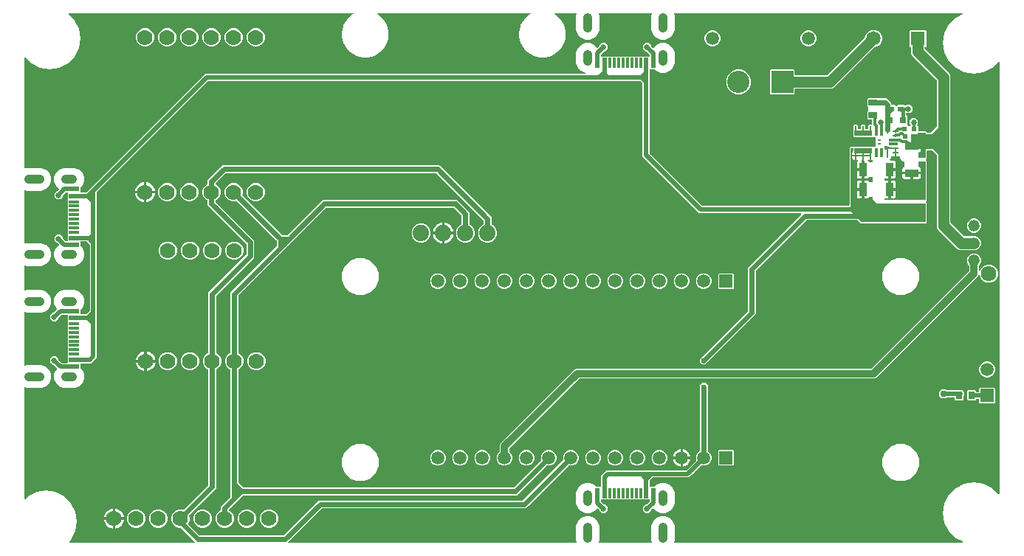
<source format=gbr>
G04 EAGLE Gerber RS-274X export*
G75*
%MOMM*%
%FSLAX34Y34*%
%LPD*%
%INTop Copper*%
%IPPOS*%
%AMOC8*
5,1,8,0,0,1.08239X$1,22.5*%
G01*
%ADD10C,1.879600*%
%ADD11C,1.778000*%
%ADD12R,1.500000X1.500000*%
%ADD13C,1.500000*%
%ADD14C,1.320800*%
%ADD15C,1.790700*%
%ADD16R,2.550000X2.550000*%
%ADD17C,2.550000*%
%ADD18R,0.254000X0.812800*%
%ADD19R,0.304800X1.092200*%
%ADD20R,0.254000X0.508000*%
%ADD21R,0.254000X0.711200*%
%ADD22R,0.711200X0.254000*%
%ADD23R,1.092200X0.304800*%
%ADD24R,0.406400X0.254000*%
%ADD25R,0.855600X1.600000*%
%ADD26R,1.600000X0.855600*%
%ADD27R,0.660400X0.558800*%
%ADD28R,0.605600X0.500000*%
%ADD29R,0.508000X0.558800*%
%ADD30R,0.990600X0.711200*%
%ADD31R,0.755600X0.799997*%
%ADD32R,1.650000X1.650000*%
%ADD33C,1.650000*%
%ADD34R,0.650000X0.900000*%
%ADD35R,0.609600X1.143000*%
%ADD36R,0.304800X1.143000*%
%ADD37C,0.990600*%
%ADD38C,0.914400*%
%ADD39R,1.143000X0.609600*%
%ADD40R,1.143000X0.304800*%
%ADD41C,0.655600*%
%ADD42C,0.508000*%
%ADD43C,0.609600*%
%ADD44C,1.270000*%
%ADD45C,0.304800*%
%ADD46C,0.406400*%
%ADD47C,0.605600*%
%ADD48C,0.812800*%
%ADD49C,0.755600*%

G36*
X285886Y55923D02*
X285886Y55923D01*
X285960Y55925D01*
X286006Y55942D01*
X286054Y55950D01*
X286119Y55985D01*
X286188Y56011D01*
X286226Y56042D01*
X286270Y56065D01*
X286320Y56119D01*
X286377Y56166D01*
X286403Y56207D01*
X286436Y56243D01*
X286467Y56310D01*
X286506Y56373D01*
X286517Y56421D01*
X286537Y56466D01*
X286544Y56539D01*
X286561Y56610D01*
X286556Y56659D01*
X286561Y56709D01*
X286545Y56780D01*
X286538Y56853D01*
X286517Y56898D01*
X286506Y56946D01*
X286467Y57009D01*
X286437Y57076D01*
X286390Y57132D01*
X286377Y57154D01*
X286364Y57164D01*
X286343Y57190D01*
X270467Y73066D01*
X270388Y73123D01*
X270313Y73185D01*
X270289Y73193D01*
X270269Y73208D01*
X270176Y73236D01*
X270085Y73271D01*
X270052Y73274D01*
X270036Y73279D01*
X270011Y73278D01*
X269938Y73285D01*
X267808Y73285D01*
X263981Y74871D01*
X261051Y77801D01*
X259465Y81628D01*
X259465Y85772D01*
X261051Y89599D01*
X263981Y92529D01*
X267808Y94115D01*
X271952Y94115D01*
X272816Y93757D01*
X272931Y93730D01*
X273053Y93701D01*
X273185Y93714D01*
X273296Y93725D01*
X273415Y93779D01*
X273518Y93826D01*
X273519Y93826D01*
X273632Y93919D01*
X301368Y121655D01*
X301425Y121734D01*
X301487Y121809D01*
X301495Y121833D01*
X301510Y121853D01*
X301538Y121946D01*
X301573Y122037D01*
X301576Y122070D01*
X301581Y122086D01*
X301580Y122111D01*
X301587Y122184D01*
X301587Y254431D01*
X301566Y254560D01*
X301548Y254671D01*
X301486Y254787D01*
X301433Y254886D01*
X301433Y254887D01*
X301363Y254952D01*
X301255Y255053D01*
X301254Y255054D01*
X301125Y255123D01*
X300261Y255481D01*
X297331Y258411D01*
X295745Y262238D01*
X295745Y266382D01*
X297331Y270209D01*
X300261Y273139D01*
X301124Y273497D01*
X301125Y273497D01*
X301213Y273552D01*
X301332Y273626D01*
X301407Y273717D01*
X301487Y273814D01*
X301487Y273815D01*
X301535Y273942D01*
X301573Y274042D01*
X301573Y274043D01*
X301573Y274044D01*
X301587Y274189D01*
X301587Y343054D01*
X345208Y386675D01*
X345265Y386754D01*
X345327Y386829D01*
X345335Y386853D01*
X345350Y386873D01*
X345378Y386966D01*
X345413Y387057D01*
X345416Y387090D01*
X345421Y387106D01*
X345420Y387131D01*
X345427Y387204D01*
X345427Y398796D01*
X345411Y398892D01*
X345402Y398989D01*
X345392Y399012D01*
X345388Y399036D01*
X345342Y399122D01*
X345301Y399211D01*
X345280Y399237D01*
X345273Y399252D01*
X345254Y399269D01*
X345208Y399325D01*
X300927Y443606D01*
X300927Y448561D01*
X300906Y448690D01*
X300888Y448801D01*
X300826Y448917D01*
X300773Y449016D01*
X300773Y449017D01*
X300703Y449082D01*
X300595Y449183D01*
X300594Y449184D01*
X300465Y449253D01*
X299601Y449611D01*
X296671Y452541D01*
X295085Y456368D01*
X295085Y460512D01*
X296671Y464339D01*
X299601Y467269D01*
X300464Y467627D01*
X300465Y467627D01*
X300553Y467682D01*
X300672Y467756D01*
X300744Y467844D01*
X300827Y467944D01*
X300827Y467945D01*
X300875Y468072D01*
X300913Y468172D01*
X300913Y468173D01*
X300913Y468174D01*
X300927Y468319D01*
X300927Y472394D01*
X318106Y489573D01*
X566894Y489573D01*
X626693Y429774D01*
X626693Y421879D01*
X626719Y421722D01*
X626732Y421639D01*
X626732Y421638D01*
X626804Y421505D01*
X626847Y421424D01*
X626847Y421423D01*
X626939Y421338D01*
X627025Y421257D01*
X627025Y421256D01*
X627026Y421256D01*
X627155Y421187D01*
X628307Y420710D01*
X631380Y417637D01*
X633043Y413623D01*
X633043Y409277D01*
X631380Y405263D01*
X628307Y402190D01*
X624293Y400527D01*
X619947Y400527D01*
X615933Y402190D01*
X612860Y405263D01*
X611197Y409277D01*
X611197Y413623D01*
X612860Y417637D01*
X615933Y420710D01*
X617084Y421187D01*
X617085Y421187D01*
X617173Y421242D01*
X617292Y421315D01*
X617292Y421316D01*
X617353Y421390D01*
X617447Y421504D01*
X617496Y421636D01*
X617533Y421732D01*
X617533Y421733D01*
X617533Y421734D01*
X617547Y421879D01*
X617547Y425676D01*
X617531Y425772D01*
X617522Y425869D01*
X617512Y425892D01*
X617508Y425916D01*
X617462Y426002D01*
X617421Y426091D01*
X617400Y426117D01*
X617393Y426132D01*
X617374Y426149D01*
X617328Y426205D01*
X563325Y480208D01*
X563246Y480265D01*
X563171Y480327D01*
X563147Y480335D01*
X563127Y480350D01*
X563034Y480378D01*
X562943Y480413D01*
X562910Y480416D01*
X562894Y480421D01*
X562869Y480420D01*
X562796Y480427D01*
X322204Y480427D01*
X322108Y480411D01*
X322011Y480402D01*
X321988Y480392D01*
X321964Y480388D01*
X321878Y480342D01*
X321789Y480301D01*
X321763Y480280D01*
X321748Y480273D01*
X321731Y480254D01*
X321675Y480208D01*
X310309Y468842D01*
X310280Y468802D01*
X310245Y468769D01*
X310210Y468704D01*
X310167Y468644D01*
X310153Y468597D01*
X310129Y468554D01*
X310117Y468481D01*
X310096Y468410D01*
X310098Y468361D01*
X310090Y468313D01*
X310102Y468240D01*
X310104Y468166D01*
X310121Y468121D01*
X310129Y468072D01*
X310164Y468007D01*
X310190Y467938D01*
X310221Y467900D01*
X310244Y467857D01*
X310298Y467806D01*
X310344Y467749D01*
X310386Y467723D01*
X310422Y467690D01*
X310551Y467621D01*
X310552Y467620D01*
X311399Y467269D01*
X314329Y464339D01*
X315915Y460512D01*
X315915Y456368D01*
X314329Y452541D01*
X311399Y449611D01*
X310536Y449253D01*
X310535Y449253D01*
X310447Y449198D01*
X310328Y449124D01*
X310240Y449017D01*
X310173Y448936D01*
X310173Y448935D01*
X310122Y448799D01*
X310087Y448708D01*
X310087Y448707D01*
X310087Y448706D01*
X310073Y448561D01*
X310073Y447704D01*
X310089Y447608D01*
X310098Y447511D01*
X310108Y447488D01*
X310112Y447464D01*
X310158Y447378D01*
X310199Y447289D01*
X310220Y447263D01*
X310227Y447248D01*
X310246Y447231D01*
X310292Y447175D01*
X354573Y402894D01*
X354573Y383106D01*
X310952Y339485D01*
X310895Y339406D01*
X310833Y339331D01*
X310825Y339307D01*
X310810Y339287D01*
X310782Y339194D01*
X310747Y339103D01*
X310744Y339070D01*
X310739Y339054D01*
X310740Y339029D01*
X310733Y338956D01*
X310733Y274189D01*
X310759Y274032D01*
X310772Y273949D01*
X310839Y273824D01*
X310887Y273734D01*
X310887Y273733D01*
X310976Y273650D01*
X311065Y273567D01*
X311066Y273566D01*
X311195Y273497D01*
X312059Y273139D01*
X314989Y270209D01*
X316575Y266382D01*
X316575Y262238D01*
X314989Y258411D01*
X312059Y255481D01*
X311196Y255123D01*
X311195Y255123D01*
X311107Y255068D01*
X310988Y254994D01*
X310900Y254887D01*
X310833Y254806D01*
X310833Y254805D01*
X310783Y254671D01*
X310747Y254578D01*
X310747Y254577D01*
X310747Y254576D01*
X310733Y254431D01*
X310733Y118086D01*
X307835Y115188D01*
X280099Y87452D01*
X280018Y87340D01*
X279957Y87255D01*
X279957Y87254D01*
X279917Y87124D01*
X279886Y87021D01*
X279891Y86886D01*
X279894Y86777D01*
X279894Y86776D01*
X279937Y86636D01*
X280295Y85772D01*
X280295Y81628D01*
X278888Y78233D01*
X278860Y78111D01*
X278833Y77996D01*
X278833Y77995D01*
X278846Y77864D01*
X278857Y77753D01*
X278857Y77752D01*
X278910Y77634D01*
X278957Y77530D01*
X278958Y77529D01*
X279051Y77416D01*
X291675Y64792D01*
X291754Y64735D01*
X291829Y64673D01*
X291853Y64665D01*
X291873Y64650D01*
X291966Y64622D01*
X292057Y64587D01*
X292090Y64584D01*
X292106Y64579D01*
X292131Y64580D01*
X292204Y64573D01*
X387796Y64573D01*
X387892Y64589D01*
X387989Y64598D01*
X388012Y64608D01*
X388036Y64612D01*
X388122Y64658D01*
X388211Y64699D01*
X388237Y64720D01*
X388252Y64727D01*
X388269Y64746D01*
X388325Y64792D01*
X428106Y104573D01*
X662006Y104573D01*
X662102Y104589D01*
X662199Y104598D01*
X662222Y104608D01*
X662246Y104612D01*
X662332Y104658D01*
X662421Y104699D01*
X662447Y104720D01*
X662462Y104727D01*
X662479Y104746D01*
X662535Y104792D01*
X708549Y150805D01*
X708623Y150909D01*
X708691Y151003D01*
X708691Y151004D01*
X708714Y151080D01*
X708762Y151237D01*
X708758Y151351D01*
X708754Y151481D01*
X708753Y151482D01*
X708711Y151622D01*
X708679Y151699D01*
X708679Y155289D01*
X710053Y158606D01*
X712592Y161145D01*
X715909Y162519D01*
X719499Y162519D01*
X722816Y161145D01*
X725355Y158606D01*
X726729Y155289D01*
X726729Y151699D01*
X725355Y148382D01*
X722816Y145843D01*
X719499Y144469D01*
X715909Y144469D01*
X715833Y144501D01*
X715832Y144501D01*
X715730Y144525D01*
X715595Y144556D01*
X715594Y144557D01*
X715468Y144544D01*
X715352Y144533D01*
X715224Y144475D01*
X715130Y144432D01*
X715129Y144432D01*
X715129Y144431D01*
X715015Y144339D01*
X669002Y98325D01*
X666104Y95427D01*
X432204Y95427D01*
X432108Y95411D01*
X432011Y95402D01*
X431988Y95392D01*
X431964Y95388D01*
X431878Y95342D01*
X431789Y95301D01*
X431763Y95280D01*
X431748Y95273D01*
X431731Y95254D01*
X431675Y95208D01*
X394792Y58325D01*
X393657Y57190D01*
X393614Y57130D01*
X393564Y57076D01*
X393543Y57032D01*
X393514Y56991D01*
X393493Y56921D01*
X393463Y56854D01*
X393458Y56805D01*
X393444Y56758D01*
X393446Y56685D01*
X393439Y56611D01*
X393450Y56563D01*
X393451Y56514D01*
X393477Y56445D01*
X393494Y56374D01*
X393520Y56332D01*
X393537Y56286D01*
X393584Y56229D01*
X393623Y56166D01*
X393661Y56135D01*
X393692Y56097D01*
X393754Y56058D01*
X393811Y56011D01*
X393857Y55994D01*
X393899Y55968D01*
X393971Y55951D01*
X394039Y55925D01*
X394113Y55918D01*
X394137Y55912D01*
X394153Y55914D01*
X394186Y55911D01*
X723594Y55911D01*
X723643Y55919D01*
X723692Y55917D01*
X723762Y55938D01*
X723835Y55950D01*
X723878Y55974D01*
X723925Y55988D01*
X723985Y56031D01*
X724050Y56065D01*
X724084Y56101D01*
X724124Y56130D01*
X724167Y56190D01*
X724217Y56243D01*
X724237Y56288D01*
X724266Y56328D01*
X724287Y56399D01*
X724318Y56466D01*
X724323Y56515D01*
X724337Y56561D01*
X724335Y56635D01*
X724342Y56709D01*
X724331Y56756D01*
X724329Y56805D01*
X724287Y56945D01*
X724287Y56946D01*
X724286Y56947D01*
X723611Y58577D01*
X723611Y75769D01*
X725622Y80624D01*
X729338Y84340D01*
X734193Y86351D01*
X739447Y86351D01*
X744302Y84340D01*
X748018Y80624D01*
X750029Y75769D01*
X750029Y58577D01*
X749354Y56947D01*
X749342Y56899D01*
X749322Y56854D01*
X749315Y56781D01*
X749298Y56709D01*
X749303Y56660D01*
X749298Y56611D01*
X749315Y56540D01*
X749322Y56466D01*
X749342Y56422D01*
X749353Y56374D01*
X749392Y56311D01*
X749423Y56244D01*
X749456Y56208D01*
X749482Y56166D01*
X749539Y56120D01*
X749589Y56066D01*
X749633Y56043D01*
X749671Y56011D01*
X749739Y55985D01*
X749805Y55951D01*
X749853Y55943D01*
X749899Y55925D01*
X750044Y55911D01*
X750045Y55911D01*
X750046Y55911D01*
X809954Y55911D01*
X810003Y55919D01*
X810052Y55917D01*
X810122Y55938D01*
X810195Y55950D01*
X810238Y55974D01*
X810285Y55988D01*
X810345Y56031D01*
X810410Y56065D01*
X810444Y56101D01*
X810484Y56130D01*
X810527Y56190D01*
X810577Y56243D01*
X810597Y56288D01*
X810626Y56328D01*
X810647Y56399D01*
X810678Y56466D01*
X810683Y56515D01*
X810697Y56561D01*
X810695Y56635D01*
X810702Y56709D01*
X810691Y56756D01*
X810689Y56805D01*
X810647Y56945D01*
X810647Y56946D01*
X810646Y56947D01*
X809971Y58577D01*
X809971Y75769D01*
X811982Y80624D01*
X815698Y84340D01*
X820553Y86351D01*
X825807Y86351D01*
X830662Y84340D01*
X834378Y80624D01*
X836389Y75769D01*
X836389Y58577D01*
X835714Y56947D01*
X835702Y56899D01*
X835682Y56854D01*
X835675Y56781D01*
X835658Y56709D01*
X835663Y56660D01*
X835658Y56611D01*
X835675Y56540D01*
X835682Y56466D01*
X835702Y56422D01*
X835713Y56374D01*
X835752Y56311D01*
X835783Y56244D01*
X835816Y56208D01*
X835842Y56166D01*
X835899Y56120D01*
X835949Y56066D01*
X835993Y56043D01*
X836031Y56011D01*
X836099Y55985D01*
X836165Y55951D01*
X836213Y55943D01*
X836259Y55925D01*
X836404Y55911D01*
X836405Y55911D01*
X836406Y55911D01*
X1166439Y55911D01*
X1166506Y55922D01*
X1166575Y55923D01*
X1166626Y55942D01*
X1166679Y55950D01*
X1166740Y55983D01*
X1166804Y56006D01*
X1166847Y56040D01*
X1166895Y56065D01*
X1166941Y56116D01*
X1166995Y56158D01*
X1167024Y56204D01*
X1167061Y56243D01*
X1167090Y56306D01*
X1167127Y56364D01*
X1167140Y56416D01*
X1167162Y56466D01*
X1167169Y56534D01*
X1167185Y56601D01*
X1167181Y56655D01*
X1167186Y56709D01*
X1167171Y56775D01*
X1167165Y56844D01*
X1167143Y56893D01*
X1167131Y56946D01*
X1167095Y57005D01*
X1167067Y57067D01*
X1167031Y57108D01*
X1167002Y57154D01*
X1166949Y57197D01*
X1166903Y57248D01*
X1166833Y57293D01*
X1166814Y57308D01*
X1166801Y57313D01*
X1166779Y57328D01*
X1159103Y61238D01*
X1151238Y69103D01*
X1146189Y79014D01*
X1144449Y90000D01*
X1146189Y100986D01*
X1151238Y110897D01*
X1159103Y118762D01*
X1169014Y123811D01*
X1180000Y125551D01*
X1190986Y123811D01*
X1200897Y118762D01*
X1207810Y111848D01*
X1207870Y111805D01*
X1207924Y111755D01*
X1207968Y111735D01*
X1208009Y111706D01*
X1208079Y111685D01*
X1208146Y111654D01*
X1208195Y111649D01*
X1208242Y111635D01*
X1208315Y111637D01*
X1208389Y111630D01*
X1208437Y111641D01*
X1208486Y111643D01*
X1208555Y111669D01*
X1208626Y111685D01*
X1208668Y111711D01*
X1208714Y111729D01*
X1208771Y111775D01*
X1208834Y111814D01*
X1208865Y111852D01*
X1208903Y111883D01*
X1208942Y111946D01*
X1208989Y112003D01*
X1209006Y112049D01*
X1209032Y112091D01*
X1209049Y112162D01*
X1209075Y112231D01*
X1209082Y112304D01*
X1209088Y112328D01*
X1209086Y112345D01*
X1209089Y112378D01*
X1209089Y607622D01*
X1209077Y607695D01*
X1209075Y607768D01*
X1209058Y607814D01*
X1209050Y607863D01*
X1209015Y607928D01*
X1208989Y607996D01*
X1208958Y608035D01*
X1208935Y608078D01*
X1208881Y608128D01*
X1208834Y608185D01*
X1208793Y608211D01*
X1208757Y608245D01*
X1208690Y608275D01*
X1208627Y608314D01*
X1208579Y608325D01*
X1208534Y608346D01*
X1208461Y608353D01*
X1208390Y608370D01*
X1208341Y608365D01*
X1208291Y608370D01*
X1208220Y608353D01*
X1208147Y608346D01*
X1208102Y608326D01*
X1208054Y608315D01*
X1207991Y608276D01*
X1207924Y608246D01*
X1207868Y608199D01*
X1207846Y608186D01*
X1207836Y608173D01*
X1207810Y608152D01*
X1200897Y601238D01*
X1190986Y596189D01*
X1180000Y594449D01*
X1169014Y596189D01*
X1159103Y601238D01*
X1151238Y609103D01*
X1146189Y619014D01*
X1144449Y630000D01*
X1146189Y640986D01*
X1151238Y650897D01*
X1159103Y658762D01*
X1166779Y662672D01*
X1166834Y662713D01*
X1166895Y662745D01*
X1166932Y662785D01*
X1166975Y662817D01*
X1167014Y662873D01*
X1167061Y662924D01*
X1167084Y662973D01*
X1167115Y663017D01*
X1167134Y663083D01*
X1167162Y663146D01*
X1167168Y663200D01*
X1167183Y663252D01*
X1167179Y663320D01*
X1167186Y663389D01*
X1167174Y663441D01*
X1167172Y663495D01*
X1167147Y663559D01*
X1167131Y663626D01*
X1167102Y663672D01*
X1167083Y663723D01*
X1167039Y663775D01*
X1167002Y663834D01*
X1166960Y663868D01*
X1166926Y663909D01*
X1166867Y663945D01*
X1166814Y663989D01*
X1166763Y664008D01*
X1166717Y664036D01*
X1166650Y664051D01*
X1166586Y664075D01*
X1166502Y664083D01*
X1166478Y664088D01*
X1166465Y664087D01*
X1166439Y664089D01*
X836406Y664089D01*
X836357Y664081D01*
X836308Y664083D01*
X836238Y664062D01*
X836165Y664050D01*
X836122Y664026D01*
X836075Y664012D01*
X836015Y663969D01*
X835950Y663935D01*
X835916Y663899D01*
X835876Y663870D01*
X835833Y663810D01*
X835783Y663757D01*
X835763Y663712D01*
X835734Y663672D01*
X835713Y663601D01*
X835682Y663534D01*
X835677Y663485D01*
X835663Y663439D01*
X835665Y663365D01*
X835658Y663291D01*
X835669Y663244D01*
X835671Y663195D01*
X835713Y663055D01*
X835713Y663054D01*
X835714Y663054D01*
X835714Y663053D01*
X836389Y661423D01*
X836389Y644231D01*
X834378Y639376D01*
X830662Y635660D01*
X825807Y633649D01*
X820553Y633649D01*
X815698Y635660D01*
X811982Y639376D01*
X809971Y644231D01*
X809971Y661423D01*
X810646Y663053D01*
X810658Y663101D01*
X810678Y663146D01*
X810685Y663219D01*
X810702Y663291D01*
X810697Y663340D01*
X810702Y663389D01*
X810685Y663460D01*
X810678Y663534D01*
X810658Y663578D01*
X810647Y663626D01*
X810608Y663689D01*
X810577Y663756D01*
X810544Y663792D01*
X810518Y663834D01*
X810461Y663880D01*
X810411Y663934D01*
X810367Y663957D01*
X810329Y663989D01*
X810261Y664015D01*
X810195Y664049D01*
X810147Y664057D01*
X810101Y664075D01*
X809956Y664089D01*
X809955Y664089D01*
X809954Y664089D01*
X750046Y664089D01*
X749997Y664081D01*
X749948Y664083D01*
X749878Y664062D01*
X749805Y664050D01*
X749762Y664026D01*
X749715Y664012D01*
X749655Y663969D01*
X749590Y663935D01*
X749556Y663899D01*
X749516Y663870D01*
X749473Y663810D01*
X749423Y663757D01*
X749403Y663712D01*
X749374Y663672D01*
X749353Y663601D01*
X749322Y663534D01*
X749317Y663485D01*
X749303Y663439D01*
X749305Y663365D01*
X749298Y663291D01*
X749309Y663244D01*
X749311Y663195D01*
X749353Y663055D01*
X749353Y663054D01*
X749354Y663053D01*
X750029Y661423D01*
X750029Y644231D01*
X748018Y639376D01*
X744302Y635660D01*
X739447Y633649D01*
X734193Y633649D01*
X729338Y635660D01*
X725622Y639376D01*
X723611Y644231D01*
X723611Y661423D01*
X724286Y663053D01*
X724298Y663101D01*
X724318Y663146D01*
X724325Y663219D01*
X724342Y663291D01*
X724337Y663340D01*
X724342Y663389D01*
X724325Y663460D01*
X724318Y663534D01*
X724298Y663578D01*
X724287Y663626D01*
X724248Y663689D01*
X724217Y663756D01*
X724184Y663792D01*
X724158Y663834D01*
X724101Y663880D01*
X724051Y663934D01*
X724007Y663957D01*
X723969Y663989D01*
X723901Y664015D01*
X723835Y664049D01*
X723787Y664057D01*
X723741Y664075D01*
X723596Y664089D01*
X723595Y664089D01*
X723594Y664089D01*
X699375Y664089D01*
X699327Y664081D01*
X699278Y664083D01*
X699207Y664062D01*
X699135Y664050D01*
X699091Y664026D01*
X699044Y664012D01*
X698984Y663969D01*
X698919Y663935D01*
X698886Y663899D01*
X698846Y663870D01*
X698803Y663810D01*
X698752Y663757D01*
X698732Y663712D01*
X698703Y663672D01*
X698682Y663601D01*
X698652Y663534D01*
X698647Y663485D01*
X698632Y663438D01*
X698635Y663365D01*
X698628Y663291D01*
X698639Y663244D01*
X698640Y663194D01*
X698666Y663126D01*
X698683Y663054D01*
X698709Y663012D01*
X698726Y662966D01*
X698773Y662909D01*
X698812Y662846D01*
X698850Y662815D01*
X698881Y662777D01*
X698999Y662692D01*
X699000Y662692D01*
X699000Y662691D01*
X699001Y662691D01*
X701476Y661262D01*
X706442Y656296D01*
X709953Y650215D01*
X711771Y643431D01*
X711771Y636409D01*
X711668Y636025D01*
X711668Y636024D01*
X711467Y635275D01*
X711266Y634526D01*
X711066Y633777D01*
X711065Y633777D01*
X710664Y632278D01*
X710463Y631529D01*
X710062Y630031D01*
X710062Y630030D01*
X709953Y629625D01*
X706442Y623544D01*
X701476Y618578D01*
X695395Y615067D01*
X688611Y613249D01*
X681589Y613249D01*
X674805Y615067D01*
X668724Y618578D01*
X663758Y623544D01*
X660247Y629625D01*
X658429Y636409D01*
X658429Y643431D01*
X658750Y644627D01*
X658950Y645376D01*
X659352Y646875D01*
X659553Y647624D01*
X659954Y649122D01*
X659954Y649123D01*
X660155Y649872D01*
X660247Y650215D01*
X663758Y656296D01*
X668724Y661262D01*
X671199Y662691D01*
X671237Y662722D01*
X671281Y662745D01*
X671331Y662799D01*
X671388Y662846D01*
X671414Y662888D01*
X671448Y662924D01*
X671478Y662990D01*
X671517Y663053D01*
X671528Y663101D01*
X671548Y663146D01*
X671556Y663219D01*
X671572Y663291D01*
X671568Y663340D01*
X671572Y663389D01*
X671556Y663460D01*
X671549Y663534D01*
X671528Y663578D01*
X671517Y663626D01*
X671478Y663689D01*
X671448Y663756D01*
X671414Y663792D01*
X671388Y663834D01*
X671332Y663880D01*
X671281Y663934D01*
X671238Y663957D01*
X671200Y663989D01*
X671131Y664014D01*
X671066Y664049D01*
X671018Y664057D01*
X670972Y664075D01*
X670827Y664089D01*
X670825Y664089D01*
X496175Y664089D01*
X496127Y664081D01*
X496078Y664083D01*
X496007Y664062D01*
X495935Y664050D01*
X495891Y664026D01*
X495844Y664012D01*
X495784Y663969D01*
X495719Y663935D01*
X495686Y663899D01*
X495646Y663870D01*
X495603Y663810D01*
X495552Y663757D01*
X495532Y663712D01*
X495504Y663672D01*
X495482Y663601D01*
X495452Y663534D01*
X495447Y663485D01*
X495433Y663438D01*
X495435Y663365D01*
X495428Y663291D01*
X495439Y663244D01*
X495440Y663194D01*
X495466Y663126D01*
X495483Y663054D01*
X495509Y663012D01*
X495526Y662966D01*
X495573Y662909D01*
X495612Y662846D01*
X495650Y662815D01*
X495681Y662777D01*
X495799Y662692D01*
X495800Y662692D01*
X495800Y662691D01*
X495801Y662691D01*
X498276Y661262D01*
X503242Y656296D01*
X506753Y650215D01*
X508571Y643431D01*
X508571Y636409D01*
X508468Y636025D01*
X508468Y636024D01*
X508267Y635275D01*
X508066Y634526D01*
X507866Y633777D01*
X507865Y633777D01*
X507464Y632278D01*
X507263Y631529D01*
X506862Y630031D01*
X506862Y630030D01*
X506753Y629625D01*
X503242Y623544D01*
X498276Y618578D01*
X492195Y615067D01*
X485411Y613249D01*
X478389Y613249D01*
X471605Y615067D01*
X465524Y618578D01*
X460558Y623544D01*
X457047Y629625D01*
X455229Y636409D01*
X455229Y643431D01*
X455550Y644627D01*
X455750Y645376D01*
X456152Y646875D01*
X456353Y647624D01*
X456754Y649122D01*
X456754Y649123D01*
X456955Y649872D01*
X457047Y650215D01*
X460558Y656296D01*
X465524Y661262D01*
X467999Y662691D01*
X468037Y662722D01*
X468081Y662745D01*
X468131Y662799D01*
X468188Y662846D01*
X468214Y662888D01*
X468248Y662924D01*
X468278Y662990D01*
X468317Y663053D01*
X468328Y663101D01*
X468348Y663146D01*
X468356Y663219D01*
X468372Y663291D01*
X468368Y663340D01*
X468372Y663389D01*
X468356Y663460D01*
X468349Y663534D01*
X468328Y663578D01*
X468317Y663626D01*
X468278Y663689D01*
X468248Y663756D01*
X468214Y663792D01*
X468188Y663834D01*
X468132Y663880D01*
X468081Y663934D01*
X468038Y663957D01*
X468000Y663989D01*
X467931Y664015D01*
X467866Y664049D01*
X467818Y664057D01*
X467772Y664075D01*
X467627Y664089D01*
X467625Y664089D01*
X142098Y664089D01*
X142025Y664077D01*
X141952Y664075D01*
X141906Y664058D01*
X141857Y664050D01*
X141792Y664015D01*
X141724Y663989D01*
X141685Y663958D01*
X141642Y663935D01*
X141592Y663881D01*
X141535Y663834D01*
X141509Y663793D01*
X141475Y663757D01*
X141445Y663690D01*
X141406Y663627D01*
X141395Y663579D01*
X141374Y663534D01*
X141367Y663461D01*
X141350Y663390D01*
X141355Y663341D01*
X141350Y663291D01*
X141367Y663220D01*
X141374Y663147D01*
X141394Y663102D01*
X141405Y663054D01*
X141444Y662991D01*
X141474Y662924D01*
X141521Y662868D01*
X141534Y662846D01*
X141547Y662836D01*
X141568Y662810D01*
X148722Y655657D01*
X153771Y645746D01*
X155511Y634760D01*
X153771Y623774D01*
X148722Y613863D01*
X140857Y605998D01*
X130946Y600949D01*
X119960Y599209D01*
X108974Y600949D01*
X99063Y605998D01*
X92190Y612872D01*
X92130Y612915D01*
X92076Y612965D01*
X92032Y612985D01*
X91991Y613014D01*
X91921Y613035D01*
X91854Y613066D01*
X91805Y613071D01*
X91758Y613085D01*
X91685Y613083D01*
X91611Y613090D01*
X91563Y613079D01*
X91514Y613077D01*
X91445Y613051D01*
X91374Y613035D01*
X91332Y613009D01*
X91286Y612991D01*
X91229Y612945D01*
X91166Y612906D01*
X91135Y612868D01*
X91097Y612837D01*
X91058Y612774D01*
X91011Y612717D01*
X90994Y612671D01*
X90968Y612629D01*
X90951Y612558D01*
X90925Y612489D01*
X90918Y612416D01*
X90912Y612392D01*
X90914Y612375D01*
X90911Y612342D01*
X90911Y486406D01*
X90919Y486357D01*
X90917Y486308D01*
X90938Y486238D01*
X90950Y486165D01*
X90974Y486122D01*
X90988Y486075D01*
X91031Y486015D01*
X91065Y485950D01*
X91101Y485916D01*
X91130Y485876D01*
X91190Y485833D01*
X91243Y485783D01*
X91288Y485763D01*
X91328Y485734D01*
X91399Y485713D01*
X91466Y485682D01*
X91515Y485677D01*
X91561Y485663D01*
X91635Y485665D01*
X91709Y485658D01*
X91756Y485669D01*
X91805Y485671D01*
X91945Y485713D01*
X91946Y485713D01*
X91947Y485714D01*
X93577Y486389D01*
X110769Y486389D01*
X115624Y484378D01*
X119340Y480662D01*
X121351Y475807D01*
X121351Y470553D01*
X119340Y465698D01*
X115624Y461982D01*
X110769Y459971D01*
X93577Y459971D01*
X91947Y460646D01*
X91899Y460658D01*
X91854Y460678D01*
X91781Y460685D01*
X91709Y460702D01*
X91660Y460697D01*
X91611Y460702D01*
X91540Y460685D01*
X91466Y460678D01*
X91422Y460658D01*
X91374Y460647D01*
X91311Y460608D01*
X91244Y460577D01*
X91208Y460544D01*
X91166Y460518D01*
X91120Y460461D01*
X91066Y460411D01*
X91043Y460367D01*
X91011Y460329D01*
X90985Y460261D01*
X90951Y460195D01*
X90943Y460147D01*
X90925Y460101D01*
X90911Y459956D01*
X90911Y459955D01*
X90911Y459954D01*
X90911Y400046D01*
X90919Y399997D01*
X90917Y399948D01*
X90938Y399878D01*
X90950Y399805D01*
X90974Y399762D01*
X90988Y399715D01*
X91031Y399655D01*
X91065Y399590D01*
X91101Y399556D01*
X91130Y399516D01*
X91190Y399473D01*
X91243Y399423D01*
X91288Y399403D01*
X91328Y399374D01*
X91399Y399353D01*
X91466Y399322D01*
X91515Y399317D01*
X91561Y399303D01*
X91635Y399305D01*
X91709Y399298D01*
X91756Y399309D01*
X91805Y399311D01*
X91945Y399353D01*
X91946Y399353D01*
X91947Y399354D01*
X93577Y400029D01*
X110769Y400029D01*
X115624Y398018D01*
X119340Y394302D01*
X121351Y389447D01*
X121351Y384193D01*
X119340Y379338D01*
X115624Y375622D01*
X110769Y373611D01*
X93577Y373611D01*
X91947Y374286D01*
X91899Y374298D01*
X91854Y374318D01*
X91829Y374320D01*
X91810Y374327D01*
X91742Y374334D01*
X91709Y374342D01*
X91687Y374340D01*
X91664Y374342D01*
X91660Y374342D01*
X91641Y374339D01*
X91611Y374342D01*
X91540Y374325D01*
X91466Y374318D01*
X91439Y374305D01*
X91419Y374302D01*
X91402Y374293D01*
X91374Y374287D01*
X91311Y374248D01*
X91244Y374217D01*
X91222Y374197D01*
X91204Y374187D01*
X91191Y374173D01*
X91166Y374158D01*
X91120Y374101D01*
X91066Y374051D01*
X91052Y374025D01*
X91037Y374009D01*
X91029Y373990D01*
X91011Y373969D01*
X90985Y373901D01*
X90951Y373835D01*
X90946Y373809D01*
X90936Y373787D01*
X90934Y373765D01*
X90925Y373741D01*
X90911Y373596D01*
X90911Y373595D01*
X90911Y373594D01*
X90911Y346406D01*
X90919Y346357D01*
X90917Y346308D01*
X90938Y346238D01*
X90950Y346165D01*
X90974Y346122D01*
X90988Y346075D01*
X91031Y346015D01*
X91065Y345950D01*
X91101Y345916D01*
X91130Y345876D01*
X91190Y345833D01*
X91243Y345783D01*
X91288Y345763D01*
X91328Y345734D01*
X91399Y345713D01*
X91466Y345682D01*
X91515Y345677D01*
X91561Y345663D01*
X91635Y345665D01*
X91709Y345658D01*
X91756Y345669D01*
X91805Y345671D01*
X91945Y345713D01*
X91946Y345713D01*
X91947Y345714D01*
X93577Y346389D01*
X110769Y346389D01*
X115624Y344378D01*
X119340Y340662D01*
X121351Y335807D01*
X121351Y330553D01*
X119340Y325698D01*
X115624Y321982D01*
X110769Y319971D01*
X93577Y319971D01*
X91947Y320646D01*
X91899Y320658D01*
X91854Y320678D01*
X91781Y320685D01*
X91709Y320702D01*
X91660Y320697D01*
X91611Y320702D01*
X91540Y320685D01*
X91466Y320678D01*
X91422Y320658D01*
X91374Y320647D01*
X91311Y320608D01*
X91244Y320577D01*
X91208Y320544D01*
X91166Y320518D01*
X91120Y320461D01*
X91066Y320411D01*
X91043Y320367D01*
X91011Y320329D01*
X90985Y320261D01*
X90951Y320195D01*
X90943Y320147D01*
X90925Y320101D01*
X90911Y319956D01*
X90911Y319955D01*
X90911Y319954D01*
X90911Y260046D01*
X90919Y259997D01*
X90917Y259948D01*
X90938Y259878D01*
X90950Y259805D01*
X90974Y259762D01*
X90988Y259715D01*
X91031Y259655D01*
X91065Y259590D01*
X91101Y259556D01*
X91130Y259516D01*
X91190Y259473D01*
X91243Y259423D01*
X91288Y259403D01*
X91328Y259374D01*
X91399Y259353D01*
X91466Y259322D01*
X91515Y259317D01*
X91561Y259303D01*
X91635Y259305D01*
X91709Y259298D01*
X91756Y259309D01*
X91805Y259311D01*
X91945Y259353D01*
X91946Y259353D01*
X91947Y259354D01*
X93577Y260029D01*
X110769Y260029D01*
X115624Y258018D01*
X119340Y254302D01*
X121351Y249447D01*
X121351Y244193D01*
X119340Y239338D01*
X115624Y235622D01*
X110769Y233611D01*
X93577Y233611D01*
X91947Y234286D01*
X91899Y234298D01*
X91854Y234318D01*
X91781Y234325D01*
X91709Y234342D01*
X91660Y234337D01*
X91611Y234342D01*
X91540Y234325D01*
X91466Y234318D01*
X91422Y234298D01*
X91374Y234287D01*
X91311Y234248D01*
X91244Y234217D01*
X91208Y234184D01*
X91166Y234158D01*
X91120Y234101D01*
X91066Y234051D01*
X91043Y234007D01*
X91011Y233969D01*
X90985Y233901D01*
X90951Y233835D01*
X90943Y233787D01*
X90925Y233741D01*
X90911Y233596D01*
X90911Y233595D01*
X90911Y233594D01*
X90911Y106778D01*
X90923Y106705D01*
X90925Y106632D01*
X90942Y106586D01*
X90950Y106537D01*
X90985Y106472D01*
X91011Y106404D01*
X91042Y106365D01*
X91065Y106322D01*
X91119Y106272D01*
X91166Y106215D01*
X91207Y106189D01*
X91243Y106155D01*
X91310Y106125D01*
X91373Y106086D01*
X91421Y106075D01*
X91466Y106054D01*
X91539Y106047D01*
X91610Y106030D01*
X91659Y106035D01*
X91709Y106030D01*
X91780Y106047D01*
X91853Y106054D01*
X91898Y106074D01*
X91946Y106085D01*
X92009Y106124D01*
X92076Y106154D01*
X92132Y106201D01*
X92154Y106214D01*
X92164Y106227D01*
X92190Y106248D01*
X94963Y109022D01*
X104874Y114071D01*
X115860Y115811D01*
X126846Y114071D01*
X136757Y109022D01*
X144622Y101157D01*
X149671Y91246D01*
X151411Y80260D01*
X149671Y69274D01*
X144622Y59363D01*
X142448Y57190D01*
X142405Y57130D01*
X142355Y57076D01*
X142335Y57032D01*
X142306Y56991D01*
X142285Y56921D01*
X142254Y56854D01*
X142249Y56805D01*
X142235Y56758D01*
X142237Y56685D01*
X142230Y56611D01*
X142241Y56563D01*
X142243Y56514D01*
X142269Y56445D01*
X142285Y56374D01*
X142311Y56332D01*
X142329Y56286D01*
X142375Y56229D01*
X142414Y56166D01*
X142452Y56135D01*
X142483Y56097D01*
X142546Y56058D01*
X142603Y56011D01*
X142649Y55994D01*
X142691Y55968D01*
X142762Y55951D01*
X142831Y55925D01*
X142904Y55918D01*
X142928Y55912D01*
X142945Y55914D01*
X142978Y55911D01*
X285814Y55911D01*
X285886Y55923D01*
G37*
%LPC*%
G36*
X135741Y233611D02*
X135741Y233611D01*
X130886Y235622D01*
X127170Y239338D01*
X125159Y244193D01*
X125159Y249447D01*
X127170Y254302D01*
X128030Y255162D01*
X128044Y255182D01*
X128063Y255197D01*
X128115Y255280D01*
X128172Y255360D01*
X128179Y255384D01*
X128192Y255405D01*
X128215Y255500D01*
X128243Y255594D01*
X128242Y255618D01*
X128248Y255642D01*
X128238Y255740D01*
X128235Y255838D01*
X128227Y255861D01*
X128224Y255885D01*
X128184Y255974D01*
X128149Y256066D01*
X128134Y256085D01*
X128124Y256107D01*
X128030Y256222D01*
X124274Y259978D01*
X124194Y260035D01*
X124119Y260097D01*
X124096Y260105D01*
X124075Y260120D01*
X123982Y260148D01*
X123891Y260183D01*
X123858Y260186D01*
X123842Y260191D01*
X123817Y260190D01*
X123744Y260197D01*
X123011Y260197D01*
X120197Y263011D01*
X120197Y266989D01*
X123011Y269803D01*
X126989Y269803D01*
X129803Y266989D01*
X129803Y266256D01*
X129819Y266160D01*
X129828Y266063D01*
X129838Y266040D01*
X129842Y266015D01*
X129888Y265929D01*
X129929Y265840D01*
X129950Y265815D01*
X129957Y265800D01*
X129976Y265783D01*
X130022Y265726D01*
X133464Y262284D01*
X133544Y262227D01*
X133619Y262165D01*
X133642Y262157D01*
X133663Y262142D01*
X133756Y262114D01*
X133847Y262079D01*
X133880Y262076D01*
X133896Y262071D01*
X133921Y262072D01*
X133994Y262065D01*
X140043Y262065D01*
X140067Y262069D01*
X140092Y262066D01*
X140187Y262088D01*
X140284Y262104D01*
X140305Y262116D01*
X140329Y262122D01*
X140413Y262173D01*
X140499Y262219D01*
X140516Y262237D01*
X140537Y262250D01*
X140599Y262326D01*
X140666Y262397D01*
X140676Y262420D01*
X140692Y262439D01*
X140726Y262530D01*
X140767Y262620D01*
X140769Y262644D01*
X140778Y262667D01*
X140792Y262814D01*
X140792Y269863D01*
X140808Y269913D01*
X140807Y269938D01*
X140812Y269963D01*
X140803Y270060D01*
X140800Y270157D01*
X140792Y270177D01*
X140792Y274810D01*
X140820Y274901D01*
X140819Y274926D01*
X140825Y274950D01*
X140816Y275048D01*
X140812Y275145D01*
X140804Y275169D01*
X140801Y275193D01*
X140792Y275213D01*
X140792Y279811D01*
X140820Y279901D01*
X140819Y279926D01*
X140824Y279950D01*
X140815Y280048D01*
X140812Y280145D01*
X140803Y280169D01*
X140801Y280193D01*
X140792Y280212D01*
X140792Y284810D01*
X140820Y284901D01*
X140819Y284926D01*
X140825Y284950D01*
X140816Y285048D01*
X140812Y285145D01*
X140804Y285169D01*
X140801Y285193D01*
X140792Y285213D01*
X140792Y289811D01*
X140820Y289902D01*
X140819Y289927D01*
X140825Y289951D01*
X140815Y290048D01*
X140812Y290146D01*
X140803Y290169D01*
X140801Y290194D01*
X140792Y290213D01*
X140792Y294811D01*
X140820Y294901D01*
X140819Y294926D01*
X140824Y294950D01*
X140815Y295048D01*
X140812Y295145D01*
X140803Y295169D01*
X140801Y295193D01*
X140792Y295212D01*
X140792Y299810D01*
X140820Y299901D01*
X140819Y299926D01*
X140825Y299950D01*
X140816Y300048D01*
X140812Y300145D01*
X140804Y300169D01*
X140801Y300193D01*
X140792Y300213D01*
X140792Y304811D01*
X140820Y304901D01*
X140819Y304926D01*
X140824Y304950D01*
X140815Y305048D01*
X140812Y305145D01*
X140803Y305169D01*
X140801Y305193D01*
X140792Y305212D01*
X140792Y309837D01*
X140808Y309889D01*
X140807Y309914D01*
X140813Y309939D01*
X140804Y310036D01*
X140800Y310133D01*
X140792Y310155D01*
X140792Y317186D01*
X140788Y317210D01*
X140791Y317235D01*
X140769Y317330D01*
X140753Y317427D01*
X140741Y317448D01*
X140735Y317472D01*
X140684Y317556D01*
X140638Y317642D01*
X140620Y317659D01*
X140607Y317680D01*
X140531Y317742D01*
X140460Y317809D01*
X140437Y317819D01*
X140418Y317835D01*
X140327Y317869D01*
X140237Y317910D01*
X140213Y317912D01*
X140190Y317921D01*
X140043Y317935D01*
X133994Y317935D01*
X133898Y317919D01*
X133801Y317910D01*
X133778Y317900D01*
X133753Y317896D01*
X133667Y317850D01*
X133578Y317809D01*
X133553Y317788D01*
X133538Y317781D01*
X133521Y317762D01*
X133464Y317716D01*
X130022Y314274D01*
X129965Y314194D01*
X129903Y314119D01*
X129895Y314096D01*
X129880Y314075D01*
X129852Y313982D01*
X129817Y313891D01*
X129814Y313858D01*
X129809Y313842D01*
X129810Y313817D01*
X129803Y313744D01*
X129803Y313011D01*
X126989Y310197D01*
X123011Y310197D01*
X120197Y313011D01*
X120197Y316989D01*
X123011Y319803D01*
X123744Y319803D01*
X123840Y319819D01*
X123937Y319828D01*
X123960Y319838D01*
X123985Y319842D01*
X124071Y319888D01*
X124160Y319929D01*
X124185Y319950D01*
X124200Y319957D01*
X124217Y319976D01*
X124274Y320022D01*
X128030Y323778D01*
X128044Y323798D01*
X128063Y323814D01*
X128115Y323897D01*
X128172Y323977D01*
X128179Y324000D01*
X128192Y324021D01*
X128215Y324116D01*
X128243Y324210D01*
X128242Y324235D01*
X128248Y324259D01*
X128238Y324356D01*
X128235Y324454D01*
X128227Y324477D01*
X128224Y324501D01*
X128184Y324591D01*
X128149Y324683D01*
X128134Y324701D01*
X128124Y324724D01*
X128030Y324838D01*
X127170Y325698D01*
X125159Y330553D01*
X125159Y335807D01*
X127170Y340662D01*
X130886Y344378D01*
X135741Y346389D01*
X148869Y346389D01*
X153724Y344378D01*
X157440Y340662D01*
X159451Y335807D01*
X159451Y330553D01*
X157440Y325698D01*
X155491Y323749D01*
X155434Y323670D01*
X155372Y323595D01*
X155364Y323571D01*
X155349Y323551D01*
X155321Y323458D01*
X155286Y323366D01*
X155283Y323333D01*
X155278Y323317D01*
X155279Y323293D01*
X155272Y323219D01*
X155272Y318814D01*
X155276Y318790D01*
X155273Y318765D01*
X155295Y318670D01*
X155311Y318573D01*
X155323Y318552D01*
X155329Y318528D01*
X155380Y318444D01*
X155426Y318358D01*
X155444Y318341D01*
X155457Y318320D01*
X155533Y318258D01*
X155604Y318191D01*
X155627Y318181D01*
X155646Y318165D01*
X155737Y318131D01*
X155827Y318090D01*
X155851Y318088D01*
X155874Y318079D01*
X156021Y318065D01*
X162006Y318065D01*
X162102Y318081D01*
X162199Y318090D01*
X162222Y318100D01*
X162247Y318104D01*
X162333Y318150D01*
X162422Y318191D01*
X162447Y318212D01*
X162462Y318219D01*
X162479Y318238D01*
X162536Y318284D01*
X165716Y321464D01*
X165773Y321544D01*
X165835Y321619D01*
X165843Y321642D01*
X165858Y321663D01*
X165886Y321756D01*
X165921Y321847D01*
X165924Y321880D01*
X165929Y321896D01*
X165928Y321921D01*
X165935Y321994D01*
X165935Y398006D01*
X165919Y398102D01*
X165910Y398199D01*
X165900Y398222D01*
X165896Y398247D01*
X165850Y398333D01*
X165809Y398422D01*
X165788Y398447D01*
X165781Y398462D01*
X165762Y398479D01*
X165716Y398536D01*
X162536Y401716D01*
X162456Y401773D01*
X162381Y401835D01*
X162358Y401843D01*
X162337Y401858D01*
X162244Y401886D01*
X162153Y401921D01*
X162120Y401924D01*
X162104Y401929D01*
X162079Y401928D01*
X162006Y401935D01*
X156021Y401935D01*
X155997Y401931D01*
X155972Y401934D01*
X155877Y401912D01*
X155780Y401896D01*
X155759Y401884D01*
X155735Y401878D01*
X155651Y401827D01*
X155565Y401781D01*
X155548Y401763D01*
X155527Y401750D01*
X155465Y401674D01*
X155398Y401603D01*
X155388Y401580D01*
X155372Y401561D01*
X155338Y401470D01*
X155297Y401380D01*
X155295Y401356D01*
X155286Y401333D01*
X155272Y401186D01*
X155272Y396781D01*
X155273Y396771D01*
X155273Y396770D01*
X155288Y396684D01*
X155297Y396587D01*
X155307Y396565D01*
X155311Y396540D01*
X155357Y396454D01*
X155398Y396365D01*
X155419Y396339D01*
X155426Y396325D01*
X155445Y396308D01*
X155491Y396251D01*
X157440Y394302D01*
X159451Y389447D01*
X159451Y384193D01*
X157440Y379338D01*
X153724Y375622D01*
X148869Y373611D01*
X135741Y373611D01*
X130886Y375622D01*
X127170Y379338D01*
X125159Y384193D01*
X125159Y389447D01*
X127170Y394302D01*
X130530Y397662D01*
X130544Y397682D01*
X130563Y397697D01*
X130615Y397781D01*
X130672Y397860D01*
X130679Y397884D01*
X130692Y397905D01*
X130715Y398000D01*
X130743Y398094D01*
X130742Y398118D01*
X130748Y398142D01*
X130738Y398240D01*
X130735Y398338D01*
X130727Y398361D01*
X130724Y398385D01*
X130684Y398474D01*
X130649Y398566D01*
X130634Y398585D01*
X130624Y398607D01*
X130530Y398722D01*
X129274Y399978D01*
X129195Y400035D01*
X129119Y400097D01*
X129096Y400105D01*
X129075Y400120D01*
X128982Y400148D01*
X128891Y400183D01*
X128858Y400186D01*
X128842Y400191D01*
X128817Y400190D01*
X128744Y400197D01*
X128011Y400197D01*
X125197Y403011D01*
X125197Y406989D01*
X128011Y409803D01*
X131989Y409803D01*
X134803Y406989D01*
X134803Y406256D01*
X134819Y406160D01*
X134828Y406063D01*
X134838Y406040D01*
X134842Y406015D01*
X134888Y405929D01*
X134929Y405840D01*
X134950Y405815D01*
X134957Y405800D01*
X134976Y405783D01*
X135022Y405726D01*
X138464Y402284D01*
X138544Y402227D01*
X138619Y402165D01*
X138642Y402157D01*
X138663Y402142D01*
X138756Y402114D01*
X138847Y402079D01*
X138880Y402076D01*
X138896Y402071D01*
X138921Y402072D01*
X138994Y402065D01*
X140043Y402065D01*
X140067Y402069D01*
X140092Y402066D01*
X140187Y402088D01*
X140284Y402104D01*
X140305Y402116D01*
X140329Y402122D01*
X140413Y402173D01*
X140499Y402219D01*
X140516Y402237D01*
X140537Y402250D01*
X140599Y402326D01*
X140666Y402397D01*
X140676Y402420D01*
X140692Y402439D01*
X140726Y402530D01*
X140767Y402620D01*
X140769Y402644D01*
X140778Y402667D01*
X140792Y402814D01*
X140792Y409863D01*
X140808Y409913D01*
X140807Y409938D01*
X140812Y409963D01*
X140803Y410060D01*
X140800Y410157D01*
X140792Y410177D01*
X140792Y414810D01*
X140820Y414901D01*
X140819Y414926D01*
X140825Y414950D01*
X140816Y415048D01*
X140812Y415145D01*
X140804Y415169D01*
X140801Y415193D01*
X140792Y415213D01*
X140792Y419811D01*
X140820Y419901D01*
X140819Y419926D01*
X140824Y419950D01*
X140815Y420047D01*
X140812Y420145D01*
X140803Y420169D01*
X140801Y420193D01*
X140792Y420212D01*
X140792Y424810D01*
X140820Y424901D01*
X140819Y424926D01*
X140825Y424950D01*
X140816Y425048D01*
X140812Y425145D01*
X140804Y425169D01*
X140801Y425193D01*
X140792Y425213D01*
X140792Y429811D01*
X140820Y429902D01*
X140819Y429927D01*
X140825Y429951D01*
X140815Y430048D01*
X140812Y430146D01*
X140803Y430169D01*
X140801Y430194D01*
X140792Y430213D01*
X140792Y434811D01*
X140820Y434901D01*
X140819Y434926D01*
X140824Y434950D01*
X140815Y435048D01*
X140812Y435145D01*
X140803Y435169D01*
X140801Y435193D01*
X140792Y435212D01*
X140792Y439810D01*
X140820Y439901D01*
X140819Y439926D01*
X140825Y439950D01*
X140816Y440048D01*
X140812Y440145D01*
X140804Y440169D01*
X140801Y440193D01*
X140792Y440213D01*
X140792Y444811D01*
X140820Y444901D01*
X140819Y444926D01*
X140824Y444950D01*
X140815Y445048D01*
X140812Y445145D01*
X140803Y445169D01*
X140801Y445193D01*
X140792Y445212D01*
X140792Y449837D01*
X140808Y449889D01*
X140807Y449914D01*
X140813Y449939D01*
X140804Y450036D01*
X140800Y450133D01*
X140792Y450155D01*
X140792Y457186D01*
X140788Y457210D01*
X140791Y457235D01*
X140769Y457330D01*
X140753Y457427D01*
X140741Y457448D01*
X140735Y457472D01*
X140684Y457556D01*
X140638Y457642D01*
X140620Y457659D01*
X140607Y457680D01*
X140531Y457742D01*
X140460Y457809D01*
X140437Y457819D01*
X140418Y457835D01*
X140327Y457869D01*
X140237Y457910D01*
X140213Y457912D01*
X140190Y457921D01*
X140043Y457935D01*
X138994Y457935D01*
X138898Y457919D01*
X138801Y457910D01*
X138778Y457900D01*
X138753Y457896D01*
X138667Y457850D01*
X138578Y457809D01*
X138553Y457788D01*
X138538Y457781D01*
X138521Y457762D01*
X138464Y457716D01*
X135022Y454274D01*
X134976Y454209D01*
X134948Y454179D01*
X134942Y454166D01*
X134903Y454119D01*
X134895Y454096D01*
X134880Y454075D01*
X134852Y453982D01*
X134817Y453891D01*
X134814Y453858D01*
X134809Y453842D01*
X134810Y453817D01*
X134803Y453744D01*
X134803Y453011D01*
X131989Y450197D01*
X128011Y450197D01*
X125197Y453011D01*
X125197Y456989D01*
X128011Y459803D01*
X128744Y459803D01*
X128840Y459819D01*
X128937Y459828D01*
X128960Y459838D01*
X128985Y459842D01*
X129071Y459889D01*
X129160Y459929D01*
X129185Y459950D01*
X129200Y459957D01*
X129217Y459976D01*
X129274Y460022D01*
X130530Y461278D01*
X130544Y461298D01*
X130563Y461314D01*
X130615Y461397D01*
X130672Y461477D01*
X130679Y461500D01*
X130692Y461521D01*
X130715Y461616D01*
X130743Y461710D01*
X130742Y461735D01*
X130748Y461759D01*
X130738Y461856D01*
X130735Y461954D01*
X130727Y461977D01*
X130724Y462001D01*
X130684Y462091D01*
X130649Y462183D01*
X130634Y462202D01*
X130624Y462224D01*
X130530Y462338D01*
X127170Y465698D01*
X125159Y470553D01*
X125159Y475807D01*
X127170Y480662D01*
X130886Y484378D01*
X135741Y486389D01*
X148869Y486389D01*
X153724Y484378D01*
X157440Y480662D01*
X159451Y475807D01*
X159451Y470553D01*
X157440Y465698D01*
X155491Y463749D01*
X155434Y463670D01*
X155372Y463595D01*
X155364Y463571D01*
X155349Y463551D01*
X155321Y463458D01*
X155286Y463366D01*
X155283Y463333D01*
X155278Y463317D01*
X155279Y463292D01*
X155272Y463219D01*
X155272Y458814D01*
X155276Y458790D01*
X155273Y458765D01*
X155296Y458670D01*
X155311Y458573D01*
X155323Y458552D01*
X155329Y458528D01*
X155380Y458444D01*
X155426Y458358D01*
X155444Y458341D01*
X155457Y458320D01*
X155533Y458258D01*
X155604Y458191D01*
X155627Y458181D01*
X155646Y458165D01*
X155737Y458131D01*
X155827Y458090D01*
X155851Y458088D01*
X155874Y458079D01*
X156021Y458065D01*
X162006Y458065D01*
X162102Y458081D01*
X162199Y458090D01*
X162222Y458100D01*
X162247Y458104D01*
X162333Y458150D01*
X162422Y458191D01*
X162447Y458212D01*
X162462Y458219D01*
X162479Y458238D01*
X162536Y458284D01*
X165716Y461464D01*
X168536Y464284D01*
X298316Y594065D01*
X734010Y594065D01*
X734106Y594081D01*
X734204Y594090D01*
X734226Y594100D01*
X734251Y594104D01*
X734337Y594151D01*
X734426Y594191D01*
X734444Y594208D01*
X734466Y594219D01*
X734533Y594291D01*
X734604Y594358D01*
X734616Y594379D01*
X734633Y594397D01*
X734673Y594486D01*
X734719Y594573D01*
X734723Y594597D01*
X734734Y594620D01*
X734743Y594717D01*
X734759Y594813D01*
X734755Y594838D01*
X734758Y594863D01*
X734735Y594958D01*
X734720Y595054D01*
X734708Y595076D01*
X734702Y595100D01*
X734651Y595183D01*
X734605Y595270D01*
X734587Y595286D01*
X734574Y595308D01*
X734498Y595370D01*
X734427Y595437D01*
X734398Y595452D01*
X734385Y595462D01*
X734362Y595471D01*
X734297Y595506D01*
X729338Y597560D01*
X725622Y601276D01*
X723611Y606131D01*
X723611Y619259D01*
X725622Y624114D01*
X729338Y627830D01*
X734193Y629841D01*
X739447Y629841D01*
X744302Y627830D01*
X747662Y624470D01*
X747682Y624456D01*
X747697Y624437D01*
X747781Y624385D01*
X747860Y624328D01*
X747884Y624321D01*
X747905Y624308D01*
X748000Y624285D01*
X748094Y624257D01*
X748118Y624258D01*
X748142Y624252D01*
X748240Y624262D01*
X748338Y624265D01*
X748361Y624273D01*
X748385Y624276D01*
X748474Y624316D01*
X748566Y624351D01*
X748585Y624366D01*
X748607Y624376D01*
X748722Y624470D01*
X749978Y625726D01*
X750035Y625805D01*
X750097Y625881D01*
X750105Y625904D01*
X750120Y625925D01*
X750148Y626018D01*
X750183Y626109D01*
X750186Y626142D01*
X750191Y626158D01*
X750190Y626183D01*
X750197Y626256D01*
X750197Y626989D01*
X753011Y629803D01*
X756989Y629803D01*
X759803Y626989D01*
X759803Y623011D01*
X756989Y620197D01*
X756256Y620197D01*
X756160Y620181D01*
X756063Y620172D01*
X756040Y620162D01*
X756015Y620158D01*
X755929Y620112D01*
X755840Y620071D01*
X755815Y620050D01*
X755800Y620043D01*
X755783Y620024D01*
X755726Y619978D01*
X752284Y616536D01*
X752227Y616456D01*
X752165Y616381D01*
X752157Y616358D01*
X752142Y616337D01*
X752114Y616244D01*
X752079Y616153D01*
X752076Y616120D01*
X752071Y616104D01*
X752072Y616079D01*
X752065Y616006D01*
X752065Y614957D01*
X752069Y614933D01*
X752066Y614908D01*
X752088Y614813D01*
X752104Y614716D01*
X752116Y614695D01*
X752122Y614671D01*
X752173Y614587D01*
X752219Y614501D01*
X752237Y614484D01*
X752250Y614463D01*
X752326Y614401D01*
X752397Y614334D01*
X752420Y614324D01*
X752439Y614308D01*
X752530Y614274D01*
X752620Y614233D01*
X752644Y614231D01*
X752667Y614222D01*
X752814Y614208D01*
X759863Y614208D01*
X759913Y614192D01*
X759938Y614193D01*
X759963Y614188D01*
X760060Y614197D01*
X760157Y614200D01*
X760177Y614208D01*
X764810Y614208D01*
X764901Y614180D01*
X764926Y614181D01*
X764950Y614175D01*
X765048Y614184D01*
X765145Y614188D01*
X765169Y614196D01*
X765193Y614199D01*
X765213Y614208D01*
X769811Y614208D01*
X769901Y614180D01*
X769926Y614181D01*
X769950Y614176D01*
X770048Y614185D01*
X770145Y614188D01*
X770169Y614197D01*
X770193Y614199D01*
X770212Y614208D01*
X774810Y614208D01*
X774901Y614180D01*
X774926Y614181D01*
X774950Y614175D01*
X775048Y614184D01*
X775145Y614188D01*
X775169Y614196D01*
X775193Y614199D01*
X775213Y614208D01*
X779811Y614208D01*
X779902Y614180D01*
X779927Y614181D01*
X779951Y614175D01*
X780048Y614185D01*
X780146Y614188D01*
X780169Y614197D01*
X780194Y614199D01*
X780213Y614208D01*
X784811Y614208D01*
X784901Y614180D01*
X784926Y614181D01*
X784950Y614176D01*
X785048Y614185D01*
X785145Y614188D01*
X785169Y614197D01*
X785193Y614199D01*
X785212Y614208D01*
X789810Y614208D01*
X789901Y614180D01*
X789926Y614181D01*
X789950Y614175D01*
X790048Y614184D01*
X790145Y614188D01*
X790169Y614196D01*
X790193Y614199D01*
X790213Y614208D01*
X794811Y614208D01*
X794901Y614180D01*
X794926Y614181D01*
X794950Y614176D01*
X795048Y614185D01*
X795145Y614188D01*
X795169Y614197D01*
X795193Y614199D01*
X795212Y614208D01*
X799837Y614208D01*
X799889Y614192D01*
X799914Y614193D01*
X799939Y614187D01*
X800036Y614196D01*
X800133Y614200D01*
X800155Y614208D01*
X807186Y614208D01*
X807210Y614212D01*
X807235Y614209D01*
X807330Y614231D01*
X807427Y614247D01*
X807448Y614259D01*
X807472Y614265D01*
X807556Y614316D01*
X807642Y614362D01*
X807659Y614380D01*
X807680Y614393D01*
X807742Y614469D01*
X807809Y614540D01*
X807819Y614563D01*
X807835Y614582D01*
X807869Y614673D01*
X807910Y614763D01*
X807912Y614787D01*
X807921Y614810D01*
X807935Y614957D01*
X807935Y616006D01*
X807919Y616102D01*
X807910Y616199D01*
X807900Y616222D01*
X807896Y616247D01*
X807850Y616333D01*
X807809Y616422D01*
X807788Y616447D01*
X807781Y616462D01*
X807762Y616479D01*
X807716Y616536D01*
X804274Y619978D01*
X804194Y620035D01*
X804119Y620097D01*
X804096Y620105D01*
X804075Y620120D01*
X803982Y620148D01*
X803891Y620183D01*
X803858Y620186D01*
X803842Y620191D01*
X803817Y620190D01*
X803744Y620197D01*
X803011Y620197D01*
X800197Y623011D01*
X800197Y626989D01*
X803011Y629803D01*
X806989Y629803D01*
X809803Y626989D01*
X809803Y626256D01*
X809819Y626160D01*
X809828Y626063D01*
X809838Y626040D01*
X809842Y626015D01*
X809889Y625929D01*
X809929Y625840D01*
X809950Y625815D01*
X809957Y625800D01*
X809976Y625783D01*
X810022Y625726D01*
X811278Y624470D01*
X811298Y624456D01*
X811314Y624437D01*
X811397Y624385D01*
X811477Y624328D01*
X811500Y624321D01*
X811521Y624308D01*
X811616Y624285D01*
X811710Y624257D01*
X811735Y624258D01*
X811759Y624252D01*
X811856Y624262D01*
X811954Y624265D01*
X811977Y624273D01*
X812001Y624276D01*
X812091Y624316D01*
X812183Y624351D01*
X812202Y624366D01*
X812224Y624376D01*
X812338Y624470D01*
X815698Y627830D01*
X820553Y629841D01*
X825807Y629841D01*
X830662Y627830D01*
X834378Y624114D01*
X836389Y619259D01*
X836389Y606131D01*
X834378Y601276D01*
X830662Y597560D01*
X825807Y595549D01*
X820553Y595549D01*
X815698Y597560D01*
X813749Y599509D01*
X813670Y599566D01*
X813595Y599628D01*
X813571Y599636D01*
X813551Y599651D01*
X813458Y599679D01*
X813366Y599714D01*
X813333Y599717D01*
X813317Y599722D01*
X813292Y599721D01*
X813219Y599728D01*
X808814Y599728D01*
X808790Y599724D01*
X808765Y599727D01*
X808670Y599705D01*
X808573Y599689D01*
X808552Y599677D01*
X808528Y599671D01*
X808444Y599620D01*
X808358Y599574D01*
X808341Y599556D01*
X808320Y599543D01*
X808258Y599467D01*
X808191Y599396D01*
X808181Y599373D01*
X808165Y599354D01*
X808131Y599263D01*
X808090Y599173D01*
X808088Y599149D01*
X808079Y599126D01*
X808065Y598979D01*
X808065Y502994D01*
X808081Y502898D01*
X808090Y502801D01*
X808100Y502778D01*
X808104Y502753D01*
X808150Y502667D01*
X808191Y502578D01*
X808212Y502553D01*
X808219Y502538D01*
X808238Y502521D01*
X808284Y502464D01*
X867834Y442914D01*
X867914Y442857D01*
X867989Y442795D01*
X868012Y442787D01*
X868033Y442772D01*
X868126Y442744D01*
X868217Y442709D01*
X868250Y442706D01*
X868266Y442701D01*
X868291Y442702D01*
X868364Y442695D01*
X1036304Y442695D01*
X1036328Y442699D01*
X1036353Y442696D01*
X1036448Y442718D01*
X1036545Y442734D01*
X1036566Y442746D01*
X1036590Y442752D01*
X1036674Y442803D01*
X1036760Y442849D01*
X1036777Y442867D01*
X1036798Y442880D01*
X1036860Y442956D01*
X1036927Y443027D01*
X1036937Y443050D01*
X1036953Y443069D01*
X1036987Y443160D01*
X1037028Y443250D01*
X1037030Y443274D01*
X1037039Y443297D01*
X1037053Y443444D01*
X1037053Y509427D01*
X1038393Y510767D01*
X1063607Y510767D01*
X1064156Y510217D01*
X1064176Y510203D01*
X1064192Y510184D01*
X1064275Y510132D01*
X1064355Y510075D01*
X1064378Y510068D01*
X1064399Y510055D01*
X1064494Y510033D01*
X1064588Y510004D01*
X1064613Y510005D01*
X1064637Y510000D01*
X1064734Y510009D01*
X1064832Y510012D01*
X1064855Y510021D01*
X1064880Y510023D01*
X1064969Y510064D01*
X1065061Y510098D01*
X1065080Y510114D01*
X1065102Y510124D01*
X1065216Y510217D01*
X1065544Y510546D01*
X1066123Y510546D01*
X1066147Y510550D01*
X1066172Y510547D01*
X1066267Y510569D01*
X1066364Y510585D01*
X1066385Y510597D01*
X1066409Y510603D01*
X1066493Y510654D01*
X1066579Y510700D01*
X1066596Y510718D01*
X1066617Y510731D01*
X1066679Y510807D01*
X1066746Y510878D01*
X1066756Y510901D01*
X1066772Y510920D01*
X1066806Y511011D01*
X1066847Y511101D01*
X1066849Y511125D01*
X1066858Y511148D01*
X1066872Y511295D01*
X1066872Y520905D01*
X1066868Y520929D01*
X1066871Y520954D01*
X1066849Y521049D01*
X1066833Y521146D01*
X1066821Y521167D01*
X1066816Y521191D01*
X1066764Y521275D01*
X1066718Y521361D01*
X1066700Y521378D01*
X1066687Y521399D01*
X1066611Y521461D01*
X1066540Y521528D01*
X1066517Y521538D01*
X1066498Y521554D01*
X1066407Y521588D01*
X1066317Y521629D01*
X1066293Y521631D01*
X1066270Y521640D01*
X1066123Y521654D01*
X1065544Y521654D01*
X1064942Y522257D01*
X1064922Y522271D01*
X1064907Y522290D01*
X1064823Y522342D01*
X1064744Y522399D01*
X1064720Y522406D01*
X1064700Y522419D01*
X1064604Y522441D01*
X1064510Y522470D01*
X1064486Y522469D01*
X1064462Y522474D01*
X1064364Y522465D01*
X1064266Y522462D01*
X1064243Y522453D01*
X1064219Y522451D01*
X1064130Y522410D01*
X1064038Y522376D01*
X1064019Y522360D01*
X1063997Y522350D01*
X1063882Y522257D01*
X1063154Y521528D01*
X1042246Y521528D01*
X1041278Y522496D01*
X1041278Y529734D01*
X1041305Y529766D01*
X1041313Y529790D01*
X1041328Y529810D01*
X1041356Y529903D01*
X1041391Y529995D01*
X1041394Y530027D01*
X1041399Y530043D01*
X1041398Y530068D01*
X1041405Y530141D01*
X1041405Y534732D01*
X1042298Y535625D01*
X1046102Y535625D01*
X1046995Y534732D01*
X1046995Y531421D01*
X1046999Y531397D01*
X1046996Y531372D01*
X1047018Y531277D01*
X1047034Y531180D01*
X1047046Y531159D01*
X1047052Y531135D01*
X1047103Y531051D01*
X1047149Y530965D01*
X1047167Y530948D01*
X1047180Y530927D01*
X1047256Y530865D01*
X1047327Y530798D01*
X1047350Y530788D01*
X1047369Y530772D01*
X1047460Y530738D01*
X1047550Y530697D01*
X1047574Y530695D01*
X1047597Y530686D01*
X1047744Y530672D01*
X1049156Y530672D01*
X1049180Y530676D01*
X1049205Y530673D01*
X1049300Y530695D01*
X1049397Y530711D01*
X1049418Y530723D01*
X1049442Y530729D01*
X1049526Y530780D01*
X1049612Y530826D01*
X1049629Y530844D01*
X1049650Y530857D01*
X1049712Y530933D01*
X1049779Y531004D01*
X1049789Y531027D01*
X1049805Y531046D01*
X1049839Y531137D01*
X1049880Y531227D01*
X1049882Y531251D01*
X1049891Y531274D01*
X1049905Y531421D01*
X1049905Y534732D01*
X1050798Y535625D01*
X1054602Y535625D01*
X1055495Y534732D01*
X1055495Y531421D01*
X1055499Y531397D01*
X1055496Y531372D01*
X1055518Y531277D01*
X1055534Y531180D01*
X1055546Y531159D01*
X1055552Y531135D01*
X1055603Y531051D01*
X1055649Y530965D01*
X1055667Y530948D01*
X1055680Y530927D01*
X1055756Y530865D01*
X1055827Y530798D01*
X1055850Y530788D01*
X1055869Y530772D01*
X1055960Y530738D01*
X1056050Y530697D01*
X1056074Y530695D01*
X1056097Y530686D01*
X1056244Y530672D01*
X1057656Y530672D01*
X1057680Y530676D01*
X1057705Y530673D01*
X1057800Y530695D01*
X1057897Y530711D01*
X1057918Y530723D01*
X1057942Y530729D01*
X1058026Y530780D01*
X1058112Y530826D01*
X1058129Y530844D01*
X1058150Y530857D01*
X1058212Y530933D01*
X1058279Y531004D01*
X1058289Y531027D01*
X1058305Y531046D01*
X1058339Y531137D01*
X1058380Y531227D01*
X1058382Y531251D01*
X1058391Y531274D01*
X1058405Y531421D01*
X1058405Y534732D01*
X1059298Y535625D01*
X1062434Y535625D01*
X1062458Y535629D01*
X1062483Y535626D01*
X1062578Y535648D01*
X1062675Y535664D01*
X1062696Y535676D01*
X1062720Y535682D01*
X1062804Y535733D01*
X1062890Y535779D01*
X1062907Y535797D01*
X1062928Y535810D01*
X1062990Y535886D01*
X1063057Y535957D01*
X1063067Y535980D01*
X1063083Y535999D01*
X1063117Y536090D01*
X1063158Y536180D01*
X1063160Y536204D01*
X1063169Y536227D01*
X1063183Y536374D01*
X1063183Y540877D01*
X1063179Y540901D01*
X1063182Y540926D01*
X1063160Y541021D01*
X1063144Y541118D01*
X1063132Y541139D01*
X1063126Y541163D01*
X1063075Y541247D01*
X1063029Y541333D01*
X1063011Y541350D01*
X1062998Y541371D01*
X1062922Y541433D01*
X1062851Y541500D01*
X1062828Y541510D01*
X1062809Y541526D01*
X1062718Y541560D01*
X1062628Y541601D01*
X1062604Y541603D01*
X1062581Y541612D01*
X1062434Y541626D01*
X1058345Y541626D01*
X1057452Y542519D01*
X1057452Y550895D01*
X1058429Y551871D01*
X1058470Y551896D01*
X1058556Y551942D01*
X1058573Y551960D01*
X1058594Y551973D01*
X1058656Y552049D01*
X1058723Y552120D01*
X1058733Y552143D01*
X1058749Y552162D01*
X1058783Y552253D01*
X1058824Y552343D01*
X1058826Y552367D01*
X1058835Y552390D01*
X1058849Y552537D01*
X1058849Y555863D01*
X1058845Y555887D01*
X1058848Y555912D01*
X1058826Y556007D01*
X1058810Y556104D01*
X1058798Y556125D01*
X1058792Y556149D01*
X1058741Y556233D01*
X1058695Y556319D01*
X1058677Y556336D01*
X1058664Y556357D01*
X1058588Y556419D01*
X1058517Y556486D01*
X1058494Y556496D01*
X1058475Y556512D01*
X1058429Y556529D01*
X1057452Y557505D01*
X1057452Y565881D01*
X1058345Y566774D01*
X1069515Y566774D01*
X1069803Y566485D01*
X1069882Y566428D01*
X1069958Y566366D01*
X1069981Y566358D01*
X1070001Y566343D01*
X1070095Y566315D01*
X1070186Y566280D01*
X1070219Y566277D01*
X1070235Y566272D01*
X1070260Y566273D01*
X1070333Y566266D01*
X1079794Y566266D01*
X1085273Y560787D01*
X1085273Y559522D01*
X1085277Y559498D01*
X1085274Y559473D01*
X1085296Y559378D01*
X1085312Y559281D01*
X1085324Y559260D01*
X1085330Y559236D01*
X1085381Y559152D01*
X1085427Y559066D01*
X1085445Y559049D01*
X1085458Y559028D01*
X1085534Y558966D01*
X1085605Y558899D01*
X1085628Y558889D01*
X1085647Y558873D01*
X1085738Y558839D01*
X1085828Y558798D01*
X1085852Y558796D01*
X1085875Y558787D01*
X1086022Y558773D01*
X1087033Y558773D01*
X1087068Y558738D01*
X1087147Y558681D01*
X1087222Y558619D01*
X1087246Y558611D01*
X1087266Y558596D01*
X1087359Y558568D01*
X1087450Y558533D01*
X1087483Y558530D01*
X1087499Y558525D01*
X1087524Y558526D01*
X1087597Y558519D01*
X1089073Y558519D01*
X1090070Y557521D01*
X1090090Y557507D01*
X1090106Y557488D01*
X1090189Y557436D01*
X1090269Y557379D01*
X1090292Y557372D01*
X1090313Y557359D01*
X1090408Y557337D01*
X1090502Y557308D01*
X1090526Y557309D01*
X1090550Y557303D01*
X1090648Y557313D01*
X1090746Y557316D01*
X1090769Y557325D01*
X1090793Y557327D01*
X1090882Y557367D01*
X1090974Y557402D01*
X1090993Y557417D01*
X1091016Y557427D01*
X1091130Y557521D01*
X1092127Y558519D01*
X1099995Y558519D01*
X1100516Y557997D01*
X1100536Y557983D01*
X1100551Y557964D01*
X1100635Y557912D01*
X1100714Y557855D01*
X1100738Y557848D01*
X1100758Y557835D01*
X1100854Y557813D01*
X1100948Y557784D01*
X1100972Y557785D01*
X1100996Y557780D01*
X1101093Y557789D01*
X1101191Y557792D01*
X1101214Y557801D01*
X1101239Y557803D01*
X1101328Y557844D01*
X1101420Y557878D01*
X1101439Y557894D01*
X1101461Y557904D01*
X1101575Y557997D01*
X1102581Y559003D01*
X1106559Y559003D01*
X1109373Y556189D01*
X1109373Y552211D01*
X1106559Y549397D01*
X1102684Y549397D01*
X1102660Y549393D01*
X1102635Y549396D01*
X1102540Y549374D01*
X1102443Y549358D01*
X1102422Y549346D01*
X1102398Y549340D01*
X1102314Y549289D01*
X1102228Y549243D01*
X1102211Y549225D01*
X1102190Y549212D01*
X1102128Y549136D01*
X1102061Y549065D01*
X1102051Y549042D01*
X1102035Y549023D01*
X1102001Y548932D01*
X1101960Y548842D01*
X1101958Y548818D01*
X1101949Y548795D01*
X1101935Y548648D01*
X1101935Y547774D01*
X1101939Y547750D01*
X1101936Y547725D01*
X1101958Y547630D01*
X1101974Y547533D01*
X1101986Y547512D01*
X1101992Y547488D01*
X1102043Y547404D01*
X1102089Y547318D01*
X1102107Y547301D01*
X1102120Y547280D01*
X1102196Y547218D01*
X1102267Y547151D01*
X1102290Y547141D01*
X1102309Y547125D01*
X1102400Y547091D01*
X1102490Y547050D01*
X1102514Y547048D01*
X1102537Y547039D01*
X1102684Y547025D01*
X1102788Y547025D01*
X1103681Y546132D01*
X1103681Y536868D01*
X1103456Y536644D01*
X1103413Y536584D01*
X1103363Y536530D01*
X1103343Y536486D01*
X1103314Y536445D01*
X1103293Y536375D01*
X1103262Y536308D01*
X1103257Y536259D01*
X1103243Y536212D01*
X1103245Y536139D01*
X1103238Y536065D01*
X1103249Y536017D01*
X1103251Y535968D01*
X1103277Y535899D01*
X1103293Y535828D01*
X1103319Y535786D01*
X1103337Y535740D01*
X1103383Y535683D01*
X1103422Y535620D01*
X1103460Y535589D01*
X1103491Y535551D01*
X1103554Y535512D01*
X1103611Y535465D01*
X1103657Y535448D01*
X1103699Y535422D01*
X1103770Y535405D01*
X1103839Y535379D01*
X1103912Y535372D01*
X1103936Y535366D01*
X1103953Y535368D01*
X1103970Y535366D01*
X1104948Y534388D01*
X1104973Y534347D01*
X1105019Y534261D01*
X1105037Y534244D01*
X1105050Y534223D01*
X1105126Y534161D01*
X1105197Y534094D01*
X1105220Y534084D01*
X1105239Y534068D01*
X1105330Y534034D01*
X1105420Y533993D01*
X1105444Y533991D01*
X1105467Y533982D01*
X1105614Y533968D01*
X1106066Y533968D01*
X1106090Y533972D01*
X1106115Y533969D01*
X1106210Y533991D01*
X1106307Y534007D01*
X1106328Y534019D01*
X1106352Y534025D01*
X1106436Y534076D01*
X1106522Y534122D01*
X1106539Y534140D01*
X1106560Y534153D01*
X1106622Y534229D01*
X1106689Y534300D01*
X1106699Y534323D01*
X1106715Y534342D01*
X1106732Y534388D01*
X1107186Y534842D01*
X1107200Y534862D01*
X1107219Y534878D01*
X1107271Y534961D01*
X1107328Y535041D01*
X1107335Y535064D01*
X1107348Y535085D01*
X1107371Y535180D01*
X1107399Y535274D01*
X1107398Y535299D01*
X1107404Y535322D01*
X1107394Y535420D01*
X1107391Y535518D01*
X1107383Y535541D01*
X1107380Y535565D01*
X1107340Y535655D01*
X1107305Y535746D01*
X1107290Y535765D01*
X1107280Y535788D01*
X1107186Y535902D01*
X1106117Y536971D01*
X1106117Y540949D01*
X1108931Y543763D01*
X1112909Y543763D01*
X1115723Y540949D01*
X1115723Y536971D01*
X1115102Y536350D01*
X1115088Y536330D01*
X1115069Y536314D01*
X1115017Y536231D01*
X1114960Y536152D01*
X1114953Y536128D01*
X1114940Y536107D01*
X1114917Y536012D01*
X1114889Y535918D01*
X1114890Y535894D01*
X1114884Y535870D01*
X1114894Y535772D01*
X1114897Y535674D01*
X1114905Y535651D01*
X1114908Y535627D01*
X1114948Y535537D01*
X1114983Y535446D01*
X1114998Y535427D01*
X1115008Y535405D01*
X1115102Y535290D01*
X1115921Y534472D01*
X1115921Y529296D01*
X1115925Y529272D01*
X1115922Y529247D01*
X1115944Y529152D01*
X1115960Y529055D01*
X1115972Y529034D01*
X1115978Y529010D01*
X1116029Y528926D01*
X1116075Y528840D01*
X1116093Y528823D01*
X1116106Y528802D01*
X1116182Y528740D01*
X1116253Y528673D01*
X1116276Y528663D01*
X1116295Y528647D01*
X1116386Y528613D01*
X1116476Y528572D01*
X1116500Y528570D01*
X1116523Y528561D01*
X1116670Y528547D01*
X1124567Y528547D01*
X1125911Y527203D01*
X1125930Y527120D01*
X1125946Y527023D01*
X1125958Y527002D01*
X1125964Y526978D01*
X1126015Y526894D01*
X1126061Y526808D01*
X1126079Y526791D01*
X1126092Y526770D01*
X1126168Y526708D01*
X1126239Y526641D01*
X1126262Y526631D01*
X1126281Y526615D01*
X1126372Y526581D01*
X1126462Y526540D01*
X1126486Y526538D01*
X1126509Y526529D01*
X1126656Y526515D01*
X1129738Y526515D01*
X1129834Y526531D01*
X1129931Y526540D01*
X1129954Y526550D01*
X1129978Y526554D01*
X1130064Y526600D01*
X1130153Y526641D01*
X1130179Y526662D01*
X1130194Y526669D01*
X1130211Y526688D01*
X1130267Y526734D01*
X1130775Y527242D01*
X1136906Y533373D01*
X1136963Y533452D01*
X1137025Y533527D01*
X1137033Y533551D01*
X1137048Y533571D01*
X1137076Y533664D01*
X1137111Y533755D01*
X1137114Y533788D01*
X1137119Y533804D01*
X1137118Y533829D01*
X1137125Y533902D01*
X1137125Y586828D01*
X1137109Y586924D01*
X1137100Y587021D01*
X1137090Y587044D01*
X1137086Y587069D01*
X1137040Y587155D01*
X1136999Y587243D01*
X1136978Y587269D01*
X1136971Y587284D01*
X1136952Y587301D01*
X1136906Y587358D01*
X1108724Y615539D01*
X1107525Y618434D01*
X1107525Y624476D01*
X1107521Y624500D01*
X1107524Y624525D01*
X1107502Y624620D01*
X1107486Y624717D01*
X1107474Y624738D01*
X1107468Y624762D01*
X1107417Y624846D01*
X1107371Y624932D01*
X1107353Y624949D01*
X1107340Y624970D01*
X1107264Y625032D01*
X1107193Y625099D01*
X1107170Y625109D01*
X1107151Y625125D01*
X1107060Y625159D01*
X1106970Y625200D01*
X1106946Y625202D01*
X1106923Y625211D01*
X1106776Y625225D01*
X1106518Y625225D01*
X1105625Y626118D01*
X1105625Y643882D01*
X1106518Y644775D01*
X1124282Y644775D01*
X1125175Y643882D01*
X1125175Y626118D01*
X1124282Y625225D01*
X1124024Y625225D01*
X1124000Y625221D01*
X1123975Y625224D01*
X1123880Y625202D01*
X1123783Y625186D01*
X1123762Y625174D01*
X1123738Y625168D01*
X1123654Y625117D01*
X1123568Y625071D01*
X1123551Y625053D01*
X1123530Y625040D01*
X1123468Y624964D01*
X1123401Y624893D01*
X1123391Y624870D01*
X1123375Y624851D01*
X1123341Y624760D01*
X1123300Y624670D01*
X1123298Y624646D01*
X1123289Y624623D01*
X1123275Y624476D01*
X1123275Y623572D01*
X1123291Y623476D01*
X1123300Y623379D01*
X1123310Y623356D01*
X1123314Y623331D01*
X1123360Y623245D01*
X1123401Y623157D01*
X1123422Y623131D01*
X1123429Y623116D01*
X1123448Y623099D01*
X1123494Y623042D01*
X1151676Y594861D01*
X1152875Y591966D01*
X1152875Y423572D01*
X1152891Y423476D01*
X1152900Y423379D01*
X1152910Y423356D01*
X1152914Y423331D01*
X1152960Y423245D01*
X1153001Y423157D01*
X1153022Y423131D01*
X1153029Y423116D01*
X1153048Y423099D01*
X1153094Y423042D01*
X1168108Y408028D01*
X1168188Y407971D01*
X1168263Y407909D01*
X1168286Y407901D01*
X1168307Y407886D01*
X1168400Y407858D01*
X1168491Y407823D01*
X1168524Y407820D01*
X1168540Y407815D01*
X1168565Y407816D01*
X1168638Y407809D01*
X1177621Y407809D01*
X1177693Y407821D01*
X1177766Y407823D01*
X1177837Y407844D01*
X1177862Y407848D01*
X1177876Y407856D01*
X1177908Y407866D01*
X1178383Y408063D01*
X1181617Y408063D01*
X1184605Y406825D01*
X1186891Y404539D01*
X1188129Y401551D01*
X1188129Y398317D01*
X1186891Y395329D01*
X1184605Y393043D01*
X1181617Y391805D01*
X1178383Y391805D01*
X1177908Y392002D01*
X1177836Y392019D01*
X1177768Y392045D01*
X1177694Y392052D01*
X1177670Y392058D01*
X1177654Y392056D01*
X1177621Y392059D01*
X1163500Y392059D01*
X1160605Y393258D01*
X1138324Y415539D01*
X1137125Y418434D01*
X1137125Y501098D01*
X1137109Y501194D01*
X1137100Y501291D01*
X1137090Y501314D01*
X1137086Y501338D01*
X1137040Y501424D01*
X1136999Y501513D01*
X1136978Y501539D01*
X1136971Y501554D01*
X1136952Y501571D01*
X1136906Y501627D01*
X1132267Y506266D01*
X1132188Y506323D01*
X1132113Y506385D01*
X1132089Y506393D01*
X1132069Y506408D01*
X1131976Y506436D01*
X1131885Y506471D01*
X1131852Y506474D01*
X1131836Y506479D01*
X1131811Y506478D01*
X1131738Y506485D01*
X1126656Y506485D01*
X1126632Y506481D01*
X1126607Y506484D01*
X1126512Y506462D01*
X1126415Y506446D01*
X1126394Y506434D01*
X1126370Y506428D01*
X1126286Y506377D01*
X1126200Y506331D01*
X1126183Y506313D01*
X1126162Y506300D01*
X1126100Y506224D01*
X1126033Y506153D01*
X1126023Y506130D01*
X1126007Y506111D01*
X1125973Y506020D01*
X1125932Y505930D01*
X1125930Y505906D01*
X1125921Y505883D01*
X1125907Y505736D01*
X1125907Y497373D01*
X1124844Y496310D01*
X1124829Y496290D01*
X1124811Y496274D01*
X1124759Y496191D01*
X1124702Y496111D01*
X1124694Y496088D01*
X1124682Y496067D01*
X1124659Y495972D01*
X1124631Y495878D01*
X1124631Y495854D01*
X1124626Y495830D01*
X1124635Y495732D01*
X1124639Y495634D01*
X1124647Y495611D01*
X1124650Y495587D01*
X1124690Y495498D01*
X1124724Y495406D01*
X1124740Y495387D01*
X1124750Y495364D01*
X1124844Y495250D01*
X1125907Y494187D01*
X1125907Y449113D01*
X1124844Y448050D01*
X1124829Y448030D01*
X1124810Y448014D01*
X1124759Y447931D01*
X1124702Y447851D01*
X1124694Y447828D01*
X1124682Y447807D01*
X1124659Y447712D01*
X1124631Y447618D01*
X1124631Y447593D01*
X1124626Y447570D01*
X1124635Y447472D01*
X1124639Y447374D01*
X1124647Y447351D01*
X1124650Y447327D01*
X1124690Y447237D01*
X1124724Y447146D01*
X1124740Y447127D01*
X1124750Y447104D01*
X1124844Y446990D01*
X1125907Y445927D01*
X1125907Y423713D01*
X1124567Y422373D01*
X1050283Y422373D01*
X1048724Y423932D01*
X1046438Y426218D01*
X1046359Y426275D01*
X1046284Y426337D01*
X1046260Y426345D01*
X1046240Y426360D01*
X1046147Y426388D01*
X1046055Y426423D01*
X1046022Y426426D01*
X1046006Y426431D01*
X1045982Y426430D01*
X1045908Y426437D01*
X988214Y426437D01*
X988118Y426421D01*
X988021Y426412D01*
X987998Y426402D01*
X987974Y426398D01*
X987888Y426352D01*
X987799Y426311D01*
X987773Y426290D01*
X987758Y426283D01*
X987741Y426264D01*
X987685Y426218D01*
X929792Y368325D01*
X929735Y368246D01*
X929673Y368171D01*
X929665Y368147D01*
X929650Y368127D01*
X929622Y368034D01*
X929587Y367943D01*
X929584Y367910D01*
X929579Y367894D01*
X929580Y367869D01*
X929573Y367796D01*
X929573Y318106D01*
X871894Y260427D01*
X868106Y260427D01*
X865427Y263106D01*
X865427Y266894D01*
X920208Y321675D01*
X920265Y321754D01*
X920327Y321829D01*
X920335Y321853D01*
X920350Y321873D01*
X920378Y321966D01*
X920413Y322057D01*
X920416Y322090D01*
X920421Y322106D01*
X920420Y322131D01*
X920427Y322204D01*
X920427Y371894D01*
X981218Y432685D01*
X981819Y433286D01*
X981862Y433346D01*
X981912Y433400D01*
X981933Y433444D01*
X981962Y433485D01*
X981983Y433555D01*
X982013Y433622D01*
X982018Y433671D01*
X982032Y433718D01*
X982030Y433791D01*
X982037Y433865D01*
X982026Y433913D01*
X982025Y433962D01*
X981999Y434031D01*
X981982Y434102D01*
X981956Y434144D01*
X981939Y434190D01*
X981892Y434247D01*
X981853Y434310D01*
X981815Y434341D01*
X981784Y434379D01*
X981722Y434418D01*
X981665Y434465D01*
X981619Y434482D01*
X981577Y434508D01*
X981505Y434525D01*
X981437Y434551D01*
X981363Y434558D01*
X981339Y434564D01*
X981323Y434562D01*
X981290Y434565D01*
X864686Y434565D01*
X799935Y499316D01*
X799935Y583006D01*
X799919Y583102D01*
X799910Y583199D01*
X799900Y583222D01*
X799896Y583247D01*
X799850Y583333D01*
X799809Y583422D01*
X799788Y583447D01*
X799781Y583462D01*
X799762Y583479D01*
X799716Y583536D01*
X797536Y585716D01*
X797456Y585773D01*
X797381Y585835D01*
X797358Y585843D01*
X797337Y585858D01*
X797244Y585886D01*
X797153Y585921D01*
X797120Y585924D01*
X797104Y585929D01*
X797079Y585928D01*
X797006Y585935D01*
X301994Y585935D01*
X301898Y585919D01*
X301801Y585910D01*
X301778Y585900D01*
X301753Y585896D01*
X301667Y585850D01*
X301578Y585809D01*
X301553Y585788D01*
X301538Y585781D01*
X301521Y585762D01*
X301464Y585716D01*
X174284Y458536D01*
X174227Y458456D01*
X174165Y458381D01*
X174157Y458358D01*
X174142Y458337D01*
X174114Y458244D01*
X174079Y458153D01*
X174076Y458120D01*
X174071Y458104D01*
X174072Y458079D01*
X174065Y458006D01*
X174065Y268316D01*
X167684Y261935D01*
X156021Y261935D01*
X155997Y261931D01*
X155972Y261934D01*
X155877Y261912D01*
X155780Y261896D01*
X155759Y261884D01*
X155735Y261878D01*
X155651Y261827D01*
X155565Y261781D01*
X155548Y261763D01*
X155527Y261750D01*
X155465Y261674D01*
X155398Y261603D01*
X155388Y261580D01*
X155372Y261561D01*
X155338Y261470D01*
X155297Y261380D01*
X155295Y261356D01*
X155286Y261333D01*
X155272Y261186D01*
X155272Y256781D01*
X155288Y256684D01*
X155297Y256587D01*
X155307Y256565D01*
X155311Y256540D01*
X155357Y256454D01*
X155398Y256365D01*
X155419Y256339D01*
X155426Y256325D01*
X155445Y256308D01*
X155491Y256251D01*
X157440Y254302D01*
X159451Y249447D01*
X159451Y244193D01*
X157440Y239338D01*
X153724Y235622D01*
X148869Y233611D01*
X135741Y233611D01*
G37*
%LPD*%
%LPC*%
G36*
X318608Y73285D02*
X318608Y73285D01*
X314781Y74871D01*
X311851Y77801D01*
X310265Y81628D01*
X310265Y85772D01*
X311851Y89599D01*
X314781Y92529D01*
X315644Y92887D01*
X315645Y92887D01*
X315733Y92942D01*
X315852Y93016D01*
X315917Y93095D01*
X316007Y93204D01*
X316007Y93205D01*
X316057Y93337D01*
X316093Y93432D01*
X316093Y93433D01*
X316093Y93434D01*
X316107Y93579D01*
X316107Y97574D01*
X326768Y108235D01*
X326825Y108314D01*
X326887Y108389D01*
X326895Y108413D01*
X326910Y108433D01*
X326938Y108526D01*
X326973Y108617D01*
X326976Y108650D01*
X326981Y108666D01*
X326980Y108691D01*
X326987Y108764D01*
X326987Y254431D01*
X326966Y254560D01*
X326948Y254671D01*
X326886Y254787D01*
X326833Y254886D01*
X326833Y254887D01*
X326763Y254952D01*
X326655Y255053D01*
X326654Y255054D01*
X326525Y255123D01*
X325661Y255481D01*
X322731Y258411D01*
X321145Y262238D01*
X321145Y266382D01*
X322731Y270209D01*
X325661Y273139D01*
X326524Y273497D01*
X326525Y273497D01*
X326613Y273552D01*
X326732Y273626D01*
X326807Y273717D01*
X326887Y273814D01*
X326887Y273815D01*
X326935Y273942D01*
X326973Y274042D01*
X326973Y274043D01*
X326973Y274044D01*
X326987Y274189D01*
X326987Y343454D01*
X329885Y346352D01*
X379878Y396345D01*
X379935Y396424D01*
X379997Y396499D01*
X380005Y396523D01*
X380020Y396543D01*
X380048Y396636D01*
X380083Y396727D01*
X380086Y396760D01*
X380091Y396776D01*
X380090Y396801D01*
X380097Y396874D01*
X380097Y402466D01*
X380081Y402562D01*
X380072Y402659D01*
X380062Y402682D01*
X380058Y402706D01*
X380012Y402792D01*
X379971Y402881D01*
X379950Y402907D01*
X379943Y402922D01*
X379924Y402939D01*
X379878Y402995D01*
X334652Y448221D01*
X334542Y448300D01*
X334455Y448363D01*
X334454Y448363D01*
X334343Y448397D01*
X334221Y448434D01*
X334096Y448430D01*
X333977Y448426D01*
X333976Y448426D01*
X333836Y448383D01*
X332972Y448025D01*
X328828Y448025D01*
X325001Y449611D01*
X322071Y452541D01*
X320485Y456368D01*
X320485Y460512D01*
X322071Y464339D01*
X325001Y467269D01*
X328828Y468855D01*
X332972Y468855D01*
X336799Y467269D01*
X339729Y464339D01*
X341315Y460512D01*
X341315Y456368D01*
X340957Y455504D01*
X340947Y455464D01*
X340943Y455455D01*
X340942Y455441D01*
X340924Y455362D01*
X340901Y455267D01*
X340914Y455135D01*
X340925Y455024D01*
X340980Y454904D01*
X341026Y454802D01*
X341026Y454801D01*
X341119Y454688D01*
X386345Y409462D01*
X386424Y409405D01*
X386499Y409343D01*
X386523Y409335D01*
X386543Y409320D01*
X386636Y409292D01*
X386727Y409257D01*
X386760Y409254D01*
X386776Y409249D01*
X386801Y409250D01*
X386874Y409243D01*
X392466Y409243D01*
X392562Y409259D01*
X392659Y409268D01*
X392682Y409278D01*
X392706Y409282D01*
X392792Y409328D01*
X392881Y409369D01*
X392907Y409390D01*
X392922Y409397D01*
X392939Y409416D01*
X392995Y409462D01*
X433106Y449573D01*
X586894Y449573D01*
X601293Y435174D01*
X601293Y421879D01*
X601319Y421722D01*
X601332Y421639D01*
X601332Y421638D01*
X601404Y421505D01*
X601447Y421424D01*
X601447Y421423D01*
X601539Y421338D01*
X601625Y421257D01*
X601625Y421256D01*
X601626Y421256D01*
X601755Y421187D01*
X602907Y420710D01*
X605980Y417637D01*
X607643Y413623D01*
X607643Y409277D01*
X605980Y405263D01*
X602907Y402190D01*
X598893Y400527D01*
X594547Y400527D01*
X590533Y402190D01*
X587460Y405263D01*
X585797Y409277D01*
X585797Y413623D01*
X587460Y417637D01*
X590533Y420710D01*
X591684Y421187D01*
X591685Y421187D01*
X591773Y421242D01*
X591892Y421315D01*
X591892Y421316D01*
X591953Y421390D01*
X592047Y421504D01*
X592096Y421636D01*
X592133Y421732D01*
X592133Y421733D01*
X592133Y421734D01*
X592147Y421879D01*
X592147Y431076D01*
X592131Y431172D01*
X592122Y431269D01*
X592112Y431292D01*
X592108Y431316D01*
X592062Y431402D01*
X592021Y431491D01*
X592000Y431517D01*
X591993Y431532D01*
X591974Y431549D01*
X591928Y431605D01*
X583325Y440208D01*
X583246Y440265D01*
X583171Y440327D01*
X583147Y440335D01*
X583127Y440350D01*
X583034Y440378D01*
X582943Y440413D01*
X582910Y440416D01*
X582894Y440421D01*
X582869Y440420D01*
X582796Y440427D01*
X437204Y440427D01*
X437108Y440411D01*
X437011Y440402D01*
X436988Y440392D01*
X436964Y440388D01*
X436878Y440342D01*
X436789Y440301D01*
X436763Y440280D01*
X436748Y440273D01*
X436731Y440254D01*
X436675Y440208D01*
X391675Y395208D01*
X389792Y393325D01*
X386675Y390208D01*
X336352Y339885D01*
X336295Y339806D01*
X336233Y339731D01*
X336225Y339707D01*
X336210Y339687D01*
X336182Y339594D01*
X336147Y339503D01*
X336144Y339470D01*
X336139Y339454D01*
X336140Y339429D01*
X336133Y339356D01*
X336133Y274189D01*
X336159Y274032D01*
X336172Y273949D01*
X336239Y273824D01*
X336287Y273734D01*
X336287Y273733D01*
X336376Y273650D01*
X336465Y273567D01*
X336466Y273566D01*
X336595Y273497D01*
X337459Y273139D01*
X340389Y270209D01*
X341975Y266382D01*
X341975Y262238D01*
X340389Y258411D01*
X337459Y255481D01*
X336596Y255123D01*
X336595Y255123D01*
X336507Y255068D01*
X336388Y254994D01*
X336300Y254887D01*
X336233Y254806D01*
X336233Y254805D01*
X336183Y254671D01*
X336147Y254578D01*
X336147Y254577D01*
X336147Y254576D01*
X336133Y254431D01*
X336133Y125644D01*
X336149Y125548D01*
X336158Y125451D01*
X336168Y125428D01*
X336172Y125404D01*
X336218Y125318D01*
X336259Y125229D01*
X336280Y125203D01*
X336287Y125188D01*
X336306Y125171D01*
X336352Y125115D01*
X341675Y119792D01*
X341754Y119735D01*
X341829Y119673D01*
X341853Y119665D01*
X341873Y119650D01*
X341966Y119622D01*
X342057Y119587D01*
X342090Y119584D01*
X342106Y119579D01*
X342131Y119580D01*
X342204Y119573D01*
X651606Y119573D01*
X651702Y119589D01*
X651799Y119598D01*
X651822Y119608D01*
X651846Y119612D01*
X651932Y119658D01*
X652021Y119699D01*
X652047Y119720D01*
X652062Y119727D01*
X652079Y119746D01*
X652135Y119792D01*
X683149Y150805D01*
X683223Y150909D01*
X683291Y151003D01*
X683291Y151004D01*
X683314Y151080D01*
X683362Y151237D01*
X683358Y151351D01*
X683354Y151481D01*
X683353Y151482D01*
X683311Y151622D01*
X683279Y151699D01*
X683279Y155289D01*
X684653Y158606D01*
X687192Y161145D01*
X690509Y162519D01*
X694099Y162519D01*
X697416Y161145D01*
X699955Y158606D01*
X701329Y155289D01*
X701329Y151699D01*
X699955Y148382D01*
X697416Y145843D01*
X694099Y144469D01*
X690509Y144469D01*
X690433Y144501D01*
X690432Y144501D01*
X690330Y144525D01*
X690195Y144556D01*
X690194Y144557D01*
X690068Y144544D01*
X689952Y144533D01*
X689824Y144475D01*
X689730Y144432D01*
X689729Y144432D01*
X689729Y144431D01*
X689615Y144339D01*
X658602Y113325D01*
X655704Y110427D01*
X342204Y110427D01*
X342108Y110411D01*
X342011Y110402D01*
X341988Y110392D01*
X341964Y110388D01*
X341878Y110342D01*
X341789Y110301D01*
X341763Y110280D01*
X341748Y110273D01*
X341731Y110254D01*
X341675Y110208D01*
X334175Y102708D01*
X325546Y94079D01*
X325517Y94039D01*
X325481Y94005D01*
X325446Y93940D01*
X325403Y93880D01*
X325389Y93833D01*
X325366Y93790D01*
X325354Y93717D01*
X325333Y93647D01*
X325334Y93598D01*
X325326Y93549D01*
X325338Y93477D01*
X325340Y93403D01*
X325358Y93357D01*
X325366Y93309D01*
X325400Y93244D01*
X325426Y93175D01*
X325457Y93137D01*
X325480Y93093D01*
X325534Y93043D01*
X325581Y92986D01*
X325623Y92960D01*
X325658Y92926D01*
X325787Y92857D01*
X325788Y92857D01*
X325789Y92857D01*
X326579Y92529D01*
X329509Y89599D01*
X331095Y85772D01*
X331095Y81628D01*
X329509Y77801D01*
X326579Y74871D01*
X322752Y73285D01*
X318608Y73285D01*
G37*
%LPD*%
%LPC*%
G36*
X639709Y144469D02*
X639709Y144469D01*
X636392Y145843D01*
X633853Y148382D01*
X632479Y151699D01*
X632479Y155289D01*
X633853Y158606D01*
X635696Y160449D01*
X635753Y160528D01*
X635815Y160603D01*
X635823Y160627D01*
X635838Y160647D01*
X635866Y160740D01*
X635901Y160832D01*
X635904Y160865D01*
X635909Y160881D01*
X635908Y160905D01*
X635915Y160979D01*
X635915Y167616D01*
X636766Y169670D01*
X721834Y254738D01*
X723888Y255589D01*
X1062253Y255589D01*
X1062349Y255605D01*
X1062446Y255614D01*
X1062469Y255624D01*
X1062493Y255628D01*
X1062580Y255674D01*
X1062668Y255715D01*
X1062694Y255736D01*
X1062709Y255743D01*
X1062726Y255762D01*
X1062783Y255808D01*
X1174192Y367217D01*
X1174249Y367297D01*
X1174311Y367372D01*
X1174319Y367395D01*
X1174334Y367416D01*
X1174362Y367509D01*
X1174397Y367600D01*
X1174400Y367633D01*
X1174405Y367649D01*
X1174404Y367674D01*
X1174411Y367747D01*
X1174411Y373905D01*
X1174395Y374001D01*
X1174386Y374098D01*
X1174376Y374121D01*
X1174372Y374145D01*
X1174326Y374231D01*
X1174285Y374320D01*
X1174264Y374346D01*
X1174257Y374361D01*
X1174238Y374378D01*
X1174192Y374434D01*
X1173109Y375517D01*
X1171871Y378505D01*
X1171871Y381739D01*
X1173109Y384727D01*
X1175395Y387013D01*
X1178383Y388251D01*
X1181617Y388251D01*
X1184605Y387013D01*
X1186891Y384727D01*
X1188129Y381739D01*
X1188129Y378505D01*
X1186891Y375517D01*
X1185808Y374434D01*
X1185751Y374355D01*
X1185689Y374280D01*
X1185681Y374256D01*
X1185666Y374236D01*
X1185638Y374143D01*
X1185603Y374052D01*
X1185600Y374019D01*
X1185595Y374003D01*
X1185596Y373978D01*
X1185589Y373905D01*
X1185589Y368437D01*
X1185605Y368340D01*
X1185614Y368243D01*
X1185624Y368221D01*
X1185628Y368196D01*
X1185675Y368110D01*
X1185715Y368021D01*
X1185732Y368003D01*
X1185743Y367981D01*
X1185815Y367914D01*
X1185882Y367843D01*
X1185903Y367831D01*
X1185921Y367814D01*
X1186010Y367774D01*
X1186097Y367728D01*
X1186121Y367724D01*
X1186144Y367713D01*
X1186241Y367704D01*
X1186337Y367688D01*
X1186362Y367692D01*
X1186387Y367689D01*
X1186482Y367711D01*
X1186578Y367727D01*
X1186600Y367739D01*
X1186624Y367745D01*
X1186707Y367796D01*
X1186794Y367842D01*
X1186810Y367860D01*
X1186832Y367873D01*
X1186894Y367949D01*
X1186961Y368020D01*
X1186976Y368049D01*
X1186986Y368062D01*
X1186995Y368085D01*
X1187030Y368150D01*
X1188135Y370817D01*
X1191083Y373765D01*
X1194934Y375360D01*
X1199102Y375360D01*
X1202953Y373765D01*
X1205901Y370817D01*
X1207496Y366966D01*
X1207496Y362798D01*
X1205901Y358947D01*
X1202953Y355999D01*
X1199102Y354404D01*
X1194934Y354404D01*
X1191083Y355999D01*
X1188135Y358947D01*
X1186505Y362881D01*
X1186467Y362943D01*
X1186436Y363010D01*
X1186403Y363046D01*
X1186376Y363088D01*
X1186320Y363135D01*
X1186270Y363188D01*
X1186226Y363212D01*
X1186188Y363243D01*
X1186119Y363269D01*
X1186054Y363304D01*
X1186006Y363312D01*
X1185960Y363329D01*
X1185886Y363331D01*
X1185814Y363343D01*
X1185765Y363335D01*
X1185716Y363337D01*
X1185645Y363316D01*
X1185573Y363304D01*
X1185529Y363281D01*
X1185482Y363266D01*
X1185422Y363224D01*
X1185358Y363189D01*
X1185324Y363153D01*
X1185284Y363124D01*
X1185241Y363065D01*
X1185191Y363011D01*
X1185156Y362946D01*
X1185141Y362926D01*
X1185137Y362910D01*
X1185121Y362881D01*
X1184738Y361956D01*
X1068044Y245262D01*
X1065990Y244411D01*
X727625Y244411D01*
X727529Y244395D01*
X727432Y244386D01*
X727409Y244376D01*
X727385Y244372D01*
X727298Y244326D01*
X727210Y244285D01*
X727184Y244264D01*
X727169Y244257D01*
X727152Y244238D01*
X727095Y244192D01*
X647312Y164409D01*
X647255Y164329D01*
X647193Y164254D01*
X647185Y164231D01*
X647170Y164210D01*
X647142Y164117D01*
X647107Y164026D01*
X647104Y163993D01*
X647099Y163977D01*
X647100Y163952D01*
X647093Y163879D01*
X647093Y160979D01*
X647109Y160882D01*
X647118Y160785D01*
X647128Y160763D01*
X647132Y160738D01*
X647178Y160652D01*
X647219Y160563D01*
X647240Y160537D01*
X647247Y160523D01*
X647266Y160506D01*
X647312Y160449D01*
X649155Y158606D01*
X650529Y155289D01*
X650529Y151699D01*
X649155Y148382D01*
X646616Y145843D01*
X643299Y144469D01*
X639709Y144469D01*
G37*
%LPD*%
%LPC*%
G36*
X734193Y90159D02*
X734193Y90159D01*
X729338Y92170D01*
X725622Y95886D01*
X723611Y100741D01*
X723611Y113869D01*
X725622Y118724D01*
X729338Y122440D01*
X734193Y124451D01*
X739447Y124451D01*
X744302Y122440D01*
X746251Y120491D01*
X746330Y120434D01*
X746405Y120372D01*
X746429Y120364D01*
X746449Y120349D01*
X746542Y120321D01*
X746634Y120286D01*
X746667Y120283D01*
X746683Y120278D01*
X746707Y120279D01*
X746781Y120272D01*
X751186Y120272D01*
X751210Y120276D01*
X751235Y120273D01*
X751330Y120295D01*
X751427Y120311D01*
X751448Y120323D01*
X751472Y120329D01*
X751556Y120380D01*
X751642Y120426D01*
X751659Y120444D01*
X751680Y120457D01*
X751742Y120533D01*
X751809Y120604D01*
X751819Y120627D01*
X751835Y120646D01*
X751869Y120737D01*
X751910Y120827D01*
X751912Y120851D01*
X751921Y120874D01*
X751935Y121021D01*
X751935Y132684D01*
X758316Y139065D01*
X849616Y139065D01*
X849712Y139081D01*
X849809Y139090D01*
X849832Y139100D01*
X849857Y139104D01*
X849943Y139150D01*
X850032Y139191D01*
X850057Y139212D01*
X850072Y139219D01*
X850083Y139231D01*
X850085Y139232D01*
X850093Y139241D01*
X850146Y139284D01*
X861159Y150297D01*
X861233Y150401D01*
X861301Y150495D01*
X861301Y150496D01*
X861324Y150572D01*
X861372Y150729D01*
X861369Y150841D01*
X861364Y150973D01*
X861364Y150974D01*
X861322Y151114D01*
X861079Y151699D01*
X861079Y155289D01*
X862453Y158606D01*
X864992Y161145D01*
X865069Y161177D01*
X865169Y161239D01*
X865276Y161305D01*
X865354Y161400D01*
X865431Y161494D01*
X865477Y161617D01*
X865517Y161722D01*
X865517Y161723D01*
X865531Y161869D01*
X865531Y232720D01*
X865515Y232816D01*
X865506Y232913D01*
X865496Y232936D01*
X865492Y232961D01*
X865461Y233018D01*
X865461Y233020D01*
X865455Y233028D01*
X865447Y233043D01*
X865447Y236886D01*
X868114Y239553D01*
X871914Y239553D01*
X874677Y236790D01*
X874677Y161869D01*
X874701Y161722D01*
X874716Y161629D01*
X874716Y161628D01*
X874777Y161515D01*
X874831Y161413D01*
X874914Y161336D01*
X875009Y161246D01*
X875010Y161246D01*
X875139Y161177D01*
X875216Y161145D01*
X877755Y158606D01*
X879129Y155289D01*
X879129Y151699D01*
X877755Y148382D01*
X875216Y145843D01*
X871899Y144469D01*
X868309Y144469D01*
X867724Y144712D01*
X867596Y144741D01*
X867487Y144767D01*
X867486Y144767D01*
X867360Y144755D01*
X867244Y144743D01*
X867122Y144688D01*
X867022Y144643D01*
X867021Y144642D01*
X866907Y144549D01*
X855894Y133536D01*
X853294Y130935D01*
X811994Y130935D01*
X811898Y130919D01*
X811801Y130910D01*
X811778Y130900D01*
X811753Y130896D01*
X811667Y130850D01*
X811578Y130809D01*
X811553Y130788D01*
X811538Y130781D01*
X811521Y130762D01*
X811464Y130716D01*
X808284Y127536D01*
X808227Y127456D01*
X808165Y127381D01*
X808157Y127358D01*
X808142Y127337D01*
X808114Y127244D01*
X808079Y127153D01*
X808076Y127120D01*
X808071Y127104D01*
X808072Y127079D01*
X808065Y127006D01*
X808065Y121021D01*
X808069Y120997D01*
X808066Y120972D01*
X808088Y120877D01*
X808104Y120780D01*
X808116Y120759D01*
X808122Y120735D01*
X808173Y120651D01*
X808219Y120565D01*
X808237Y120548D01*
X808250Y120527D01*
X808326Y120465D01*
X808397Y120398D01*
X808420Y120388D01*
X808439Y120372D01*
X808530Y120338D01*
X808620Y120297D01*
X808644Y120295D01*
X808667Y120286D01*
X808814Y120272D01*
X813219Y120272D01*
X813316Y120288D01*
X813413Y120297D01*
X813435Y120307D01*
X813460Y120311D01*
X813546Y120357D01*
X813635Y120398D01*
X813661Y120419D01*
X813675Y120426D01*
X813692Y120445D01*
X813749Y120491D01*
X815698Y122440D01*
X820553Y124451D01*
X825807Y124451D01*
X830662Y122440D01*
X834378Y118724D01*
X836389Y113869D01*
X836389Y100741D01*
X834378Y95886D01*
X830662Y92170D01*
X825807Y90159D01*
X820553Y90159D01*
X815698Y92170D01*
X812338Y95530D01*
X812318Y95544D01*
X812303Y95563D01*
X812219Y95615D01*
X812140Y95672D01*
X812116Y95679D01*
X812095Y95692D01*
X812000Y95715D01*
X811906Y95743D01*
X811882Y95742D01*
X811858Y95748D01*
X811760Y95738D01*
X811662Y95735D01*
X811639Y95727D01*
X811615Y95724D01*
X811526Y95684D01*
X811434Y95649D01*
X811415Y95634D01*
X811393Y95624D01*
X811278Y95530D01*
X810022Y94274D01*
X809965Y94195D01*
X809903Y94119D01*
X809895Y94096D01*
X809880Y94075D01*
X809852Y93982D01*
X809817Y93891D01*
X809814Y93858D01*
X809809Y93842D01*
X809810Y93817D01*
X809803Y93744D01*
X809803Y93011D01*
X806989Y90197D01*
X803011Y90197D01*
X800197Y93011D01*
X800197Y96989D01*
X803011Y99803D01*
X803744Y99803D01*
X803840Y99819D01*
X803937Y99828D01*
X803960Y99838D01*
X803985Y99842D01*
X804071Y99888D01*
X804160Y99929D01*
X804185Y99950D01*
X804200Y99957D01*
X804217Y99976D01*
X804274Y100022D01*
X807716Y103464D01*
X807773Y103544D01*
X807835Y103619D01*
X807843Y103642D01*
X807858Y103663D01*
X807886Y103756D01*
X807921Y103847D01*
X807924Y103880D01*
X807929Y103896D01*
X807928Y103921D01*
X807935Y103994D01*
X807935Y105043D01*
X807931Y105067D01*
X807934Y105092D01*
X807912Y105187D01*
X807896Y105284D01*
X807884Y105305D01*
X807878Y105329D01*
X807827Y105413D01*
X807781Y105499D01*
X807763Y105516D01*
X807750Y105537D01*
X807674Y105599D01*
X807603Y105666D01*
X807580Y105676D01*
X807561Y105692D01*
X807470Y105726D01*
X807380Y105767D01*
X807356Y105769D01*
X807333Y105778D01*
X807186Y105792D01*
X800137Y105792D01*
X800087Y105808D01*
X800062Y105807D01*
X800037Y105812D01*
X799940Y105803D01*
X799843Y105800D01*
X799823Y105792D01*
X795190Y105792D01*
X795099Y105820D01*
X795074Y105819D01*
X795050Y105825D01*
X794952Y105816D01*
X794855Y105812D01*
X794831Y105804D01*
X794807Y105801D01*
X794787Y105792D01*
X790189Y105792D01*
X790099Y105820D01*
X790074Y105819D01*
X790050Y105824D01*
X789952Y105815D01*
X789855Y105812D01*
X789831Y105803D01*
X789807Y105801D01*
X789788Y105792D01*
X785190Y105792D01*
X785099Y105820D01*
X785074Y105819D01*
X785050Y105825D01*
X784952Y105816D01*
X784855Y105812D01*
X784831Y105804D01*
X784807Y105801D01*
X784787Y105792D01*
X780189Y105792D01*
X780098Y105820D01*
X780073Y105819D01*
X780049Y105825D01*
X779952Y105815D01*
X779854Y105812D01*
X779831Y105803D01*
X779806Y105801D01*
X779787Y105792D01*
X775189Y105792D01*
X775099Y105820D01*
X775074Y105819D01*
X775050Y105824D01*
X774952Y105815D01*
X774855Y105812D01*
X774831Y105803D01*
X774807Y105801D01*
X774788Y105792D01*
X770190Y105792D01*
X770099Y105820D01*
X770074Y105819D01*
X770050Y105825D01*
X769952Y105816D01*
X769855Y105812D01*
X769831Y105804D01*
X769807Y105801D01*
X769787Y105792D01*
X765189Y105792D01*
X765099Y105820D01*
X765074Y105819D01*
X765050Y105824D01*
X764952Y105815D01*
X764855Y105812D01*
X764831Y105803D01*
X764807Y105801D01*
X764788Y105792D01*
X760163Y105792D01*
X760111Y105808D01*
X760086Y105807D01*
X760061Y105813D01*
X759964Y105804D01*
X759867Y105800D01*
X759845Y105792D01*
X752814Y105792D01*
X752790Y105788D01*
X752765Y105791D01*
X752670Y105769D01*
X752573Y105753D01*
X752552Y105741D01*
X752528Y105735D01*
X752444Y105684D01*
X752358Y105638D01*
X752341Y105620D01*
X752320Y105607D01*
X752258Y105531D01*
X752191Y105460D01*
X752181Y105437D01*
X752165Y105418D01*
X752131Y105327D01*
X752090Y105237D01*
X752088Y105213D01*
X752079Y105190D01*
X752065Y105043D01*
X752065Y103994D01*
X752081Y103898D01*
X752090Y103801D01*
X752100Y103778D01*
X752104Y103753D01*
X752150Y103667D01*
X752191Y103578D01*
X752212Y103553D01*
X752219Y103538D01*
X752238Y103521D01*
X752284Y103464D01*
X755726Y100022D01*
X755806Y99965D01*
X755881Y99903D01*
X755904Y99895D01*
X755925Y99880D01*
X756018Y99852D01*
X756109Y99817D01*
X756142Y99814D01*
X756158Y99809D01*
X756183Y99810D01*
X756256Y99803D01*
X756989Y99803D01*
X759803Y96989D01*
X759803Y93011D01*
X756989Y90197D01*
X753011Y90197D01*
X750197Y93011D01*
X750197Y93744D01*
X750181Y93840D01*
X750172Y93937D01*
X750162Y93960D01*
X750158Y93985D01*
X750111Y94071D01*
X750071Y94160D01*
X750050Y94185D01*
X750043Y94200D01*
X750024Y94217D01*
X749978Y94274D01*
X748722Y95530D01*
X748702Y95544D01*
X748686Y95563D01*
X748603Y95615D01*
X748523Y95672D01*
X748500Y95679D01*
X748479Y95692D01*
X748384Y95715D01*
X748290Y95743D01*
X748265Y95742D01*
X748241Y95748D01*
X748144Y95738D01*
X748046Y95735D01*
X748023Y95727D01*
X747999Y95724D01*
X747909Y95684D01*
X747817Y95649D01*
X747798Y95634D01*
X747776Y95624D01*
X747662Y95530D01*
X744302Y92170D01*
X739447Y90159D01*
X734193Y90159D01*
G37*
%LPD*%
G36*
X1123640Y423902D02*
X1123640Y423902D01*
X1123659Y423900D01*
X1123761Y423922D01*
X1123863Y423939D01*
X1123880Y423948D01*
X1123900Y423952D01*
X1123989Y424005D01*
X1124080Y424054D01*
X1124094Y424068D01*
X1124111Y424078D01*
X1124178Y424157D01*
X1124250Y424232D01*
X1124258Y424250D01*
X1124271Y424265D01*
X1124310Y424361D01*
X1124353Y424455D01*
X1124355Y424475D01*
X1124363Y424493D01*
X1124381Y424660D01*
X1124381Y444980D01*
X1124378Y445000D01*
X1124380Y445019D01*
X1124358Y445121D01*
X1124342Y445223D01*
X1124332Y445240D01*
X1124328Y445260D01*
X1124275Y445349D01*
X1124226Y445440D01*
X1124212Y445454D01*
X1124202Y445471D01*
X1124123Y445538D01*
X1124048Y445610D01*
X1124030Y445618D01*
X1124015Y445631D01*
X1123919Y445670D01*
X1123825Y445713D01*
X1123805Y445715D01*
X1123787Y445723D01*
X1123620Y445741D01*
X1068055Y445741D01*
X1063421Y450375D01*
X1063421Y452601D01*
X1063418Y452621D01*
X1063420Y452640D01*
X1063398Y452742D01*
X1063382Y452844D01*
X1063372Y452861D01*
X1063368Y452881D01*
X1063315Y452970D01*
X1063266Y453061D01*
X1063252Y453075D01*
X1063242Y453092D01*
X1063163Y453159D01*
X1063088Y453231D01*
X1063070Y453239D01*
X1063055Y453252D01*
X1062959Y453291D01*
X1062865Y453334D01*
X1062845Y453336D01*
X1062827Y453344D01*
X1062660Y453362D01*
X1059920Y453362D01*
X1059877Y453355D01*
X1059833Y453357D01*
X1059756Y453335D01*
X1059678Y453323D01*
X1059639Y453302D01*
X1059597Y453290D01*
X1059531Y453245D01*
X1059460Y453207D01*
X1059430Y453176D01*
X1059394Y453151D01*
X1059346Y453087D01*
X1059291Y453029D01*
X1059272Y452989D01*
X1059246Y452954D01*
X1059193Y452818D01*
X1059187Y452806D01*
X1059187Y452803D01*
X1059185Y452798D01*
X1059108Y452509D01*
X1058773Y451930D01*
X1058300Y451457D01*
X1057721Y451122D01*
X1057074Y450949D01*
X1053985Y450949D01*
X1053985Y460728D01*
X1053982Y460748D01*
X1053984Y460767D01*
X1053962Y460869D01*
X1053945Y460971D01*
X1053936Y460988D01*
X1053932Y461008D01*
X1053879Y461097D01*
X1053830Y461188D01*
X1053816Y461202D01*
X1053806Y461219D01*
X1053727Y461286D01*
X1053652Y461357D01*
X1053634Y461366D01*
X1053619Y461379D01*
X1053523Y461418D01*
X1053429Y461461D01*
X1053409Y461463D01*
X1053391Y461471D01*
X1053224Y461489D01*
X1052461Y461489D01*
X1052461Y461491D01*
X1053224Y461491D01*
X1053244Y461494D01*
X1053263Y461492D01*
X1053365Y461514D01*
X1053467Y461531D01*
X1053484Y461540D01*
X1053504Y461544D01*
X1053593Y461597D01*
X1053684Y461646D01*
X1053698Y461660D01*
X1053715Y461670D01*
X1053782Y461749D01*
X1053853Y461824D01*
X1053862Y461842D01*
X1053875Y461857D01*
X1053914Y461953D01*
X1053957Y462047D01*
X1053959Y462067D01*
X1053967Y462085D01*
X1053985Y462252D01*
X1053985Y472031D01*
X1057074Y472031D01*
X1057721Y471858D01*
X1058300Y471523D01*
X1058773Y471050D01*
X1059108Y470471D01*
X1059185Y470182D01*
X1059203Y470142D01*
X1059212Y470099D01*
X1059253Y470031D01*
X1059286Y469958D01*
X1059316Y469926D01*
X1059338Y469888D01*
X1059399Y469836D01*
X1059454Y469778D01*
X1059492Y469757D01*
X1059525Y469728D01*
X1059600Y469698D01*
X1059670Y469660D01*
X1059713Y469653D01*
X1059754Y469636D01*
X1059898Y469620D01*
X1059912Y469618D01*
X1059915Y469618D01*
X1059920Y469618D01*
X1062660Y469618D01*
X1062680Y469621D01*
X1062699Y469619D01*
X1062801Y469641D01*
X1062903Y469657D01*
X1062920Y469667D01*
X1062940Y469671D01*
X1063029Y469724D01*
X1063120Y469773D01*
X1063134Y469787D01*
X1063151Y469797D01*
X1063218Y469876D01*
X1063290Y469951D01*
X1063298Y469969D01*
X1063311Y469984D01*
X1063350Y470080D01*
X1063393Y470174D01*
X1063395Y470194D01*
X1063403Y470212D01*
X1063421Y470379D01*
X1063421Y475461D01*
X1063418Y475481D01*
X1063420Y475500D01*
X1063398Y475602D01*
X1063382Y475704D01*
X1063372Y475721D01*
X1063368Y475741D01*
X1063315Y475830D01*
X1063266Y475921D01*
X1063252Y475935D01*
X1063242Y475952D01*
X1063163Y476019D01*
X1063088Y476091D01*
X1063070Y476099D01*
X1063055Y476112D01*
X1062959Y476151D01*
X1062865Y476194D01*
X1062845Y476196D01*
X1062827Y476204D01*
X1062660Y476222D01*
X1059920Y476222D01*
X1059877Y476215D01*
X1059833Y476217D01*
X1059756Y476195D01*
X1059678Y476183D01*
X1059639Y476162D01*
X1059597Y476150D01*
X1059531Y476105D01*
X1059460Y476067D01*
X1059430Y476036D01*
X1059394Y476011D01*
X1059346Y475947D01*
X1059291Y475889D01*
X1059272Y475849D01*
X1059246Y475814D01*
X1059193Y475678D01*
X1059187Y475666D01*
X1059187Y475663D01*
X1059185Y475658D01*
X1059108Y475369D01*
X1058773Y474790D01*
X1058300Y474317D01*
X1057721Y473982D01*
X1057074Y473809D01*
X1053985Y473809D01*
X1053985Y483588D01*
X1053982Y483608D01*
X1053984Y483627D01*
X1053962Y483729D01*
X1053945Y483831D01*
X1053936Y483848D01*
X1053932Y483868D01*
X1053879Y483957D01*
X1053830Y484048D01*
X1053816Y484062D01*
X1053806Y484079D01*
X1053727Y484146D01*
X1053652Y484217D01*
X1053634Y484226D01*
X1053619Y484239D01*
X1053523Y484278D01*
X1053429Y484321D01*
X1053409Y484323D01*
X1053391Y484331D01*
X1053224Y484349D01*
X1052461Y484349D01*
X1052461Y484351D01*
X1053224Y484351D01*
X1053244Y484354D01*
X1053263Y484352D01*
X1053365Y484374D01*
X1053467Y484391D01*
X1053484Y484400D01*
X1053504Y484404D01*
X1053593Y484457D01*
X1053684Y484506D01*
X1053698Y484520D01*
X1053715Y484530D01*
X1053782Y484609D01*
X1053853Y484684D01*
X1053862Y484702D01*
X1053875Y484717D01*
X1053914Y484813D01*
X1053957Y484907D01*
X1053959Y484927D01*
X1053967Y484945D01*
X1053985Y485112D01*
X1053985Y494798D01*
X1053982Y494818D01*
X1053984Y494837D01*
X1053962Y494939D01*
X1053945Y495041D01*
X1053936Y495058D01*
X1053932Y495078D01*
X1053879Y495167D01*
X1053830Y495258D01*
X1053816Y495272D01*
X1053806Y495289D01*
X1053727Y495356D01*
X1053652Y495428D01*
X1053634Y495436D01*
X1053619Y495449D01*
X1053523Y495488D01*
X1053461Y495516D01*
X1053461Y499879D01*
X1060439Y499879D01*
X1060439Y495559D01*
X1059596Y495559D01*
X1058962Y495729D01*
X1058938Y495732D01*
X1058915Y495740D01*
X1058888Y495741D01*
X1058871Y495746D01*
X1058805Y495745D01*
X1058717Y495754D01*
X1058693Y495748D01*
X1058669Y495749D01*
X1058640Y495740D01*
X1058625Y495740D01*
X1058569Y495720D01*
X1058477Y495699D01*
X1058457Y495686D01*
X1058433Y495679D01*
X1058406Y495660D01*
X1058394Y495656D01*
X1058352Y495622D01*
X1058268Y495570D01*
X1058252Y495551D01*
X1058232Y495538D01*
X1058211Y495509D01*
X1058202Y495502D01*
X1058175Y495459D01*
X1058173Y495458D01*
X1058110Y495382D01*
X1058101Y495359D01*
X1058086Y495339D01*
X1058076Y495305D01*
X1058069Y495295D01*
X1058056Y495245D01*
X1058020Y495152D01*
X1058019Y495128D01*
X1058012Y495105D01*
X1058012Y495070D01*
X1058009Y495056D01*
X1058013Y495003D01*
X1058009Y494907D01*
X1058015Y494883D01*
X1058016Y494859D01*
X1058027Y494827D01*
X1058028Y494811D01*
X1058051Y494757D01*
X1058076Y494670D01*
X1058090Y494650D01*
X1058098Y494627D01*
X1058117Y494603D01*
X1058124Y494585D01*
X1058194Y494498D01*
X1058215Y494467D01*
X1058224Y494461D01*
X1058229Y494454D01*
X1058249Y494435D01*
X1058249Y494434D01*
X1058250Y494433D01*
X1058773Y493910D01*
X1059108Y493331D01*
X1059185Y493042D01*
X1059203Y493002D01*
X1059212Y492959D01*
X1059253Y492891D01*
X1059286Y492818D01*
X1059316Y492786D01*
X1059338Y492748D01*
X1059399Y492696D01*
X1059454Y492638D01*
X1059492Y492617D01*
X1059525Y492588D01*
X1059600Y492558D01*
X1059670Y492520D01*
X1059713Y492513D01*
X1059754Y492496D01*
X1059898Y492480D01*
X1059912Y492478D01*
X1059915Y492478D01*
X1059920Y492478D01*
X1062660Y492478D01*
X1062680Y492481D01*
X1062699Y492479D01*
X1062801Y492501D01*
X1062903Y492517D01*
X1062920Y492527D01*
X1062940Y492531D01*
X1063029Y492584D01*
X1063120Y492633D01*
X1063134Y492647D01*
X1063151Y492657D01*
X1063218Y492736D01*
X1063290Y492811D01*
X1063298Y492829D01*
X1063311Y492844D01*
X1063350Y492940D01*
X1063393Y493034D01*
X1063395Y493054D01*
X1063403Y493072D01*
X1063421Y493239D01*
X1063421Y494798D01*
X1063418Y494818D01*
X1063420Y494837D01*
X1063398Y494939D01*
X1063382Y495041D01*
X1063372Y495058D01*
X1063368Y495078D01*
X1063315Y495167D01*
X1063266Y495258D01*
X1063252Y495272D01*
X1063242Y495289D01*
X1063163Y495356D01*
X1063088Y495428D01*
X1063070Y495436D01*
X1063055Y495449D01*
X1062959Y495488D01*
X1062865Y495531D01*
X1062845Y495533D01*
X1062827Y495541D01*
X1062660Y495559D01*
X1061961Y495559D01*
X1061961Y500640D01*
X1061958Y500659D01*
X1061960Y500679D01*
X1061938Y500780D01*
X1061922Y500882D01*
X1061912Y500900D01*
X1061908Y500919D01*
X1061855Y501009D01*
X1061807Y501100D01*
X1061806Y501100D01*
X1061792Y501114D01*
X1061782Y501131D01*
X1061781Y501131D01*
X1061703Y501198D01*
X1061628Y501270D01*
X1061610Y501278D01*
X1061595Y501291D01*
X1061498Y501330D01*
X1061405Y501373D01*
X1061385Y501375D01*
X1061366Y501383D01*
X1061200Y501401D01*
X1052700Y501401D01*
X1044200Y501401D01*
X1040389Y501401D01*
X1040389Y503514D01*
X1040562Y504161D01*
X1040897Y504740D01*
X1041055Y504898D01*
X1041108Y504972D01*
X1041168Y505042D01*
X1041180Y505072D01*
X1041199Y505098D01*
X1041226Y505185D01*
X1041260Y505270D01*
X1041264Y505311D01*
X1041271Y505333D01*
X1041270Y505365D01*
X1041278Y505437D01*
X1041278Y508480D01*
X1041275Y508500D01*
X1041277Y508519D01*
X1041255Y508621D01*
X1041239Y508723D01*
X1041229Y508740D01*
X1041225Y508760D01*
X1041172Y508849D01*
X1041123Y508940D01*
X1041109Y508954D01*
X1041099Y508971D01*
X1041020Y509038D01*
X1040945Y509110D01*
X1040927Y509118D01*
X1040912Y509131D01*
X1040816Y509170D01*
X1040722Y509213D01*
X1040702Y509215D01*
X1040684Y509223D01*
X1040517Y509241D01*
X1039340Y509241D01*
X1039320Y509238D01*
X1039301Y509240D01*
X1039199Y509218D01*
X1039097Y509202D01*
X1039080Y509192D01*
X1039060Y509188D01*
X1038971Y509135D01*
X1038880Y509086D01*
X1038866Y509072D01*
X1038849Y509062D01*
X1038782Y508983D01*
X1038711Y508908D01*
X1038702Y508890D01*
X1038689Y508875D01*
X1038650Y508779D01*
X1038607Y508685D01*
X1038605Y508665D01*
X1038597Y508647D01*
X1038579Y508480D01*
X1038579Y436550D01*
X1038594Y436460D01*
X1038601Y436369D01*
X1038613Y436339D01*
X1038619Y436307D01*
X1038661Y436227D01*
X1038697Y436143D01*
X1038723Y436111D01*
X1038734Y436090D01*
X1038757Y436068D01*
X1038802Y436012D01*
X1050692Y424122D01*
X1050766Y424069D01*
X1050835Y424009D01*
X1050865Y423997D01*
X1050891Y423978D01*
X1050978Y423951D01*
X1051063Y423917D01*
X1051104Y423913D01*
X1051127Y423906D01*
X1051159Y423907D01*
X1051230Y423899D01*
X1123620Y423899D01*
X1123640Y423902D01*
G37*
%LPC*%
G36*
X946618Y570725D02*
X946618Y570725D01*
X945725Y571618D01*
X945725Y598382D01*
X946618Y599275D01*
X973382Y599275D01*
X974275Y598382D01*
X974275Y593624D01*
X974279Y593600D01*
X974276Y593575D01*
X974298Y593480D01*
X974314Y593383D01*
X974326Y593362D01*
X974332Y593338D01*
X974383Y593254D01*
X974429Y593168D01*
X974447Y593151D01*
X974460Y593130D01*
X974536Y593068D01*
X974607Y593001D01*
X974630Y592991D01*
X974649Y592975D01*
X974740Y592941D01*
X974830Y592900D01*
X974854Y592898D01*
X974877Y592889D01*
X975024Y592875D01*
X1011028Y592875D01*
X1011124Y592891D01*
X1011221Y592900D01*
X1011244Y592910D01*
X1011269Y592914D01*
X1011355Y592960D01*
X1011443Y593001D01*
X1011469Y593022D01*
X1011484Y593029D01*
X1011501Y593048D01*
X1011558Y593094D01*
X1054606Y636142D01*
X1054663Y636222D01*
X1054725Y636297D01*
X1054733Y636320D01*
X1054748Y636341D01*
X1054776Y636434D01*
X1054811Y636525D01*
X1054814Y636558D01*
X1054819Y636574D01*
X1054818Y636599D01*
X1054825Y636672D01*
X1054825Y636944D01*
X1056313Y640537D01*
X1059063Y643287D01*
X1062656Y644775D01*
X1066544Y644775D01*
X1070137Y643287D01*
X1072887Y640537D01*
X1074375Y636944D01*
X1074375Y633056D01*
X1072887Y629463D01*
X1070137Y626713D01*
X1066544Y625225D01*
X1066272Y625225D01*
X1066176Y625209D01*
X1066079Y625200D01*
X1066056Y625190D01*
X1066031Y625186D01*
X1065945Y625140D01*
X1065857Y625099D01*
X1065831Y625078D01*
X1065816Y625071D01*
X1065799Y625052D01*
X1065742Y625006D01*
X1021381Y580645D01*
X1019061Y578324D01*
X1016166Y577125D01*
X975024Y577125D01*
X975000Y577121D01*
X974975Y577124D01*
X974880Y577102D01*
X974783Y577086D01*
X974762Y577074D01*
X974738Y577068D01*
X974654Y577017D01*
X974568Y576971D01*
X974551Y576953D01*
X974530Y576940D01*
X974468Y576864D01*
X974401Y576793D01*
X974391Y576770D01*
X974375Y576751D01*
X974341Y576660D01*
X974300Y576570D01*
X974298Y576546D01*
X974289Y576523D01*
X974275Y576376D01*
X974275Y571618D01*
X973382Y570725D01*
X946618Y570725D01*
G37*
%LPD*%
G36*
X1123640Y449302D02*
X1123640Y449302D01*
X1123659Y449300D01*
X1123761Y449322D01*
X1123863Y449339D01*
X1123880Y449348D01*
X1123900Y449352D01*
X1123989Y449405D01*
X1124080Y449454D01*
X1124094Y449468D01*
X1124111Y449478D01*
X1124178Y449557D01*
X1124250Y449632D01*
X1124258Y449650D01*
X1124271Y449665D01*
X1124310Y449761D01*
X1124353Y449855D01*
X1124355Y449875D01*
X1124363Y449893D01*
X1124381Y450060D01*
X1124381Y493240D01*
X1124378Y493260D01*
X1124380Y493279D01*
X1124358Y493381D01*
X1124342Y493483D01*
X1124332Y493500D01*
X1124328Y493520D01*
X1124275Y493609D01*
X1124226Y493700D01*
X1124212Y493714D01*
X1124202Y493731D01*
X1124123Y493798D01*
X1124048Y493870D01*
X1124030Y493878D01*
X1124015Y493891D01*
X1123919Y493930D01*
X1123825Y493973D01*
X1123805Y493975D01*
X1123787Y493983D01*
X1123620Y494001D01*
X1117269Y494001D01*
X1117249Y493998D01*
X1117230Y494000D01*
X1117128Y493978D01*
X1117026Y493962D01*
X1117009Y493952D01*
X1116989Y493948D01*
X1116900Y493895D01*
X1116809Y493846D01*
X1116795Y493832D01*
X1116778Y493822D01*
X1116711Y493743D01*
X1116639Y493668D01*
X1116631Y493650D01*
X1116618Y493635D01*
X1116579Y493539D01*
X1116536Y493445D01*
X1116534Y493425D01*
X1116526Y493407D01*
X1116508Y493240D01*
X1116508Y487960D01*
X1116515Y487917D01*
X1116513Y487873D01*
X1116535Y487796D01*
X1116547Y487717D01*
X1116568Y487679D01*
X1116580Y487637D01*
X1116625Y487571D01*
X1116663Y487500D01*
X1116694Y487470D01*
X1116719Y487434D01*
X1116783Y487386D01*
X1116841Y487331D01*
X1116881Y487312D01*
X1116916Y487286D01*
X1117051Y487233D01*
X1117064Y487227D01*
X1117067Y487227D01*
X1117072Y487225D01*
X1117361Y487148D01*
X1117940Y486813D01*
X1118413Y486340D01*
X1118748Y485761D01*
X1118921Y485114D01*
X1118921Y482025D01*
X1109142Y482025D01*
X1109122Y482022D01*
X1109103Y482024D01*
X1109001Y482002D01*
X1108899Y481985D01*
X1108882Y481976D01*
X1108862Y481972D01*
X1108773Y481919D01*
X1108682Y481870D01*
X1108668Y481856D01*
X1108651Y481846D01*
X1108584Y481767D01*
X1108513Y481692D01*
X1108504Y481674D01*
X1108491Y481659D01*
X1108452Y481563D01*
X1108409Y481469D01*
X1108407Y481449D01*
X1108399Y481431D01*
X1108381Y481264D01*
X1108381Y480501D01*
X1108379Y480501D01*
X1108379Y481264D01*
X1108376Y481284D01*
X1108378Y481303D01*
X1108356Y481405D01*
X1108339Y481507D01*
X1108330Y481524D01*
X1108326Y481544D01*
X1108273Y481633D01*
X1108224Y481724D01*
X1108210Y481738D01*
X1108200Y481755D01*
X1108121Y481822D01*
X1108046Y481893D01*
X1108028Y481902D01*
X1108013Y481915D01*
X1107917Y481954D01*
X1107823Y481997D01*
X1107803Y481999D01*
X1107785Y482007D01*
X1107618Y482025D01*
X1097839Y482025D01*
X1097839Y485114D01*
X1098012Y485761D01*
X1098347Y486340D01*
X1098820Y486813D01*
X1099399Y487148D01*
X1099688Y487225D01*
X1099728Y487243D01*
X1099771Y487252D01*
X1099839Y487293D01*
X1099912Y487326D01*
X1099944Y487356D01*
X1099982Y487378D01*
X1100034Y487439D01*
X1100092Y487494D01*
X1100113Y487532D01*
X1100142Y487565D01*
X1100172Y487640D01*
X1100210Y487710D01*
X1100217Y487753D01*
X1100234Y487794D01*
X1100250Y487938D01*
X1100252Y487952D01*
X1100252Y487955D01*
X1100252Y487960D01*
X1100252Y493240D01*
X1100249Y493260D01*
X1100251Y493279D01*
X1100229Y493381D01*
X1100213Y493483D01*
X1100203Y493500D01*
X1100199Y493520D01*
X1100146Y493609D01*
X1100097Y493700D01*
X1100083Y493714D01*
X1100073Y493731D01*
X1099994Y493798D01*
X1099919Y493870D01*
X1099901Y493878D01*
X1099886Y493891D01*
X1099790Y493930D01*
X1099696Y493973D01*
X1099676Y493975D01*
X1099658Y493983D01*
X1099491Y494001D01*
X1098535Y494001D01*
X1095171Y497365D01*
X1095171Y499237D01*
X1095152Y499353D01*
X1095134Y499472D01*
X1095132Y499475D01*
X1095132Y499480D01*
X1095076Y499584D01*
X1095021Y499690D01*
X1095018Y499693D01*
X1095016Y499697D01*
X1094931Y499778D01*
X1094845Y499862D01*
X1094841Y499863D01*
X1094838Y499866D01*
X1094731Y499916D01*
X1094623Y499968D01*
X1094619Y499968D01*
X1094615Y499970D01*
X1094497Y499983D01*
X1094379Y499997D01*
X1094374Y499997D01*
X1094371Y499997D01*
X1094357Y499994D01*
X1094213Y499972D01*
X1093530Y499789D01*
X1090401Y499789D01*
X1090401Y503600D01*
X1090401Y508600D01*
X1090398Y508619D01*
X1090400Y508639D01*
X1090378Y508740D01*
X1090362Y508842D01*
X1090352Y508860D01*
X1090348Y508879D01*
X1090295Y508969D01*
X1090247Y509060D01*
X1090246Y509060D01*
X1090232Y509074D01*
X1090222Y509091D01*
X1090221Y509091D01*
X1090143Y509158D01*
X1090068Y509230D01*
X1090050Y509238D01*
X1090035Y509251D01*
X1089938Y509290D01*
X1089845Y509333D01*
X1089825Y509335D01*
X1089806Y509343D01*
X1089640Y509361D01*
X1083543Y509361D01*
X1083543Y509750D01*
X1083540Y509770D01*
X1083542Y509789D01*
X1083520Y509891D01*
X1083504Y509993D01*
X1083494Y510010D01*
X1083490Y510030D01*
X1083437Y510119D01*
X1083388Y510210D01*
X1083374Y510224D01*
X1083364Y510241D01*
X1083285Y510308D01*
X1083210Y510380D01*
X1083192Y510388D01*
X1083177Y510401D01*
X1083081Y510440D01*
X1082987Y510483D01*
X1082967Y510485D01*
X1082949Y510493D01*
X1082782Y510511D01*
X1081890Y510511D01*
X1081837Y510533D01*
X1081796Y510537D01*
X1081773Y510544D01*
X1081741Y510543D01*
X1081670Y510551D01*
X1081647Y510551D01*
X1080640Y511558D01*
X1080566Y511611D01*
X1080497Y511671D01*
X1080467Y511683D01*
X1080441Y511702D01*
X1080354Y511729D01*
X1080269Y511763D01*
X1080228Y511767D01*
X1080206Y511774D01*
X1080173Y511773D01*
X1080102Y511781D01*
X1077900Y511781D01*
X1077880Y511778D01*
X1077861Y511780D01*
X1077759Y511758D01*
X1077657Y511742D01*
X1077640Y511732D01*
X1077620Y511728D01*
X1077531Y511675D01*
X1077440Y511626D01*
X1077426Y511612D01*
X1077409Y511602D01*
X1077342Y511523D01*
X1077271Y511448D01*
X1077262Y511430D01*
X1077249Y511415D01*
X1077210Y511319D01*
X1077167Y511225D01*
X1077165Y511205D01*
X1077157Y511187D01*
X1077139Y511020D01*
X1077139Y510078D01*
X1077154Y509988D01*
X1077161Y509897D01*
X1077173Y509867D01*
X1077179Y509835D01*
X1077221Y509754D01*
X1077249Y509690D01*
X1077249Y508209D01*
X1077264Y508115D01*
X1077273Y508020D01*
X1077284Y507994D01*
X1077288Y507966D01*
X1077333Y507882D01*
X1077371Y507795D01*
X1077390Y507774D01*
X1077404Y507749D01*
X1077473Y507683D01*
X1077537Y507613D01*
X1077561Y507599D01*
X1077582Y507579D01*
X1077669Y507539D01*
X1077752Y507493D01*
X1077779Y507488D01*
X1077805Y507476D01*
X1077900Y507465D01*
X1077994Y507448D01*
X1078021Y507452D01*
X1078049Y507449D01*
X1078143Y507469D01*
X1078237Y507482D01*
X1078269Y507497D01*
X1078290Y507501D01*
X1078318Y507518D01*
X1078391Y507550D01*
X1078449Y507584D01*
X1079096Y507757D01*
X1079939Y507757D01*
X1079939Y501660D01*
X1079942Y501641D01*
X1079940Y501621D01*
X1079962Y501520D01*
X1079978Y501418D01*
X1079988Y501400D01*
X1079992Y501381D01*
X1080045Y501291D01*
X1080093Y501200D01*
X1080108Y501187D01*
X1080118Y501169D01*
X1080197Y501102D01*
X1080272Y501031D01*
X1080290Y501022D01*
X1080305Y501009D01*
X1080401Y500971D01*
X1080495Y500927D01*
X1080515Y500925D01*
X1080533Y500918D01*
X1080700Y500899D01*
X1080720Y500902D01*
X1080739Y500900D01*
X1080740Y500900D01*
X1080841Y500922D01*
X1080943Y500939D01*
X1080960Y500948D01*
X1080980Y500952D01*
X1081069Y501006D01*
X1081160Y501054D01*
X1081174Y501068D01*
X1081191Y501079D01*
X1081258Y501157D01*
X1081330Y501232D01*
X1081338Y501250D01*
X1081351Y501265D01*
X1081390Y501362D01*
X1081433Y501455D01*
X1081435Y501475D01*
X1081443Y501494D01*
X1081461Y501660D01*
X1081461Y507757D01*
X1082305Y507757D01*
X1082585Y507682D01*
X1082703Y507670D01*
X1082821Y507657D01*
X1082826Y507658D01*
X1082830Y507657D01*
X1082945Y507684D01*
X1083062Y507709D01*
X1083065Y507711D01*
X1083069Y507712D01*
X1083170Y507774D01*
X1083273Y507835D01*
X1083276Y507838D01*
X1083276Y507839D01*
X1088879Y507839D01*
X1088879Y503600D01*
X1088879Y499789D01*
X1085749Y499789D01*
X1085469Y499864D01*
X1085351Y499876D01*
X1085233Y499889D01*
X1085228Y499888D01*
X1085224Y499889D01*
X1085109Y499862D01*
X1084992Y499837D01*
X1084989Y499835D01*
X1084985Y499834D01*
X1084884Y499772D01*
X1084781Y499711D01*
X1084778Y499708D01*
X1084775Y499706D01*
X1084699Y499615D01*
X1084621Y499524D01*
X1084620Y499520D01*
X1084617Y499517D01*
X1084574Y499407D01*
X1084529Y499296D01*
X1084529Y499291D01*
X1084527Y499288D01*
X1084527Y499274D01*
X1084511Y499129D01*
X1084511Y497770D01*
X1084338Y497123D01*
X1084003Y496544D01*
X1083649Y496190D01*
X1083608Y496132D01*
X1083558Y496080D01*
X1083536Y496033D01*
X1083506Y495991D01*
X1083485Y495922D01*
X1083455Y495857D01*
X1083449Y495805D01*
X1083433Y495755D01*
X1083435Y495684D01*
X1083427Y495613D01*
X1083439Y495562D01*
X1083440Y495510D01*
X1083464Y495442D01*
X1083480Y495372D01*
X1083506Y495327D01*
X1083524Y495279D01*
X1083569Y495223D01*
X1083606Y495161D01*
X1083645Y495127D01*
X1083678Y495087D01*
X1083738Y495048D01*
X1083793Y495001D01*
X1083841Y494982D01*
X1083885Y494954D01*
X1083954Y494936D01*
X1084021Y494909D01*
X1084092Y494901D01*
X1084123Y494893D01*
X1084147Y494895D01*
X1084188Y494891D01*
X1087630Y494891D01*
X1088277Y494718D01*
X1088856Y494383D01*
X1089329Y493910D01*
X1089664Y493331D01*
X1089837Y492684D01*
X1089837Y485873D01*
X1083780Y485873D01*
X1083760Y485870D01*
X1083741Y485872D01*
X1083639Y485850D01*
X1083537Y485833D01*
X1083520Y485824D01*
X1083500Y485820D01*
X1083411Y485767D01*
X1083320Y485718D01*
X1083306Y485704D01*
X1083289Y485694D01*
X1083222Y485615D01*
X1083151Y485540D01*
X1083142Y485522D01*
X1083129Y485507D01*
X1083090Y485411D01*
X1083047Y485317D01*
X1083045Y485297D01*
X1083037Y485279D01*
X1083019Y485112D01*
X1083019Y484349D01*
X1082256Y484349D01*
X1082236Y484346D01*
X1082217Y484348D01*
X1082115Y484326D01*
X1082013Y484309D01*
X1081996Y484300D01*
X1081976Y484296D01*
X1081887Y484243D01*
X1081796Y484194D01*
X1081782Y484180D01*
X1081765Y484170D01*
X1081698Y484091D01*
X1081627Y484016D01*
X1081618Y483998D01*
X1081605Y483983D01*
X1081566Y483887D01*
X1081523Y483793D01*
X1081521Y483773D01*
X1081513Y483755D01*
X1081495Y483588D01*
X1081495Y473809D01*
X1078406Y473809D01*
X1078097Y473892D01*
X1077978Y473904D01*
X1077861Y473917D01*
X1077856Y473916D01*
X1077852Y473916D01*
X1077737Y473890D01*
X1077620Y473865D01*
X1077617Y473862D01*
X1077613Y473861D01*
X1077512Y473800D01*
X1077409Y473738D01*
X1077406Y473735D01*
X1077403Y473733D01*
X1077326Y473642D01*
X1077249Y473551D01*
X1077248Y473548D01*
X1077245Y473544D01*
X1077202Y473434D01*
X1077157Y473323D01*
X1077157Y473318D01*
X1077155Y473315D01*
X1077155Y473302D01*
X1077139Y473157D01*
X1077139Y472683D01*
X1077158Y472567D01*
X1077176Y472448D01*
X1077178Y472445D01*
X1077179Y472441D01*
X1077234Y472336D01*
X1077289Y472230D01*
X1077292Y472227D01*
X1077294Y472223D01*
X1077379Y472142D01*
X1077465Y472059D01*
X1077469Y472057D01*
X1077472Y472054D01*
X1077579Y472004D01*
X1077687Y471952D01*
X1077691Y471952D01*
X1077695Y471950D01*
X1077813Y471937D01*
X1077931Y471923D01*
X1077936Y471924D01*
X1077939Y471923D01*
X1077953Y471926D01*
X1078097Y471948D01*
X1078405Y472031D01*
X1081495Y472031D01*
X1081495Y462252D01*
X1081498Y462232D01*
X1081496Y462213D01*
X1081518Y462111D01*
X1081535Y462009D01*
X1081544Y461992D01*
X1081548Y461972D01*
X1081601Y461883D01*
X1081650Y461792D01*
X1081664Y461778D01*
X1081674Y461761D01*
X1081753Y461694D01*
X1081828Y461623D01*
X1081846Y461614D01*
X1081861Y461601D01*
X1081957Y461562D01*
X1082051Y461519D01*
X1082071Y461517D01*
X1082089Y461509D01*
X1082256Y461491D01*
X1083019Y461491D01*
X1083019Y461489D01*
X1082256Y461489D01*
X1082236Y461486D01*
X1082217Y461488D01*
X1082115Y461466D01*
X1082013Y461449D01*
X1081996Y461440D01*
X1081976Y461436D01*
X1081887Y461383D01*
X1081796Y461334D01*
X1081782Y461320D01*
X1081765Y461310D01*
X1081698Y461231D01*
X1081627Y461156D01*
X1081618Y461138D01*
X1081605Y461123D01*
X1081566Y461027D01*
X1081523Y460933D01*
X1081521Y460913D01*
X1081513Y460895D01*
X1081495Y460728D01*
X1081495Y450949D01*
X1078405Y450949D01*
X1078097Y451032D01*
X1077979Y451044D01*
X1077861Y451057D01*
X1077856Y451056D01*
X1077852Y451056D01*
X1077737Y451030D01*
X1077620Y451005D01*
X1077617Y451002D01*
X1077613Y451002D01*
X1077511Y450939D01*
X1077409Y450878D01*
X1077406Y450875D01*
X1077403Y450873D01*
X1077326Y450782D01*
X1077249Y450692D01*
X1077248Y450688D01*
X1077245Y450684D01*
X1077202Y450574D01*
X1077157Y450463D01*
X1077157Y450458D01*
X1077155Y450455D01*
X1077155Y450442D01*
X1077139Y450297D01*
X1077139Y450060D01*
X1077142Y450040D01*
X1077140Y450021D01*
X1077162Y449919D01*
X1077179Y449817D01*
X1077188Y449800D01*
X1077192Y449780D01*
X1077245Y449691D01*
X1077294Y449600D01*
X1077308Y449586D01*
X1077318Y449569D01*
X1077397Y449502D01*
X1077472Y449431D01*
X1077490Y449422D01*
X1077505Y449409D01*
X1077601Y449370D01*
X1077695Y449327D01*
X1077715Y449325D01*
X1077733Y449317D01*
X1077900Y449299D01*
X1123620Y449299D01*
X1123640Y449302D01*
G37*
%LPC*%
G36*
X1091671Y340129D02*
X1091671Y340129D01*
X1083802Y343389D01*
X1077779Y349412D01*
X1074519Y357281D01*
X1074519Y365799D01*
X1077779Y373668D01*
X1083802Y379691D01*
X1091671Y382951D01*
X1100189Y382951D01*
X1108058Y379691D01*
X1114081Y373668D01*
X1117341Y365799D01*
X1117341Y357281D01*
X1114081Y349412D01*
X1108058Y343389D01*
X1100189Y340129D01*
X1091671Y340129D01*
G37*
%LPD*%
%LPC*%
G36*
X1091671Y126729D02*
X1091671Y126729D01*
X1083802Y129989D01*
X1077779Y136012D01*
X1074519Y143881D01*
X1074519Y152399D01*
X1077779Y160268D01*
X1083802Y166291D01*
X1091671Y169551D01*
X1100189Y169551D01*
X1108058Y166291D01*
X1114081Y160268D01*
X1117341Y152399D01*
X1117341Y143881D01*
X1114081Y136012D01*
X1108058Y129989D01*
X1100189Y126729D01*
X1091671Y126729D01*
G37*
%LPD*%
%LPC*%
G36*
X471871Y340129D02*
X471871Y340129D01*
X464002Y343389D01*
X457979Y349412D01*
X454719Y357281D01*
X454719Y365799D01*
X457979Y373668D01*
X464002Y379691D01*
X471871Y382951D01*
X480389Y382951D01*
X488258Y379691D01*
X494281Y373668D01*
X497541Y365799D01*
X497541Y357281D01*
X494281Y349412D01*
X488258Y343389D01*
X480389Y340129D01*
X471871Y340129D01*
G37*
%LPD*%
%LPC*%
G36*
X471871Y126729D02*
X471871Y126729D01*
X464002Y129989D01*
X457979Y136012D01*
X454719Y143881D01*
X454719Y152399D01*
X457979Y160268D01*
X464002Y166291D01*
X471871Y169551D01*
X480389Y169551D01*
X488258Y166291D01*
X494281Y160268D01*
X497541Y152399D01*
X497541Y143881D01*
X494281Y136012D01*
X488258Y129989D01*
X480389Y126729D01*
X471871Y126729D01*
G37*
%LPD*%
%LPC*%
G36*
X907161Y570725D02*
X907161Y570725D01*
X901914Y572898D01*
X897898Y576914D01*
X895725Y582161D01*
X895725Y587839D01*
X897898Y593086D01*
X901914Y597102D01*
X907161Y599275D01*
X912839Y599275D01*
X918086Y597102D01*
X922102Y593086D01*
X924275Y587839D01*
X924275Y582161D01*
X922102Y576914D01*
X918086Y572898D01*
X912839Y570725D01*
X907161Y570725D01*
G37*
%LPD*%
%LPC*%
G36*
X1186868Y215975D02*
X1186868Y215975D01*
X1185975Y216868D01*
X1185975Y220186D01*
X1185971Y220210D01*
X1185974Y220235D01*
X1185952Y220330D01*
X1185936Y220427D01*
X1185924Y220448D01*
X1185918Y220472D01*
X1185867Y220556D01*
X1185821Y220642D01*
X1185803Y220659D01*
X1185790Y220680D01*
X1185714Y220742D01*
X1185643Y220809D01*
X1185620Y220819D01*
X1185601Y220835D01*
X1185510Y220869D01*
X1185420Y220910D01*
X1185396Y220912D01*
X1185373Y220921D01*
X1185226Y220935D01*
X1182774Y220935D01*
X1182750Y220931D01*
X1182725Y220934D01*
X1182630Y220912D01*
X1182533Y220896D01*
X1182512Y220884D01*
X1182488Y220878D01*
X1182404Y220827D01*
X1182318Y220781D01*
X1182301Y220763D01*
X1182280Y220750D01*
X1182218Y220674D01*
X1182151Y220603D01*
X1182141Y220580D01*
X1182125Y220561D01*
X1182091Y220470D01*
X1182050Y220380D01*
X1182048Y220356D01*
X1182039Y220333D01*
X1182025Y220186D01*
X1182025Y219868D01*
X1181132Y218975D01*
X1173368Y218975D01*
X1172475Y219868D01*
X1172475Y230132D01*
X1173368Y231025D01*
X1181132Y231025D01*
X1182025Y230132D01*
X1182025Y229814D01*
X1182029Y229790D01*
X1182026Y229765D01*
X1182048Y229670D01*
X1182064Y229573D01*
X1182076Y229552D01*
X1182082Y229528D01*
X1182133Y229444D01*
X1182179Y229358D01*
X1182197Y229341D01*
X1182210Y229320D01*
X1182286Y229258D01*
X1182357Y229191D01*
X1182380Y229181D01*
X1182399Y229165D01*
X1182490Y229131D01*
X1182580Y229090D01*
X1182604Y229088D01*
X1182627Y229079D01*
X1182774Y229065D01*
X1185226Y229065D01*
X1185250Y229069D01*
X1185275Y229066D01*
X1185370Y229088D01*
X1185467Y229104D01*
X1185488Y229116D01*
X1185512Y229122D01*
X1185596Y229173D01*
X1185682Y229219D01*
X1185699Y229237D01*
X1185720Y229250D01*
X1185782Y229326D01*
X1185849Y229397D01*
X1185859Y229420D01*
X1185875Y229439D01*
X1185909Y229530D01*
X1185950Y229620D01*
X1185952Y229644D01*
X1185961Y229667D01*
X1185975Y229814D01*
X1185975Y233132D01*
X1186868Y234025D01*
X1203132Y234025D01*
X1204025Y233132D01*
X1204025Y216868D01*
X1203132Y215975D01*
X1186868Y215975D01*
G37*
%LPD*%
%LPC*%
G36*
X543747Y400527D02*
X543747Y400527D01*
X539733Y402190D01*
X536660Y405263D01*
X534997Y409277D01*
X534997Y413623D01*
X536660Y417637D01*
X539733Y420710D01*
X543747Y422373D01*
X548093Y422373D01*
X552107Y420710D01*
X555180Y417637D01*
X556843Y413623D01*
X556843Y409277D01*
X555180Y405263D01*
X552107Y402190D01*
X548093Y400527D01*
X543747Y400527D01*
G37*
%LPD*%
%LPC*%
G36*
X278028Y625825D02*
X278028Y625825D01*
X274201Y627411D01*
X271271Y630341D01*
X269685Y634168D01*
X269685Y638312D01*
X271271Y642139D01*
X274201Y645069D01*
X278028Y646655D01*
X282172Y646655D01*
X285999Y645069D01*
X288929Y642139D01*
X290515Y638312D01*
X290515Y634168D01*
X288929Y630341D01*
X285999Y627411D01*
X282172Y625825D01*
X278028Y625825D01*
G37*
%LPD*%
%LPC*%
G36*
X303428Y625825D02*
X303428Y625825D01*
X299601Y627411D01*
X296671Y630341D01*
X295085Y634168D01*
X295085Y638312D01*
X296671Y642139D01*
X299601Y645069D01*
X303428Y646655D01*
X307572Y646655D01*
X311399Y645069D01*
X314329Y642139D01*
X315915Y638312D01*
X315915Y634168D01*
X314329Y630341D01*
X311399Y627411D01*
X307572Y625825D01*
X303428Y625825D01*
G37*
%LPD*%
%LPC*%
G36*
X354228Y625825D02*
X354228Y625825D01*
X350401Y627411D01*
X347471Y630341D01*
X345885Y634168D01*
X345885Y638312D01*
X347471Y642139D01*
X350401Y645069D01*
X354228Y646655D01*
X358372Y646655D01*
X362199Y645069D01*
X365129Y642139D01*
X366715Y638312D01*
X366715Y634168D01*
X365129Y630341D01*
X362199Y627411D01*
X358372Y625825D01*
X354228Y625825D01*
G37*
%LPD*%
%LPC*%
G36*
X252628Y625825D02*
X252628Y625825D01*
X248801Y627411D01*
X245871Y630341D01*
X244285Y634168D01*
X244285Y638312D01*
X245871Y642139D01*
X248801Y645069D01*
X252628Y646655D01*
X256772Y646655D01*
X260599Y645069D01*
X263529Y642139D01*
X265115Y638312D01*
X265115Y634168D01*
X263529Y630341D01*
X260599Y627411D01*
X256772Y625825D01*
X252628Y625825D01*
G37*
%LPD*%
%LPC*%
G36*
X227228Y625825D02*
X227228Y625825D01*
X223401Y627411D01*
X220471Y630341D01*
X218885Y634168D01*
X218885Y638312D01*
X220471Y642139D01*
X223401Y645069D01*
X227228Y646655D01*
X231372Y646655D01*
X235199Y645069D01*
X238129Y642139D01*
X239715Y638312D01*
X239715Y634168D01*
X238129Y630341D01*
X235199Y627411D01*
X231372Y625825D01*
X227228Y625825D01*
G37*
%LPD*%
%LPC*%
G36*
X328828Y625825D02*
X328828Y625825D01*
X325001Y627411D01*
X322071Y630341D01*
X320485Y634168D01*
X320485Y638312D01*
X322071Y642139D01*
X325001Y645069D01*
X328828Y646655D01*
X332972Y646655D01*
X336799Y645069D01*
X339729Y642139D01*
X341315Y638312D01*
X341315Y634168D01*
X339729Y630341D01*
X336799Y627411D01*
X332972Y625825D01*
X328828Y625825D01*
G37*
%LPD*%
%LPC*%
G36*
X253288Y380895D02*
X253288Y380895D01*
X249461Y382481D01*
X246531Y385411D01*
X244945Y389238D01*
X244945Y393382D01*
X246531Y397209D01*
X249461Y400139D01*
X253288Y401725D01*
X257432Y401725D01*
X261259Y400139D01*
X264189Y397209D01*
X265775Y393382D01*
X265775Y389238D01*
X264189Y385411D01*
X261259Y382481D01*
X257432Y380895D01*
X253288Y380895D01*
G37*
%LPD*%
%LPC*%
G36*
X217008Y73285D02*
X217008Y73285D01*
X213181Y74871D01*
X210251Y77801D01*
X208665Y81628D01*
X208665Y85772D01*
X210251Y89599D01*
X213181Y92529D01*
X217008Y94115D01*
X221152Y94115D01*
X224979Y92529D01*
X227909Y89599D01*
X229495Y85772D01*
X229495Y81628D01*
X227909Y77801D01*
X224979Y74871D01*
X221152Y73285D01*
X217008Y73285D01*
G37*
%LPD*%
%LPC*%
G36*
X369408Y73285D02*
X369408Y73285D01*
X365581Y74871D01*
X362651Y77801D01*
X361065Y81628D01*
X361065Y85772D01*
X362651Y89599D01*
X365581Y92529D01*
X369408Y94115D01*
X373552Y94115D01*
X377379Y92529D01*
X380309Y89599D01*
X381895Y85772D01*
X381895Y81628D01*
X380309Y77801D01*
X377379Y74871D01*
X373552Y73285D01*
X369408Y73285D01*
G37*
%LPD*%
%LPC*%
G36*
X344008Y73285D02*
X344008Y73285D01*
X340181Y74871D01*
X337251Y77801D01*
X335665Y81628D01*
X335665Y85772D01*
X337251Y89599D01*
X340181Y92529D01*
X344008Y94115D01*
X348152Y94115D01*
X351979Y92529D01*
X354909Y89599D01*
X356495Y85772D01*
X356495Y81628D01*
X354909Y77801D01*
X351979Y74871D01*
X348152Y73285D01*
X344008Y73285D01*
G37*
%LPD*%
%LPC*%
G36*
X293208Y73285D02*
X293208Y73285D01*
X289381Y74871D01*
X286451Y77801D01*
X284865Y81628D01*
X284865Y85772D01*
X286451Y89599D01*
X289381Y92529D01*
X293208Y94115D01*
X297352Y94115D01*
X301179Y92529D01*
X304109Y89599D01*
X305695Y85772D01*
X305695Y81628D01*
X304109Y77801D01*
X301179Y74871D01*
X297352Y73285D01*
X293208Y73285D01*
G37*
%LPD*%
%LPC*%
G36*
X242408Y73285D02*
X242408Y73285D01*
X238581Y74871D01*
X235651Y77801D01*
X234065Y81628D01*
X234065Y85772D01*
X235651Y89599D01*
X238581Y92529D01*
X242408Y94115D01*
X246552Y94115D01*
X250379Y92529D01*
X253309Y89599D01*
X254895Y85772D01*
X254895Y81628D01*
X253309Y77801D01*
X250379Y74871D01*
X246552Y73285D01*
X242408Y73285D01*
G37*
%LPD*%
%LPC*%
G36*
X278688Y253895D02*
X278688Y253895D01*
X274861Y255481D01*
X271931Y258411D01*
X270345Y262238D01*
X270345Y266382D01*
X271931Y270209D01*
X274861Y273139D01*
X278688Y274725D01*
X282832Y274725D01*
X286659Y273139D01*
X289589Y270209D01*
X291175Y266382D01*
X291175Y262238D01*
X289589Y258411D01*
X286659Y255481D01*
X282832Y253895D01*
X278688Y253895D01*
G37*
%LPD*%
%LPC*%
G36*
X253288Y253895D02*
X253288Y253895D01*
X249461Y255481D01*
X246531Y258411D01*
X244945Y262238D01*
X244945Y266382D01*
X246531Y270209D01*
X249461Y273139D01*
X253288Y274725D01*
X257432Y274725D01*
X261259Y273139D01*
X264189Y270209D01*
X265775Y266382D01*
X265775Y262238D01*
X264189Y258411D01*
X261259Y255481D01*
X257432Y253895D01*
X253288Y253895D01*
G37*
%LPD*%
%LPC*%
G36*
X354228Y448025D02*
X354228Y448025D01*
X350401Y449611D01*
X347471Y452541D01*
X345885Y456368D01*
X345885Y460512D01*
X347471Y464339D01*
X350401Y467269D01*
X354228Y468855D01*
X358372Y468855D01*
X362199Y467269D01*
X365129Y464339D01*
X366715Y460512D01*
X366715Y456368D01*
X365129Y452541D01*
X362199Y449611D01*
X358372Y448025D01*
X354228Y448025D01*
G37*
%LPD*%
%LPC*%
G36*
X278028Y448025D02*
X278028Y448025D01*
X274201Y449611D01*
X271271Y452541D01*
X269685Y456368D01*
X269685Y460512D01*
X271271Y464339D01*
X274201Y467269D01*
X278028Y468855D01*
X282172Y468855D01*
X285999Y467269D01*
X288929Y464339D01*
X290515Y460512D01*
X290515Y456368D01*
X288929Y452541D01*
X285999Y449611D01*
X282172Y448025D01*
X278028Y448025D01*
G37*
%LPD*%
%LPC*%
G36*
X252628Y448025D02*
X252628Y448025D01*
X248801Y449611D01*
X245871Y452541D01*
X244285Y456368D01*
X244285Y460512D01*
X245871Y464339D01*
X248801Y467269D01*
X252628Y468855D01*
X256772Y468855D01*
X260599Y467269D01*
X263529Y464339D01*
X265115Y460512D01*
X265115Y456368D01*
X263529Y452541D01*
X260599Y449611D01*
X256772Y448025D01*
X252628Y448025D01*
G37*
%LPD*%
%LPC*%
G36*
X354888Y253895D02*
X354888Y253895D01*
X351061Y255481D01*
X348131Y258411D01*
X346545Y262238D01*
X346545Y266382D01*
X348131Y270209D01*
X351061Y273139D01*
X354888Y274725D01*
X359032Y274725D01*
X362859Y273139D01*
X365789Y270209D01*
X367375Y266382D01*
X367375Y262238D01*
X365789Y258411D01*
X362859Y255481D01*
X359032Y253895D01*
X354888Y253895D01*
G37*
%LPD*%
%LPC*%
G36*
X329488Y380895D02*
X329488Y380895D01*
X325661Y382481D01*
X322731Y385411D01*
X321145Y389238D01*
X321145Y393382D01*
X322731Y397209D01*
X325661Y400139D01*
X329488Y401725D01*
X333632Y401725D01*
X337459Y400139D01*
X340389Y397209D01*
X341975Y393382D01*
X341975Y389238D01*
X340389Y385411D01*
X337459Y382481D01*
X333632Y380895D01*
X329488Y380895D01*
G37*
%LPD*%
%LPC*%
G36*
X304088Y380895D02*
X304088Y380895D01*
X300261Y382481D01*
X297331Y385411D01*
X295745Y389238D01*
X295745Y393382D01*
X297331Y397209D01*
X300261Y400139D01*
X304088Y401725D01*
X308232Y401725D01*
X312059Y400139D01*
X314989Y397209D01*
X316575Y393382D01*
X316575Y389238D01*
X314989Y385411D01*
X312059Y382481D01*
X308232Y380895D01*
X304088Y380895D01*
G37*
%LPD*%
%LPC*%
G36*
X278688Y380895D02*
X278688Y380895D01*
X274861Y382481D01*
X271931Y385411D01*
X270345Y389238D01*
X270345Y393382D01*
X271931Y397209D01*
X274861Y400139D01*
X278688Y401725D01*
X282832Y401725D01*
X286659Y400139D01*
X289589Y397209D01*
X291175Y393382D01*
X291175Y389238D01*
X289589Y385411D01*
X286659Y382481D01*
X282832Y380895D01*
X278688Y380895D01*
G37*
%LPD*%
%LPC*%
G36*
X887372Y144469D02*
X887372Y144469D01*
X886479Y145362D01*
X886479Y161626D01*
X887372Y162519D01*
X903636Y162519D01*
X904529Y161626D01*
X904529Y145362D01*
X903636Y144469D01*
X887372Y144469D01*
G37*
%LPD*%
%LPC*%
G36*
X887372Y347161D02*
X887372Y347161D01*
X886479Y348054D01*
X886479Y364318D01*
X887372Y365211D01*
X903636Y365211D01*
X904529Y364318D01*
X904529Y348054D01*
X903636Y347161D01*
X887372Y347161D01*
G37*
%LPD*%
%LPC*%
G36*
X1158868Y218975D02*
X1158868Y218975D01*
X1157975Y219868D01*
X1157975Y222186D01*
X1157971Y222210D01*
X1157974Y222235D01*
X1157952Y222330D01*
X1157936Y222427D01*
X1157924Y222448D01*
X1157918Y222472D01*
X1157867Y222556D01*
X1157821Y222642D01*
X1157803Y222659D01*
X1157790Y222680D01*
X1157714Y222742D01*
X1157643Y222809D01*
X1157620Y222819D01*
X1157601Y222835D01*
X1157510Y222869D01*
X1157420Y222910D01*
X1157396Y222912D01*
X1157373Y222921D01*
X1157226Y222935D01*
X1148745Y222935D01*
X1148648Y222919D01*
X1148552Y222910D01*
X1148529Y222900D01*
X1148504Y222896D01*
X1148418Y222850D01*
X1148329Y222809D01*
X1148304Y222788D01*
X1148289Y222781D01*
X1148272Y222762D01*
X1148215Y222716D01*
X1147196Y221697D01*
X1142804Y221697D01*
X1139697Y224804D01*
X1139697Y229196D01*
X1142804Y232303D01*
X1147196Y232303D01*
X1148215Y231284D01*
X1148294Y231227D01*
X1148370Y231165D01*
X1148393Y231157D01*
X1148413Y231142D01*
X1148507Y231114D01*
X1148598Y231079D01*
X1148631Y231076D01*
X1148647Y231071D01*
X1148672Y231072D01*
X1148745Y231065D01*
X1164127Y231065D01*
X1164149Y231068D01*
X1164204Y231069D01*
X1165639Y231217D01*
X1165663Y231203D01*
X1165709Y231165D01*
X1165768Y231143D01*
X1165824Y231112D01*
X1165882Y231100D01*
X1165937Y231079D01*
X1166044Y231069D01*
X1166063Y231065D01*
X1166071Y231066D01*
X1166084Y231065D01*
X1166195Y231065D01*
X1166262Y231039D01*
X1166295Y231036D01*
X1166311Y231031D01*
X1166336Y231032D01*
X1166409Y231025D01*
X1166632Y231025D01*
X1167525Y230132D01*
X1167525Y230035D01*
X1167527Y230021D01*
X1167525Y230007D01*
X1167547Y229901D01*
X1167564Y229794D01*
X1167571Y229782D01*
X1167574Y229768D01*
X1167628Y229674D01*
X1167679Y229579D01*
X1167690Y229569D01*
X1167697Y229557D01*
X1167802Y229453D01*
X1168250Y229089D01*
X1168258Y229061D01*
X1168264Y229002D01*
X1168290Y228944D01*
X1168307Y228883D01*
X1168340Y228834D01*
X1168364Y228780D01*
X1168432Y228697D01*
X1168440Y228686D01*
X1168440Y227248D01*
X1168443Y227226D01*
X1168444Y227171D01*
X1168592Y225736D01*
X1168578Y225712D01*
X1168540Y225666D01*
X1168518Y225607D01*
X1168487Y225551D01*
X1168475Y225493D01*
X1168454Y225438D01*
X1168444Y225331D01*
X1168441Y225318D01*
X1167744Y224621D01*
X1167687Y224542D01*
X1167625Y224466D01*
X1167617Y224443D01*
X1167602Y224422D01*
X1167574Y224329D01*
X1167539Y224238D01*
X1167536Y224205D01*
X1167531Y224189D01*
X1167532Y224164D01*
X1167525Y224091D01*
X1167525Y219868D01*
X1166632Y218975D01*
X1158868Y218975D01*
G37*
%LPD*%
%LPC*%
G36*
X988205Y625975D02*
X988205Y625975D01*
X984888Y627349D01*
X982349Y629888D01*
X980975Y633205D01*
X980975Y636795D01*
X982349Y640112D01*
X984888Y642651D01*
X988205Y644025D01*
X991795Y644025D01*
X995112Y642651D01*
X997651Y640112D01*
X999025Y636795D01*
X999025Y633205D01*
X997651Y629888D01*
X995112Y627349D01*
X991795Y625975D01*
X988205Y625975D01*
G37*
%LPD*%
%LPC*%
G36*
X878205Y625975D02*
X878205Y625975D01*
X874888Y627349D01*
X872349Y629888D01*
X870975Y633205D01*
X870975Y636795D01*
X872349Y640112D01*
X874888Y642651D01*
X878205Y644025D01*
X881795Y644025D01*
X885112Y642651D01*
X887651Y640112D01*
X889025Y636795D01*
X889025Y633205D01*
X887651Y629888D01*
X885112Y627349D01*
X881795Y625975D01*
X878205Y625975D01*
G37*
%LPD*%
%LPC*%
G36*
X715909Y347161D02*
X715909Y347161D01*
X712592Y348535D01*
X710053Y351074D01*
X708679Y354391D01*
X708679Y357981D01*
X710053Y361298D01*
X712592Y363837D01*
X715909Y365211D01*
X719499Y365211D01*
X722816Y363837D01*
X725355Y361298D01*
X726729Y357981D01*
X726729Y354391D01*
X725355Y351074D01*
X722816Y348535D01*
X719499Y347161D01*
X715909Y347161D01*
G37*
%LPD*%
%LPC*%
G36*
X1193205Y245975D02*
X1193205Y245975D01*
X1189888Y247349D01*
X1187349Y249888D01*
X1185975Y253205D01*
X1185975Y256795D01*
X1187349Y260112D01*
X1189888Y262651D01*
X1193205Y264025D01*
X1196795Y264025D01*
X1200112Y262651D01*
X1202651Y260112D01*
X1204025Y256795D01*
X1204025Y253205D01*
X1202651Y249888D01*
X1200112Y247349D01*
X1196795Y245975D01*
X1193205Y245975D01*
G37*
%LPD*%
%LPC*%
G36*
X817509Y347161D02*
X817509Y347161D01*
X814192Y348535D01*
X811653Y351074D01*
X810279Y354391D01*
X810279Y357981D01*
X811653Y361298D01*
X814192Y363837D01*
X817509Y365211D01*
X821099Y365211D01*
X824416Y363837D01*
X826955Y361298D01*
X828329Y357981D01*
X828329Y354391D01*
X826955Y351074D01*
X824416Y348535D01*
X821099Y347161D01*
X817509Y347161D01*
G37*
%LPD*%
%LPC*%
G36*
X792109Y347161D02*
X792109Y347161D01*
X788792Y348535D01*
X786253Y351074D01*
X784879Y354391D01*
X784879Y357981D01*
X786253Y361298D01*
X788792Y363837D01*
X792109Y365211D01*
X795699Y365211D01*
X799016Y363837D01*
X801555Y361298D01*
X802929Y357981D01*
X802929Y354391D01*
X801555Y351074D01*
X799016Y348535D01*
X795699Y347161D01*
X792109Y347161D01*
G37*
%LPD*%
%LPC*%
G36*
X588909Y347161D02*
X588909Y347161D01*
X585592Y348535D01*
X583053Y351074D01*
X581679Y354391D01*
X581679Y357981D01*
X583053Y361298D01*
X585592Y363837D01*
X588909Y365211D01*
X592499Y365211D01*
X595816Y363837D01*
X598355Y361298D01*
X599729Y357981D01*
X599729Y354391D01*
X598355Y351074D01*
X595816Y348535D01*
X592499Y347161D01*
X588909Y347161D01*
G37*
%LPD*%
%LPC*%
G36*
X563509Y347161D02*
X563509Y347161D01*
X560192Y348535D01*
X557653Y351074D01*
X556279Y354391D01*
X556279Y357981D01*
X557653Y361298D01*
X560192Y363837D01*
X563509Y365211D01*
X567099Y365211D01*
X570416Y363837D01*
X572955Y361298D01*
X574329Y357981D01*
X574329Y354391D01*
X572955Y351074D01*
X570416Y348535D01*
X567099Y347161D01*
X563509Y347161D01*
G37*
%LPD*%
%LPC*%
G36*
X868309Y347161D02*
X868309Y347161D01*
X864992Y348535D01*
X862453Y351074D01*
X861079Y354391D01*
X861079Y357981D01*
X862453Y361298D01*
X864992Y363837D01*
X868309Y365211D01*
X871899Y365211D01*
X875216Y363837D01*
X877755Y361298D01*
X879129Y357981D01*
X879129Y354391D01*
X877755Y351074D01*
X875216Y348535D01*
X871899Y347161D01*
X868309Y347161D01*
G37*
%LPD*%
%LPC*%
G36*
X639709Y347161D02*
X639709Y347161D01*
X636392Y348535D01*
X633853Y351074D01*
X632479Y354391D01*
X632479Y357981D01*
X633853Y361298D01*
X636392Y363837D01*
X639709Y365211D01*
X643299Y365211D01*
X646616Y363837D01*
X649155Y361298D01*
X650529Y357981D01*
X650529Y354391D01*
X649155Y351074D01*
X646616Y348535D01*
X643299Y347161D01*
X639709Y347161D01*
G37*
%LPD*%
%LPC*%
G36*
X665109Y347161D02*
X665109Y347161D01*
X661792Y348535D01*
X659253Y351074D01*
X657879Y354391D01*
X657879Y357981D01*
X659253Y361298D01*
X661792Y363837D01*
X665109Y365211D01*
X668699Y365211D01*
X672016Y363837D01*
X674555Y361298D01*
X675929Y357981D01*
X675929Y354391D01*
X674555Y351074D01*
X672016Y348535D01*
X668699Y347161D01*
X665109Y347161D01*
G37*
%LPD*%
%LPC*%
G36*
X690509Y347161D02*
X690509Y347161D01*
X687192Y348535D01*
X684653Y351074D01*
X683279Y354391D01*
X683279Y357981D01*
X684653Y361298D01*
X687192Y363837D01*
X690509Y365211D01*
X694099Y365211D01*
X697416Y363837D01*
X699955Y361298D01*
X701329Y357981D01*
X701329Y354391D01*
X699955Y351074D01*
X697416Y348535D01*
X694099Y347161D01*
X690509Y347161D01*
G37*
%LPD*%
%LPC*%
G36*
X741309Y347161D02*
X741309Y347161D01*
X737992Y348535D01*
X735453Y351074D01*
X734079Y354391D01*
X734079Y357981D01*
X735453Y361298D01*
X737992Y363837D01*
X741309Y365211D01*
X744899Y365211D01*
X748216Y363837D01*
X750755Y361298D01*
X752129Y357981D01*
X752129Y354391D01*
X750755Y351074D01*
X748216Y348535D01*
X744899Y347161D01*
X741309Y347161D01*
G37*
%LPD*%
%LPC*%
G36*
X563509Y144469D02*
X563509Y144469D01*
X560192Y145843D01*
X557653Y148382D01*
X556279Y151699D01*
X556279Y155289D01*
X557653Y158606D01*
X560192Y161145D01*
X563509Y162519D01*
X567099Y162519D01*
X570416Y161145D01*
X572955Y158606D01*
X574329Y155289D01*
X574329Y151699D01*
X572955Y148382D01*
X570416Y145843D01*
X567099Y144469D01*
X563509Y144469D01*
G37*
%LPD*%
%LPC*%
G36*
X817509Y144469D02*
X817509Y144469D01*
X814192Y145843D01*
X811653Y148382D01*
X810279Y151699D01*
X810279Y155289D01*
X811653Y158606D01*
X814192Y161145D01*
X817509Y162519D01*
X821099Y162519D01*
X824416Y161145D01*
X826955Y158606D01*
X828329Y155289D01*
X828329Y151699D01*
X826955Y148382D01*
X824416Y145843D01*
X821099Y144469D01*
X817509Y144469D01*
G37*
%LPD*%
%LPC*%
G36*
X614309Y144469D02*
X614309Y144469D01*
X610992Y145843D01*
X608453Y148382D01*
X607079Y151699D01*
X607079Y155289D01*
X608453Y158606D01*
X610992Y161145D01*
X614309Y162519D01*
X617899Y162519D01*
X621216Y161145D01*
X623755Y158606D01*
X625129Y155289D01*
X625129Y151699D01*
X623755Y148382D01*
X621216Y145843D01*
X617899Y144469D01*
X614309Y144469D01*
G37*
%LPD*%
%LPC*%
G36*
X665109Y144469D02*
X665109Y144469D01*
X661792Y145843D01*
X659253Y148382D01*
X657879Y151699D01*
X657879Y155289D01*
X659253Y158606D01*
X661792Y161145D01*
X665109Y162519D01*
X668699Y162519D01*
X672016Y161145D01*
X674555Y158606D01*
X675929Y155289D01*
X675929Y151699D01*
X674555Y148382D01*
X672016Y145843D01*
X668699Y144469D01*
X665109Y144469D01*
G37*
%LPD*%
%LPC*%
G36*
X741309Y144469D02*
X741309Y144469D01*
X737992Y145843D01*
X735453Y148382D01*
X734079Y151699D01*
X734079Y155289D01*
X735453Y158606D01*
X737992Y161145D01*
X741309Y162519D01*
X744899Y162519D01*
X748216Y161145D01*
X750755Y158606D01*
X752129Y155289D01*
X752129Y151699D01*
X750755Y148382D01*
X748216Y145843D01*
X744899Y144469D01*
X741309Y144469D01*
G37*
%LPD*%
%LPC*%
G36*
X792109Y144469D02*
X792109Y144469D01*
X788792Y145843D01*
X786253Y148382D01*
X784879Y151699D01*
X784879Y155289D01*
X786253Y158606D01*
X788792Y161145D01*
X792109Y162519D01*
X795699Y162519D01*
X799016Y161145D01*
X801555Y158606D01*
X802929Y155289D01*
X802929Y151699D01*
X801555Y148382D01*
X799016Y145843D01*
X795699Y144469D01*
X792109Y144469D01*
G37*
%LPD*%
%LPC*%
G36*
X588909Y144469D02*
X588909Y144469D01*
X585592Y145843D01*
X583053Y148382D01*
X581679Y151699D01*
X581679Y155289D01*
X583053Y158606D01*
X585592Y161145D01*
X588909Y162519D01*
X592499Y162519D01*
X595816Y161145D01*
X598355Y158606D01*
X599729Y155289D01*
X599729Y151699D01*
X598355Y148382D01*
X595816Y145843D01*
X592499Y144469D01*
X588909Y144469D01*
G37*
%LPD*%
%LPC*%
G36*
X842909Y347161D02*
X842909Y347161D01*
X839592Y348535D01*
X837053Y351074D01*
X835679Y354391D01*
X835679Y357981D01*
X837053Y361298D01*
X839592Y363837D01*
X842909Y365211D01*
X846499Y365211D01*
X849816Y363837D01*
X852355Y361298D01*
X853729Y357981D01*
X853729Y354391D01*
X852355Y351074D01*
X849816Y348535D01*
X846499Y347161D01*
X842909Y347161D01*
G37*
%LPD*%
%LPC*%
G36*
X766709Y347161D02*
X766709Y347161D01*
X763392Y348535D01*
X760853Y351074D01*
X759479Y354391D01*
X759479Y357981D01*
X760853Y361298D01*
X763392Y363837D01*
X766709Y365211D01*
X770299Y365211D01*
X773616Y363837D01*
X776155Y361298D01*
X777529Y357981D01*
X777529Y354391D01*
X776155Y351074D01*
X773616Y348535D01*
X770299Y347161D01*
X766709Y347161D01*
G37*
%LPD*%
%LPC*%
G36*
X614309Y347161D02*
X614309Y347161D01*
X610992Y348535D01*
X608453Y351074D01*
X607079Y354391D01*
X607079Y357981D01*
X608453Y361298D01*
X610992Y363837D01*
X614309Y365211D01*
X617899Y365211D01*
X621216Y363837D01*
X623755Y361298D01*
X625129Y357981D01*
X625129Y354391D01*
X623755Y351074D01*
X621216Y348535D01*
X617899Y347161D01*
X614309Y347161D01*
G37*
%LPD*%
%LPC*%
G36*
X766709Y144469D02*
X766709Y144469D01*
X763392Y145843D01*
X760853Y148382D01*
X759479Y151699D01*
X759479Y155289D01*
X760853Y158606D01*
X763392Y161145D01*
X766709Y162519D01*
X770299Y162519D01*
X773616Y161145D01*
X776155Y158606D01*
X777529Y155289D01*
X777529Y151699D01*
X776155Y148382D01*
X773616Y145843D01*
X770299Y144469D01*
X766709Y144469D01*
G37*
%LPD*%
G36*
X1123640Y497562D02*
X1123640Y497562D01*
X1123659Y497560D01*
X1123761Y497582D01*
X1123863Y497599D01*
X1123880Y497608D01*
X1123900Y497612D01*
X1123989Y497665D01*
X1124080Y497714D01*
X1124094Y497728D01*
X1124111Y497738D01*
X1124178Y497817D01*
X1124250Y497892D01*
X1124258Y497910D01*
X1124271Y497925D01*
X1124310Y498021D01*
X1124353Y498115D01*
X1124355Y498135D01*
X1124363Y498153D01*
X1124381Y498320D01*
X1124381Y526260D01*
X1124378Y526280D01*
X1124380Y526299D01*
X1124358Y526401D01*
X1124342Y526503D01*
X1124332Y526520D01*
X1124328Y526540D01*
X1124275Y526629D01*
X1124226Y526720D01*
X1124212Y526734D01*
X1124202Y526751D01*
X1124123Y526818D01*
X1124048Y526890D01*
X1124030Y526898D01*
X1124015Y526911D01*
X1123919Y526950D01*
X1123825Y526993D01*
X1123805Y526995D01*
X1123787Y527003D01*
X1123620Y527021D01*
X1116225Y527021D01*
X1116109Y527002D01*
X1115990Y526984D01*
X1115987Y526982D01*
X1115982Y526982D01*
X1115878Y526926D01*
X1115772Y526871D01*
X1115769Y526868D01*
X1115765Y526866D01*
X1115684Y526781D01*
X1115600Y526695D01*
X1115599Y526691D01*
X1115596Y526688D01*
X1115546Y526581D01*
X1115494Y526473D01*
X1115494Y526469D01*
X1115492Y526465D01*
X1115479Y526347D01*
X1115465Y526229D01*
X1115465Y526224D01*
X1115465Y526221D01*
X1115468Y526207D01*
X1115490Y526063D01*
X1115620Y525578D01*
X1115620Y523719D01*
X1111047Y523719D01*
X1111028Y523716D01*
X1111008Y523718D01*
X1110906Y523696D01*
X1110804Y523680D01*
X1110787Y523670D01*
X1110767Y523666D01*
X1110678Y523613D01*
X1110587Y523564D01*
X1110573Y523550D01*
X1110556Y523540D01*
X1110489Y523461D01*
X1110418Y523386D01*
X1110409Y523368D01*
X1110396Y523353D01*
X1110358Y523257D01*
X1110314Y523163D01*
X1110312Y523143D01*
X1110304Y523125D01*
X1110286Y522958D01*
X1110286Y521942D01*
X1110289Y521922D01*
X1110287Y521902D01*
X1110309Y521801D01*
X1110326Y521699D01*
X1110335Y521682D01*
X1110339Y521662D01*
X1110392Y521573D01*
X1110441Y521482D01*
X1110455Y521468D01*
X1110465Y521451D01*
X1110544Y521384D01*
X1110619Y521312D01*
X1110637Y521304D01*
X1110652Y521291D01*
X1110749Y521252D01*
X1110842Y521209D01*
X1110862Y521207D01*
X1110880Y521199D01*
X1111047Y521181D01*
X1115620Y521181D01*
X1115620Y519322D01*
X1115489Y518835D01*
X1115477Y518716D01*
X1115464Y518599D01*
X1115465Y518594D01*
X1115465Y518590D01*
X1115491Y518475D01*
X1115517Y518358D01*
X1115519Y518355D01*
X1115520Y518351D01*
X1115582Y518249D01*
X1115643Y518147D01*
X1115646Y518144D01*
X1115648Y518141D01*
X1115739Y518065D01*
X1115830Y517987D01*
X1115834Y517986D01*
X1115837Y517983D01*
X1115946Y517940D01*
X1116058Y517895D01*
X1116063Y517895D01*
X1116066Y517893D01*
X1116080Y517893D01*
X1116225Y517877D01*
X1116714Y517877D01*
X1117361Y517704D01*
X1117940Y517369D01*
X1118413Y516896D01*
X1118748Y516317D01*
X1118921Y515670D01*
X1118921Y512581D01*
X1109142Y512581D01*
X1109122Y512578D01*
X1109103Y512580D01*
X1109001Y512558D01*
X1108899Y512541D01*
X1108882Y512532D01*
X1108862Y512528D01*
X1108773Y512475D01*
X1108682Y512426D01*
X1108668Y512412D01*
X1108651Y512402D01*
X1108584Y512323D01*
X1108513Y512248D01*
X1108504Y512230D01*
X1108491Y512215D01*
X1108452Y512119D01*
X1108409Y512025D01*
X1108407Y512005D01*
X1108399Y511987D01*
X1108381Y511820D01*
X1108381Y510296D01*
X1108384Y510276D01*
X1108382Y510257D01*
X1108404Y510155D01*
X1108421Y510053D01*
X1108430Y510036D01*
X1108434Y510016D01*
X1108487Y509927D01*
X1108536Y509836D01*
X1108550Y509822D01*
X1108560Y509805D01*
X1108639Y509738D01*
X1108714Y509667D01*
X1108732Y509658D01*
X1108747Y509645D01*
X1108843Y509606D01*
X1108937Y509563D01*
X1108957Y509561D01*
X1108975Y509553D01*
X1109142Y509535D01*
X1118921Y509535D01*
X1118921Y506446D01*
X1118748Y505799D01*
X1118413Y505220D01*
X1117940Y504747D01*
X1117361Y504412D01*
X1117072Y504335D01*
X1117032Y504317D01*
X1116989Y504308D01*
X1116921Y504267D01*
X1116848Y504234D01*
X1116816Y504204D01*
X1116778Y504182D01*
X1116726Y504121D01*
X1116668Y504066D01*
X1116647Y504028D01*
X1116618Y503995D01*
X1116588Y503920D01*
X1116550Y503850D01*
X1116543Y503807D01*
X1116526Y503766D01*
X1116510Y503622D01*
X1116508Y503608D01*
X1116508Y503605D01*
X1116508Y503600D01*
X1116508Y498320D01*
X1116511Y498300D01*
X1116509Y498281D01*
X1116531Y498179D01*
X1116547Y498077D01*
X1116557Y498060D01*
X1116561Y498040D01*
X1116614Y497951D01*
X1116663Y497860D01*
X1116677Y497846D01*
X1116687Y497829D01*
X1116766Y497762D01*
X1116841Y497691D01*
X1116859Y497682D01*
X1116874Y497669D01*
X1116970Y497630D01*
X1117064Y497587D01*
X1117084Y497585D01*
X1117102Y497577D01*
X1117269Y497559D01*
X1123620Y497559D01*
X1123640Y497562D01*
G37*
%LPC*%
G36*
X1178383Y411871D02*
X1178383Y411871D01*
X1175395Y413109D01*
X1173109Y415395D01*
X1171871Y418383D01*
X1171871Y421617D01*
X1173109Y424605D01*
X1175395Y426891D01*
X1178383Y428129D01*
X1181617Y428129D01*
X1184605Y426891D01*
X1186891Y424605D01*
X1188129Y421617D01*
X1188129Y418383D01*
X1186891Y415395D01*
X1184605Y413109D01*
X1181617Y411871D01*
X1178383Y411871D01*
G37*
%LPD*%
G36*
X1062472Y523055D02*
X1062472Y523055D01*
X1062474Y523054D01*
X1062517Y523074D01*
X1062561Y523092D01*
X1062561Y523094D01*
X1062563Y523095D01*
X1062596Y523180D01*
X1062596Y529020D01*
X1062595Y529022D01*
X1062596Y529024D01*
X1062576Y529067D01*
X1062558Y529111D01*
X1062556Y529111D01*
X1062555Y529113D01*
X1062470Y529146D01*
X1042930Y529146D01*
X1042928Y529145D01*
X1042926Y529146D01*
X1042883Y529126D01*
X1042839Y529108D01*
X1042839Y529106D01*
X1042837Y529105D01*
X1042804Y529020D01*
X1042804Y523180D01*
X1042805Y523178D01*
X1042804Y523176D01*
X1042824Y523133D01*
X1042842Y523089D01*
X1042844Y523089D01*
X1042845Y523087D01*
X1042930Y523054D01*
X1062470Y523054D01*
X1062472Y523055D01*
G37*
G36*
X1062472Y503055D02*
X1062472Y503055D01*
X1062474Y503054D01*
X1062517Y503074D01*
X1062561Y503092D01*
X1062561Y503094D01*
X1062563Y503095D01*
X1062596Y503180D01*
X1062596Y509020D01*
X1062595Y509022D01*
X1062596Y509024D01*
X1062576Y509067D01*
X1062558Y509111D01*
X1062556Y509111D01*
X1062555Y509113D01*
X1062470Y509146D01*
X1042930Y509146D01*
X1042928Y509145D01*
X1042926Y509146D01*
X1042883Y509126D01*
X1042839Y509108D01*
X1042839Y509106D01*
X1042837Y509105D01*
X1042804Y509020D01*
X1042804Y503180D01*
X1042805Y503178D01*
X1042804Y503176D01*
X1042824Y503133D01*
X1042842Y503089D01*
X1042844Y503089D01*
X1042845Y503087D01*
X1042930Y503054D01*
X1062470Y503054D01*
X1062472Y503055D01*
G37*
%LPC*%
G36*
X1045643Y485873D02*
X1045643Y485873D01*
X1045643Y492684D01*
X1045816Y493331D01*
X1046151Y493910D01*
X1046522Y494281D01*
X1046550Y494320D01*
X1046585Y494352D01*
X1046621Y494419D01*
X1046665Y494481D01*
X1046679Y494526D01*
X1046702Y494569D01*
X1046715Y494643D01*
X1046738Y494716D01*
X1046736Y494764D01*
X1046745Y494811D01*
X1046733Y494886D01*
X1046731Y494962D01*
X1046715Y495007D01*
X1046708Y495054D01*
X1046673Y495121D01*
X1046647Y495193D01*
X1046617Y495230D01*
X1046595Y495273D01*
X1046540Y495325D01*
X1046493Y495385D01*
X1046453Y495411D01*
X1046418Y495444D01*
X1046350Y495477D01*
X1046286Y495518D01*
X1046240Y495529D01*
X1046196Y495550D01*
X1046121Y495559D01*
X1046048Y495578D01*
X1046000Y495574D01*
X1045952Y495580D01*
X1045825Y495560D01*
X1045812Y495559D01*
X1044961Y495559D01*
X1044961Y499879D01*
X1051939Y499879D01*
X1051939Y495559D01*
X1051700Y495559D01*
X1051680Y495556D01*
X1051661Y495558D01*
X1051559Y495536D01*
X1051457Y495520D01*
X1051440Y495510D01*
X1051420Y495506D01*
X1051331Y495453D01*
X1051240Y495404D01*
X1051226Y495390D01*
X1051209Y495380D01*
X1051142Y495301D01*
X1051071Y495226D01*
X1051062Y495208D01*
X1051049Y495193D01*
X1051010Y495097D01*
X1050967Y495003D01*
X1050965Y494983D01*
X1050957Y494965D01*
X1050939Y494798D01*
X1050939Y485873D01*
X1045643Y485873D01*
G37*
%LPD*%
%LPC*%
G36*
X572819Y412949D02*
X572819Y412949D01*
X572819Y423300D01*
X574116Y423095D01*
X575903Y422514D01*
X577577Y421661D01*
X579097Y420556D01*
X580426Y419227D01*
X581531Y417707D01*
X582384Y416033D01*
X582965Y414246D01*
X583170Y412949D01*
X572819Y412949D01*
G37*
%LPD*%
%LPC*%
G36*
X572819Y409951D02*
X572819Y409951D01*
X583170Y409951D01*
X582965Y408654D01*
X582384Y406867D01*
X581531Y405193D01*
X580426Y403673D01*
X579097Y402344D01*
X577577Y401239D01*
X575903Y400386D01*
X574116Y399805D01*
X572819Y399600D01*
X572819Y409951D01*
G37*
%LPD*%
%LPC*%
G36*
X559470Y412949D02*
X559470Y412949D01*
X559675Y414246D01*
X560256Y416033D01*
X561109Y417707D01*
X562214Y419227D01*
X563543Y420556D01*
X565063Y421661D01*
X566737Y422514D01*
X568524Y423095D01*
X569821Y423300D01*
X569821Y412949D01*
X559470Y412949D01*
G37*
%LPD*%
%LPC*%
G36*
X568524Y399805D02*
X568524Y399805D01*
X566737Y400386D01*
X565063Y401239D01*
X563543Y402344D01*
X562214Y403673D01*
X561109Y405193D01*
X560256Y406867D01*
X559675Y408654D01*
X559470Y409951D01*
X569821Y409951D01*
X569821Y399600D01*
X568524Y399805D01*
G37*
%LPD*%
%LPC*%
G36*
X195179Y85199D02*
X195179Y85199D01*
X195179Y95036D01*
X196357Y94849D01*
X198068Y94293D01*
X199671Y93476D01*
X201127Y92419D01*
X202399Y91147D01*
X203456Y89691D01*
X204273Y88088D01*
X204829Y86377D01*
X205016Y85199D01*
X195179Y85199D01*
G37*
%LPD*%
%LPC*%
G36*
X230799Y459939D02*
X230799Y459939D01*
X230799Y469776D01*
X231977Y469589D01*
X233688Y469033D01*
X235291Y468216D01*
X236747Y467159D01*
X238019Y465887D01*
X239076Y464431D01*
X239893Y462828D01*
X240449Y461117D01*
X240636Y459939D01*
X230799Y459939D01*
G37*
%LPD*%
%LPC*%
G36*
X231459Y265809D02*
X231459Y265809D01*
X231459Y275646D01*
X232637Y275459D01*
X234348Y274903D01*
X235951Y274086D01*
X237407Y273029D01*
X238679Y271757D01*
X239736Y270301D01*
X240553Y268698D01*
X241109Y266987D01*
X241296Y265809D01*
X231459Y265809D01*
G37*
%LPD*%
%LPC*%
G36*
X217964Y459939D02*
X217964Y459939D01*
X218151Y461117D01*
X218707Y462828D01*
X219524Y464431D01*
X220581Y465887D01*
X221853Y467159D01*
X223309Y468216D01*
X224912Y469033D01*
X226623Y469589D01*
X227801Y469776D01*
X227801Y459939D01*
X217964Y459939D01*
G37*
%LPD*%
%LPC*%
G36*
X182344Y85199D02*
X182344Y85199D01*
X182531Y86377D01*
X183087Y88088D01*
X183904Y89691D01*
X184961Y91147D01*
X186233Y92419D01*
X187689Y93476D01*
X189292Y94293D01*
X191003Y94849D01*
X192181Y95036D01*
X192181Y85199D01*
X182344Y85199D01*
G37*
%LPD*%
%LPC*%
G36*
X218624Y265809D02*
X218624Y265809D01*
X218811Y266987D01*
X219367Y268698D01*
X220184Y270301D01*
X221241Y271757D01*
X222513Y273029D01*
X223969Y274086D01*
X225572Y274903D01*
X227283Y275459D01*
X228461Y275646D01*
X228461Y265809D01*
X218624Y265809D01*
G37*
%LPD*%
%LPC*%
G36*
X230799Y456941D02*
X230799Y456941D01*
X240636Y456941D01*
X240449Y455763D01*
X239893Y454052D01*
X239076Y452449D01*
X238019Y450993D01*
X236747Y449721D01*
X235291Y448664D01*
X233688Y447847D01*
X231977Y447291D01*
X230799Y447104D01*
X230799Y456941D01*
G37*
%LPD*%
%LPC*%
G36*
X231459Y262811D02*
X231459Y262811D01*
X241296Y262811D01*
X241109Y261633D01*
X240553Y259922D01*
X239736Y258319D01*
X238679Y256863D01*
X237407Y255591D01*
X235951Y254534D01*
X234348Y253717D01*
X232637Y253161D01*
X231459Y252974D01*
X231459Y262811D01*
G37*
%LPD*%
%LPC*%
G36*
X195179Y82201D02*
X195179Y82201D01*
X205016Y82201D01*
X204829Y81023D01*
X204273Y79312D01*
X203456Y77709D01*
X202399Y76253D01*
X201127Y74981D01*
X199671Y73924D01*
X198068Y73107D01*
X196357Y72551D01*
X195179Y72364D01*
X195179Y82201D01*
G37*
%LPD*%
%LPC*%
G36*
X226623Y447291D02*
X226623Y447291D01*
X224912Y447847D01*
X223309Y448664D01*
X221853Y449721D01*
X220581Y450993D01*
X219524Y452449D01*
X218707Y454052D01*
X218151Y455763D01*
X217964Y456941D01*
X227801Y456941D01*
X227801Y447104D01*
X226623Y447291D01*
G37*
%LPD*%
%LPC*%
G36*
X227283Y253161D02*
X227283Y253161D01*
X225572Y253717D01*
X223969Y254534D01*
X222513Y255591D01*
X221241Y256863D01*
X220184Y258319D01*
X219367Y259922D01*
X218811Y261633D01*
X218624Y262811D01*
X228461Y262811D01*
X228461Y252974D01*
X227283Y253161D01*
G37*
%LPD*%
%LPC*%
G36*
X191003Y72551D02*
X191003Y72551D01*
X189292Y73107D01*
X187689Y73924D01*
X186233Y74981D01*
X184961Y76253D01*
X183904Y77709D01*
X183087Y79312D01*
X182531Y81023D01*
X182344Y82201D01*
X192181Y82201D01*
X192181Y72364D01*
X191003Y72551D01*
G37*
%LPD*%
%LPC*%
G36*
X846203Y154993D02*
X846203Y154993D01*
X846203Y163422D01*
X847055Y163287D01*
X848558Y162799D01*
X849967Y162082D01*
X851245Y161153D01*
X852363Y160035D01*
X853292Y158757D01*
X854009Y157348D01*
X854497Y155845D01*
X854632Y154993D01*
X846203Y154993D01*
G37*
%LPD*%
%LPC*%
G36*
X846203Y151995D02*
X846203Y151995D01*
X854632Y151995D01*
X854497Y151143D01*
X854009Y149640D01*
X853292Y148231D01*
X852363Y146953D01*
X851245Y145835D01*
X849967Y144906D01*
X848558Y144189D01*
X847055Y143701D01*
X846203Y143566D01*
X846203Y151995D01*
G37*
%LPD*%
%LPC*%
G36*
X834776Y154993D02*
X834776Y154993D01*
X834911Y155845D01*
X835399Y157348D01*
X836116Y158757D01*
X837045Y160035D01*
X838163Y161153D01*
X839441Y162082D01*
X840850Y162799D01*
X842353Y163287D01*
X843205Y163422D01*
X843205Y154993D01*
X834776Y154993D01*
G37*
%LPD*%
%LPC*%
G36*
X842353Y143701D02*
X842353Y143701D01*
X840850Y144189D01*
X839441Y144906D01*
X838163Y145835D01*
X837045Y146953D01*
X836116Y148231D01*
X835399Y149640D01*
X834911Y151143D01*
X834776Y151995D01*
X843205Y151995D01*
X843205Y143566D01*
X842353Y143701D01*
G37*
%LPD*%
%LPC*%
G36*
X1084541Y463013D02*
X1084541Y463013D01*
X1084541Y472031D01*
X1087630Y472031D01*
X1088277Y471858D01*
X1088856Y471523D01*
X1089329Y471050D01*
X1089664Y470471D01*
X1089837Y469824D01*
X1089837Y463013D01*
X1084541Y463013D01*
G37*
%LPD*%
%LPC*%
G36*
X1084541Y473809D02*
X1084541Y473809D01*
X1084541Y482827D01*
X1089837Y482827D01*
X1089837Y476016D01*
X1089664Y475369D01*
X1089329Y474790D01*
X1088856Y474317D01*
X1088277Y473982D01*
X1087630Y473809D01*
X1084541Y473809D01*
G37*
%LPD*%
%LPC*%
G36*
X1084541Y450949D02*
X1084541Y450949D01*
X1084541Y459967D01*
X1089837Y459967D01*
X1089837Y453156D01*
X1089664Y452509D01*
X1089329Y451930D01*
X1088856Y451457D01*
X1088277Y451122D01*
X1087630Y450949D01*
X1084541Y450949D01*
G37*
%LPD*%
%LPC*%
G36*
X1045643Y463013D02*
X1045643Y463013D01*
X1045643Y469824D01*
X1045816Y470471D01*
X1046151Y471050D01*
X1046624Y471523D01*
X1047203Y471858D01*
X1047850Y472031D01*
X1050939Y472031D01*
X1050939Y463013D01*
X1045643Y463013D01*
G37*
%LPD*%
%LPC*%
G36*
X1109903Y473683D02*
X1109903Y473683D01*
X1109903Y478979D01*
X1118921Y478979D01*
X1118921Y475890D01*
X1118748Y475243D01*
X1118413Y474664D01*
X1117940Y474191D01*
X1117361Y473856D01*
X1116714Y473683D01*
X1109903Y473683D01*
G37*
%LPD*%
%LPC*%
G36*
X1100046Y473683D02*
X1100046Y473683D01*
X1099399Y473856D01*
X1098820Y474191D01*
X1098347Y474664D01*
X1098012Y475243D01*
X1097839Y475890D01*
X1097839Y478979D01*
X1106857Y478979D01*
X1106857Y473683D01*
X1100046Y473683D01*
G37*
%LPD*%
%LPC*%
G36*
X1047850Y450949D02*
X1047850Y450949D01*
X1047203Y451122D01*
X1046624Y451457D01*
X1046151Y451930D01*
X1045816Y452509D01*
X1045643Y453156D01*
X1045643Y459967D01*
X1050939Y459967D01*
X1050939Y450949D01*
X1047850Y450949D01*
G37*
%LPD*%
%LPC*%
G36*
X1047850Y473809D02*
X1047850Y473809D01*
X1047203Y473982D01*
X1046624Y474317D01*
X1046151Y474790D01*
X1045816Y475369D01*
X1045643Y476016D01*
X1045643Y482827D01*
X1050939Y482827D01*
X1050939Y473809D01*
X1047850Y473809D01*
G37*
%LPD*%
%LPC*%
G36*
X1042596Y495559D02*
X1042596Y495559D01*
X1041949Y495732D01*
X1041370Y496067D01*
X1040897Y496540D01*
X1040562Y497119D01*
X1040389Y497766D01*
X1040389Y499879D01*
X1043439Y499879D01*
X1043439Y495559D01*
X1042596Y495559D01*
G37*
%LPD*%
G36*
X1095791Y517850D02*
X1095791Y517850D01*
X1095863Y517852D01*
X1095912Y517870D01*
X1095963Y517878D01*
X1096026Y517912D01*
X1096094Y517936D01*
X1096134Y517969D01*
X1096180Y517993D01*
X1096230Y518045D01*
X1096286Y518090D01*
X1096314Y518134D01*
X1096350Y518172D01*
X1096380Y518237D01*
X1096419Y518297D01*
X1096431Y518348D01*
X1096453Y518395D01*
X1096461Y518466D01*
X1096479Y518536D01*
X1096475Y518588D01*
X1096480Y518639D01*
X1096465Y518709D01*
X1096460Y518781D01*
X1096439Y518829D01*
X1096428Y518880D01*
X1096391Y518941D01*
X1096363Y519007D01*
X1096319Y519063D01*
X1096302Y519091D01*
X1096284Y519106D01*
X1096258Y519138D01*
X1096184Y519192D01*
X1096115Y519251D01*
X1096085Y519263D01*
X1096058Y519282D01*
X1095971Y519309D01*
X1095887Y519343D01*
X1095846Y519347D01*
X1095823Y519354D01*
X1095791Y519353D01*
X1095720Y519361D01*
X1091870Y519361D01*
X1091850Y519358D01*
X1091831Y519360D01*
X1091729Y519338D01*
X1091627Y519322D01*
X1091610Y519312D01*
X1091590Y519308D01*
X1091501Y519255D01*
X1091410Y519207D01*
X1091396Y519192D01*
X1091379Y519182D01*
X1091312Y519103D01*
X1091241Y519028D01*
X1091232Y519010D01*
X1091219Y518995D01*
X1091180Y518899D01*
X1091137Y518805D01*
X1091135Y518785D01*
X1091127Y518767D01*
X1091109Y518600D01*
X1091112Y518580D01*
X1091110Y518561D01*
X1091110Y518560D01*
X1091132Y518459D01*
X1091149Y518357D01*
X1091158Y518340D01*
X1091162Y518320D01*
X1091215Y518231D01*
X1091264Y518140D01*
X1091278Y518126D01*
X1091288Y518109D01*
X1091367Y518042D01*
X1091442Y517970D01*
X1091460Y517962D01*
X1091475Y517949D01*
X1091571Y517910D01*
X1091665Y517867D01*
X1091685Y517865D01*
X1091703Y517857D01*
X1091870Y517839D01*
X1095720Y517839D01*
X1095791Y517850D01*
G37*
%LPC*%
G36*
X229299Y458439D02*
X229299Y458439D01*
X229299Y458441D01*
X229301Y458441D01*
X229301Y458439D01*
X229299Y458439D01*
G37*
%LPD*%
%LPC*%
G36*
X571319Y411449D02*
X571319Y411449D01*
X571319Y411451D01*
X571321Y411451D01*
X571321Y411449D01*
X571319Y411449D01*
G37*
%LPD*%
%LPC*%
G36*
X193679Y83699D02*
X193679Y83699D01*
X193679Y83701D01*
X193681Y83701D01*
X193681Y83699D01*
X193679Y83699D01*
G37*
%LPD*%
%LPC*%
G36*
X229959Y264309D02*
X229959Y264309D01*
X229959Y264311D01*
X229961Y264311D01*
X229961Y264309D01*
X229959Y264309D01*
G37*
%LPD*%
%LPC*%
G36*
X844703Y153493D02*
X844703Y153493D01*
X844703Y153495D01*
X844705Y153495D01*
X844705Y153493D01*
X844703Y153493D01*
G37*
%LPD*%
D10*
X545920Y411450D03*
X571320Y411450D03*
X596720Y411450D03*
X622120Y411450D03*
D11*
X229300Y636240D03*
X254700Y636240D03*
X280100Y636240D03*
X305500Y636240D03*
X330900Y636240D03*
X356300Y636240D03*
X229300Y458440D03*
X254700Y458440D03*
X280100Y458440D03*
X305500Y458440D03*
X330900Y458440D03*
X356300Y458440D03*
D12*
X895504Y356186D03*
D13*
X870104Y356186D03*
X844704Y356186D03*
X819304Y356186D03*
X793904Y356186D03*
X768504Y356186D03*
X743104Y356186D03*
X717704Y356186D03*
X692304Y356186D03*
X666904Y356186D03*
X641504Y356186D03*
X616104Y356186D03*
X590704Y356186D03*
X565304Y356186D03*
D12*
X895504Y153494D03*
D13*
X870104Y153494D03*
X844704Y153494D03*
X819304Y153494D03*
X793904Y153494D03*
X768504Y153494D03*
X743104Y153494D03*
X717704Y153494D03*
X692304Y153494D03*
X666904Y153494D03*
X641504Y153494D03*
X616104Y153494D03*
X590704Y153494D03*
X565304Y153494D03*
D11*
X193680Y83700D03*
X219080Y83700D03*
X244480Y83700D03*
X269880Y83700D03*
X295280Y83700D03*
X320680Y83700D03*
X346080Y83700D03*
X371480Y83700D03*
X229960Y264310D03*
X255360Y264310D03*
X280760Y264310D03*
X306160Y264310D03*
X331560Y264310D03*
X356960Y264310D03*
X255360Y391310D03*
X280760Y391310D03*
X306160Y391310D03*
X331560Y391310D03*
D14*
X1180000Y420000D03*
X1180000Y399934D03*
X1180000Y380122D03*
D15*
X1197018Y364882D03*
D16*
X960000Y585000D03*
D17*
X910000Y585000D03*
D13*
X990000Y635000D03*
X880000Y635000D03*
D18*
X1080700Y530040D03*
D19*
X1074200Y528640D03*
X1067700Y528640D03*
D20*
X1061200Y531560D03*
X1052700Y531560D03*
X1044200Y531560D03*
X1044200Y500640D03*
X1052700Y500640D03*
X1061200Y500640D03*
D19*
X1067700Y503560D03*
X1074200Y503560D03*
D21*
X1080700Y501660D03*
D22*
X1089640Y503600D03*
X1089640Y508600D03*
D23*
X1087740Y513600D03*
X1087740Y518600D03*
D22*
X1089640Y523600D03*
X1089640Y528600D03*
D24*
X1070950Y518600D03*
X1070950Y513600D03*
D25*
X1083018Y461490D03*
X1052462Y461490D03*
X1083018Y484350D03*
X1052462Y484350D03*
D26*
X1108380Y511058D03*
X1108380Y480502D03*
D27*
X1085139Y554200D03*
X1096061Y554200D03*
D28*
X1100312Y531340D03*
X1111368Y531340D03*
D29*
X1101141Y522450D03*
X1110539Y522450D03*
D30*
X1063930Y546707D03*
X1063930Y561693D03*
D31*
X1082822Y541500D03*
X1098378Y541500D03*
D32*
X1115400Y635000D03*
D33*
X1064600Y635000D03*
D34*
X1177250Y225000D03*
X1162750Y225000D03*
D35*
X748000Y113032D03*
X756000Y113032D03*
D36*
X767500Y113032D03*
X777500Y113032D03*
X782500Y113032D03*
X792500Y113032D03*
D35*
X804000Y113032D03*
X812000Y113032D03*
D36*
X797501Y113032D03*
X787501Y113032D03*
D37*
X736800Y73378D02*
X736800Y61186D01*
X823200Y61186D02*
X823200Y73378D01*
X736800Y103218D02*
X736800Y111346D01*
X823200Y111346D02*
X823200Y103218D01*
D38*
X736820Y103368D03*
X823180Y111242D03*
X823180Y103368D03*
D36*
X772501Y113032D03*
X762501Y113032D03*
D38*
X736820Y73142D03*
X736820Y61204D03*
X823180Y73142D03*
X823180Y61204D03*
X736820Y111242D03*
D35*
X812000Y606968D03*
X804000Y606968D03*
D36*
X792500Y606968D03*
X782500Y606968D03*
X777500Y606968D03*
X767500Y606968D03*
D35*
X756000Y606968D03*
X748000Y606968D03*
D36*
X762499Y606968D03*
X772499Y606968D03*
D37*
X823200Y646622D02*
X823200Y658814D01*
X736800Y658814D02*
X736800Y646622D01*
X823200Y616782D02*
X823200Y608654D01*
X736800Y608654D02*
X736800Y616782D01*
D38*
X823180Y616632D03*
X736820Y608758D03*
X736820Y616632D03*
D36*
X787499Y606968D03*
X797499Y606968D03*
D38*
X823180Y646858D03*
X823180Y658796D03*
X736820Y646858D03*
X736820Y658796D03*
X823180Y608758D03*
D39*
X148032Y462000D03*
X148032Y454000D03*
D40*
X148032Y442500D03*
X148032Y432500D03*
X148032Y427500D03*
X148032Y417500D03*
D39*
X148032Y406000D03*
X148032Y398000D03*
D40*
X148032Y412499D03*
X148032Y422499D03*
D37*
X108378Y473200D02*
X96186Y473200D01*
X96186Y386800D02*
X108378Y386800D01*
X138218Y473200D02*
X146346Y473200D01*
X146346Y386800D02*
X138218Y386800D01*
D38*
X138368Y473180D03*
X146242Y386820D03*
X138368Y386820D03*
D40*
X148032Y437499D03*
X148032Y447499D03*
D38*
X108142Y473180D03*
X96204Y473180D03*
X108142Y386820D03*
X96204Y386820D03*
X146242Y473180D03*
D39*
X148032Y322000D03*
X148032Y314000D03*
D40*
X148032Y302500D03*
X148032Y292500D03*
X148032Y287500D03*
X148032Y277500D03*
D39*
X148032Y266000D03*
X148032Y258000D03*
D40*
X148032Y272499D03*
X148032Y282499D03*
D37*
X108378Y333200D02*
X96186Y333200D01*
X96186Y246800D02*
X108378Y246800D01*
X138218Y333200D02*
X146346Y333200D01*
X146346Y246800D02*
X138218Y246800D01*
D38*
X138368Y333180D03*
X146242Y246820D03*
X138368Y246820D03*
D40*
X148032Y297499D03*
X148032Y307499D03*
D38*
X108142Y333180D03*
X96204Y333180D03*
X108142Y246820D03*
X96204Y246820D03*
X146242Y333180D03*
D41*
X1117270Y470380D03*
X1117270Y462760D03*
X1117270Y455140D03*
X1109650Y455140D03*
X1109650Y462760D03*
X1109650Y470380D03*
X1095680Y470380D03*
X1095680Y462760D03*
X1095680Y455140D03*
X1093140Y479270D03*
X1093140Y486890D03*
X1093140Y494510D03*
D13*
X1195000Y255000D03*
D41*
X130000Y455000D03*
X130000Y405000D03*
X125000Y315000D03*
X125000Y265000D03*
X755000Y95000D03*
X805000Y95000D03*
X805000Y625000D03*
X755000Y625000D03*
D42*
X148032Y258000D02*
X132000Y258000D01*
X125000Y265000D01*
X132000Y322000D02*
X148032Y322000D01*
X132000Y322000D02*
X125000Y315000D01*
X137000Y398000D02*
X148032Y398000D01*
X137000Y398000D02*
X130000Y405000D01*
X137000Y462000D02*
X148032Y462000D01*
X137000Y462000D02*
X130000Y455000D01*
X748000Y606968D02*
X748000Y618000D01*
X755000Y625000D01*
X812000Y618000D02*
X812000Y606968D01*
X812000Y618000D02*
X805000Y625000D01*
X812000Y113032D02*
X812000Y102000D01*
X805000Y95000D01*
X748000Y102000D02*
X748000Y113032D01*
X748000Y102000D02*
X755000Y95000D01*
D43*
X717704Y153494D02*
X664210Y100000D01*
X430000Y100000D01*
X390000Y60000D01*
X290000Y60000D01*
X269880Y80120D01*
X269880Y83700D01*
X306160Y119980D01*
X305500Y445500D02*
X305500Y458440D01*
X305500Y470500D01*
X320000Y485000D01*
X565000Y485000D01*
X622120Y427880D02*
X622120Y411450D01*
X622120Y427880D02*
X565000Y485000D01*
X350000Y385000D02*
X306160Y341160D01*
X350000Y401000D02*
X305500Y445500D01*
X306160Y341160D02*
X306160Y264310D01*
X350000Y385000D02*
X350000Y401000D01*
X306160Y264310D02*
X306160Y119980D01*
X653810Y115000D02*
X692304Y153494D01*
X585000Y445000D02*
X435000Y445000D01*
X585000Y445000D02*
X596720Y433280D01*
X596720Y411450D01*
X385000Y395000D02*
X331560Y341560D01*
X385000Y395000D02*
X390000Y400000D01*
X394670Y404670D01*
X435000Y445000D01*
X331560Y341560D02*
X331560Y264310D01*
X389340Y400000D02*
X390000Y400000D01*
X384670Y404670D02*
X330900Y458440D01*
X384670Y404670D02*
X389340Y400000D01*
X384670Y404670D02*
X394670Y404670D01*
X384670Y404670D02*
X384670Y395330D01*
X385000Y395000D01*
X340000Y115000D02*
X653810Y115000D01*
X332500Y107500D02*
X320680Y95680D01*
X332500Y107500D02*
X340000Y115000D01*
X320680Y95680D02*
X320680Y83700D01*
X331560Y123440D02*
X331560Y264310D01*
X331560Y123440D02*
X340000Y115000D01*
X331560Y115000D02*
X331560Y264310D01*
X331560Y115000D02*
X331560Y108440D01*
X332500Y107500D01*
X331560Y115000D02*
X340000Y115000D01*
D44*
X1014600Y585000D02*
X1064600Y635000D01*
X1014600Y585000D02*
X960000Y585000D01*
D41*
X1104570Y554200D03*
X1042610Y461490D03*
D45*
X1096061Y554200D02*
X1104570Y554200D01*
D46*
X1098378Y551883D02*
X1096061Y554200D01*
X1098378Y551883D02*
X1098378Y541500D01*
D41*
X1065200Y438630D03*
X1065200Y431010D03*
X1057580Y431010D03*
X1056580Y447790D03*
X1042610Y472920D03*
X1042610Y484350D03*
D43*
X870104Y234896D02*
X870104Y153494D01*
D42*
X870104Y234896D02*
X870000Y235000D01*
D47*
X870000Y235000D03*
X870000Y265000D03*
D43*
X925000Y320000D01*
X925000Y370000D01*
X986010Y431010D01*
X1057580Y431010D01*
D42*
X804000Y595000D02*
X804000Y606968D01*
X804000Y595000D02*
X804000Y585000D01*
X804000Y501000D01*
X866370Y438630D02*
X1065200Y438630D01*
X866370Y438630D02*
X804000Y501000D01*
X804000Y585000D02*
X799000Y590000D01*
X760000Y590000D01*
X756000Y594000D01*
X756000Y596000D01*
X799000Y590000D02*
X804000Y595000D01*
X760000Y590000D02*
X750000Y590000D01*
X300000Y590000D01*
X164000Y454000D02*
X148032Y454000D01*
X170000Y460000D02*
X300000Y590000D01*
X170000Y460000D02*
X164000Y454000D01*
X170000Y448000D01*
X170000Y410000D01*
X166000Y406000D01*
X148032Y406000D01*
X166000Y406000D02*
X166000Y404000D01*
X170000Y400000D01*
X170000Y320000D01*
X164000Y314000D01*
X148032Y314000D01*
X164000Y314000D02*
X170000Y308000D01*
X170000Y270000D02*
X166000Y266000D01*
X148032Y266000D01*
X170000Y270000D02*
X170000Y308000D01*
X170000Y320000D01*
X170000Y400000D02*
X170000Y410000D01*
X170000Y448000D02*
X170000Y460000D01*
X750000Y590000D02*
X756000Y596000D01*
X756000Y606968D01*
X870104Y153494D02*
X851610Y135000D01*
X810000Y135000D01*
X804000Y129000D01*
X804000Y113032D01*
X800000Y135000D02*
X810000Y135000D01*
X800000Y135000D02*
X760000Y135000D01*
X756000Y131000D01*
X756000Y113032D01*
X800000Y133000D02*
X804000Y129000D01*
X800000Y133000D02*
X800000Y135000D01*
D45*
X1108380Y511058D02*
X1102830Y516608D01*
X1097339Y516608D01*
X1095347Y518600D02*
X1087740Y518600D01*
X1095347Y518600D02*
X1097339Y516608D01*
D44*
X1145000Y590400D02*
X1115400Y620000D01*
X1115400Y635000D01*
X1145000Y590400D02*
X1145000Y535000D01*
X1145000Y520000D01*
X1145000Y510000D01*
X1145000Y500000D01*
X1145000Y420000D01*
X1165066Y399934D01*
X1180000Y399934D01*
D42*
X1108380Y511058D02*
X1110539Y513217D01*
X1110539Y522450D01*
X1115000Y522450D01*
X1120000Y522450D01*
X1125000Y522450D01*
X1130000Y522450D01*
X1132450Y522450D01*
D43*
X1133942Y511058D02*
X1143942Y511058D01*
X1145000Y510000D01*
X1132450Y522450D02*
X1145000Y535000D01*
X1133942Y511058D02*
X1145000Y500000D01*
X1133942Y511058D02*
X1108380Y511058D01*
X1112322Y515000D01*
X1140000Y515000D02*
X1145000Y520000D01*
X1120000Y515000D02*
X1112322Y515000D01*
X1120000Y515000D02*
X1125000Y515000D01*
X1130000Y515000D01*
X1135000Y515000D02*
X1140000Y515000D01*
X1135000Y515000D02*
X1130000Y515000D01*
X1135000Y522450D02*
X1140000Y522450D01*
X1135000Y522450D02*
X1132450Y522450D01*
D42*
X1115000Y517678D02*
X1108380Y511058D01*
X1115000Y517678D02*
X1115000Y522450D01*
X1120000Y522450D02*
X1120000Y515000D01*
X1125000Y515000D02*
X1125000Y522450D01*
X1130000Y520000D02*
X1130000Y515000D01*
X1130000Y520000D02*
X1130000Y522450D01*
X1135000Y522450D02*
X1135000Y515000D01*
X1142550Y522450D02*
X1145000Y520000D01*
X1142550Y522450D02*
X1140000Y522450D01*
X1145000Y520000D02*
X1130000Y520000D01*
D48*
X1180000Y380122D02*
X1180000Y365122D01*
X1064878Y250000D01*
X641504Y166504D02*
X641504Y153494D01*
X725000Y250000D02*
X1064878Y250000D01*
X725000Y250000D02*
X641504Y166504D01*
D43*
X1080700Y530040D02*
X1080700Y549761D01*
X1085139Y554200D01*
X1080700Y558893D02*
X1080700Y530040D01*
X1080700Y558893D02*
X1077900Y561693D01*
X1063930Y561693D01*
D46*
X1082822Y541500D02*
X1080700Y539378D01*
X1080700Y530040D01*
D45*
X1097799Y525792D02*
X1101141Y522450D01*
X1090068Y524028D02*
X1089640Y523600D01*
X1094205Y524028D02*
X1095969Y525792D01*
X1094205Y524028D02*
X1090068Y524028D01*
X1095969Y525792D02*
X1097799Y525792D01*
X1100312Y531340D02*
X1092380Y531340D01*
X1089640Y528600D01*
D41*
X1072820Y538960D03*
D45*
X1074200Y537580D02*
X1074200Y528640D01*
X1074200Y537580D02*
X1072820Y538960D01*
D41*
X1110920Y538960D03*
D45*
X1111368Y538512D01*
X1111368Y531340D01*
X1067700Y534763D02*
X1066232Y536231D01*
X1067700Y534763D02*
X1067700Y528640D01*
D46*
X1066232Y544405D02*
X1063930Y546707D01*
D45*
X1066232Y544405D02*
X1066232Y536231D01*
D49*
X1145000Y227000D03*
D42*
X1162750Y225000D02*
X1164375Y227000D01*
X1145000Y227000D01*
D12*
X1195000Y225000D03*
D42*
X1195000Y225093D01*
X1194836Y225000D01*
X1177250Y225000D01*
M02*

</source>
